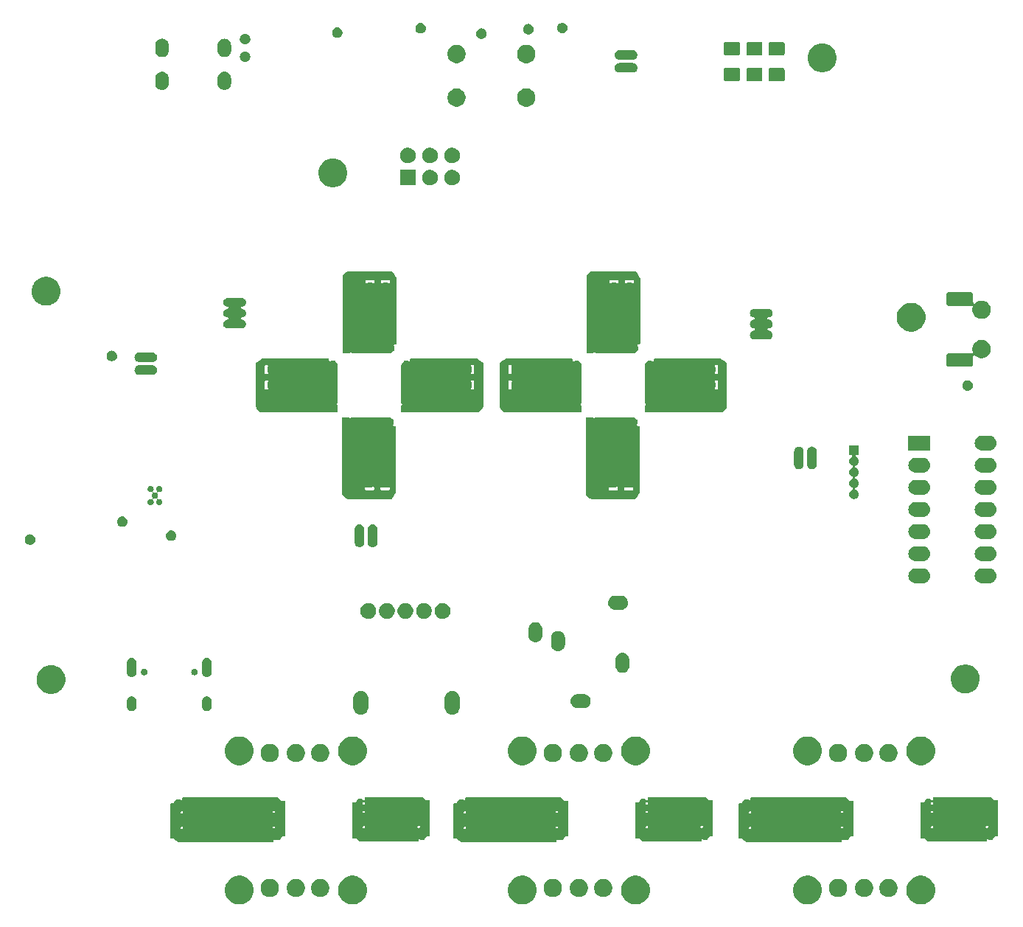
<source format=gbs>
G04 #@! TF.GenerationSoftware,KiCad,Pcbnew,(5.1.5-0-10_14)*
G04 #@! TF.CreationDate,2021-06-21T18:30:40+12:00*
G04 #@! TF.ProjectId,PiPortableBackingBoard,5069506f-7274-4616-926c-654261636b69,rev?*
G04 #@! TF.SameCoordinates,Original*
G04 #@! TF.FileFunction,Soldermask,Bot*
G04 #@! TF.FilePolarity,Negative*
%FSLAX46Y46*%
G04 Gerber Fmt 4.6, Leading zero omitted, Abs format (unit mm)*
G04 Created by KiCad (PCBNEW (5.1.5-0-10_14)) date 2021-06-21 18:30:40*
%MOMM*%
%LPD*%
G04 APERTURE LIST*
%ADD10C,0.100000*%
G04 APERTURE END LIST*
D10*
G36*
X209694256Y-193391298D02*
G01*
X209800579Y-193412447D01*
X210101042Y-193536903D01*
X210371451Y-193717585D01*
X210601415Y-193947549D01*
X210782097Y-194217958D01*
X210875493Y-194443435D01*
X210906553Y-194518422D01*
X210970000Y-194837389D01*
X210970000Y-195162611D01*
X210906553Y-195481578D01*
X210790975Y-195760610D01*
X210782097Y-195782042D01*
X210601415Y-196052451D01*
X210371451Y-196282415D01*
X210101042Y-196463097D01*
X209800579Y-196587553D01*
X209694256Y-196608702D01*
X209481611Y-196651000D01*
X209156389Y-196651000D01*
X208943744Y-196608702D01*
X208837421Y-196587553D01*
X208536958Y-196463097D01*
X208266549Y-196282415D01*
X208036585Y-196052451D01*
X207855903Y-195782042D01*
X207847026Y-195760610D01*
X207731447Y-195481578D01*
X207668000Y-195162611D01*
X207668000Y-194837389D01*
X207731447Y-194518422D01*
X207762508Y-194443435D01*
X207855903Y-194217958D01*
X208036585Y-193947549D01*
X208266549Y-193717585D01*
X208536958Y-193536903D01*
X208837421Y-193412447D01*
X208943744Y-193391298D01*
X209156389Y-193349000D01*
X209481611Y-193349000D01*
X209694256Y-193391298D01*
G37*
G36*
X196694256Y-193391298D02*
G01*
X196800579Y-193412447D01*
X197101042Y-193536903D01*
X197371451Y-193717585D01*
X197601415Y-193947549D01*
X197782097Y-194217958D01*
X197875493Y-194443435D01*
X197906553Y-194518422D01*
X197970000Y-194837389D01*
X197970000Y-195162611D01*
X197906553Y-195481578D01*
X197790975Y-195760610D01*
X197782097Y-195782042D01*
X197601415Y-196052451D01*
X197371451Y-196282415D01*
X197101042Y-196463097D01*
X196800579Y-196587553D01*
X196694256Y-196608702D01*
X196481611Y-196651000D01*
X196156389Y-196651000D01*
X195943744Y-196608702D01*
X195837421Y-196587553D01*
X195536958Y-196463097D01*
X195266549Y-196282415D01*
X195036585Y-196052451D01*
X194855903Y-195782042D01*
X194847026Y-195760610D01*
X194731447Y-195481578D01*
X194668000Y-195162611D01*
X194668000Y-194837389D01*
X194731447Y-194518422D01*
X194762508Y-194443435D01*
X194855903Y-194217958D01*
X195036585Y-193947549D01*
X195266549Y-193717585D01*
X195536958Y-193536903D01*
X195837421Y-193412447D01*
X195943744Y-193391298D01*
X196156389Y-193349000D01*
X196481611Y-193349000D01*
X196694256Y-193391298D01*
G37*
G36*
X176928256Y-193391298D02*
G01*
X177034579Y-193412447D01*
X177335042Y-193536903D01*
X177605451Y-193717585D01*
X177835415Y-193947549D01*
X178016097Y-194217958D01*
X178109493Y-194443435D01*
X178140553Y-194518422D01*
X178204000Y-194837389D01*
X178204000Y-195162611D01*
X178140553Y-195481578D01*
X178024975Y-195760610D01*
X178016097Y-195782042D01*
X177835415Y-196052451D01*
X177605451Y-196282415D01*
X177335042Y-196463097D01*
X177034579Y-196587553D01*
X176928256Y-196608702D01*
X176715611Y-196651000D01*
X176390389Y-196651000D01*
X176177744Y-196608702D01*
X176071421Y-196587553D01*
X175770958Y-196463097D01*
X175500549Y-196282415D01*
X175270585Y-196052451D01*
X175089903Y-195782042D01*
X175081026Y-195760610D01*
X174965447Y-195481578D01*
X174902000Y-195162611D01*
X174902000Y-194837389D01*
X174965447Y-194518422D01*
X174996508Y-194443435D01*
X175089903Y-194217958D01*
X175270585Y-193947549D01*
X175500549Y-193717585D01*
X175770958Y-193536903D01*
X176071421Y-193412447D01*
X176177744Y-193391298D01*
X176390389Y-193349000D01*
X176715611Y-193349000D01*
X176928256Y-193391298D01*
G37*
G36*
X163928256Y-193391298D02*
G01*
X164034579Y-193412447D01*
X164335042Y-193536903D01*
X164605451Y-193717585D01*
X164835415Y-193947549D01*
X165016097Y-194217958D01*
X165109493Y-194443435D01*
X165140553Y-194518422D01*
X165204000Y-194837389D01*
X165204000Y-195162611D01*
X165140553Y-195481578D01*
X165024975Y-195760610D01*
X165016097Y-195782042D01*
X164835415Y-196052451D01*
X164605451Y-196282415D01*
X164335042Y-196463097D01*
X164034579Y-196587553D01*
X163928256Y-196608702D01*
X163715611Y-196651000D01*
X163390389Y-196651000D01*
X163177744Y-196608702D01*
X163071421Y-196587553D01*
X162770958Y-196463097D01*
X162500549Y-196282415D01*
X162270585Y-196052451D01*
X162089903Y-195782042D01*
X162081026Y-195760610D01*
X161965447Y-195481578D01*
X161902000Y-195162611D01*
X161902000Y-194837389D01*
X161965447Y-194518422D01*
X161996508Y-194443435D01*
X162089903Y-194217958D01*
X162270585Y-193947549D01*
X162500549Y-193717585D01*
X162770958Y-193536903D01*
X163071421Y-193412447D01*
X163177744Y-193391298D01*
X163390389Y-193349000D01*
X163715611Y-193349000D01*
X163928256Y-193391298D01*
G37*
G36*
X144416256Y-193391298D02*
G01*
X144522579Y-193412447D01*
X144823042Y-193536903D01*
X145093451Y-193717585D01*
X145323415Y-193947549D01*
X145504097Y-194217958D01*
X145597493Y-194443435D01*
X145628553Y-194518422D01*
X145692000Y-194837389D01*
X145692000Y-195162611D01*
X145628553Y-195481578D01*
X145512975Y-195760610D01*
X145504097Y-195782042D01*
X145323415Y-196052451D01*
X145093451Y-196282415D01*
X144823042Y-196463097D01*
X144522579Y-196587553D01*
X144416256Y-196608702D01*
X144203611Y-196651000D01*
X143878389Y-196651000D01*
X143665744Y-196608702D01*
X143559421Y-196587553D01*
X143258958Y-196463097D01*
X142988549Y-196282415D01*
X142758585Y-196052451D01*
X142577903Y-195782042D01*
X142569026Y-195760610D01*
X142453447Y-195481578D01*
X142390000Y-195162611D01*
X142390000Y-194837389D01*
X142453447Y-194518422D01*
X142484508Y-194443435D01*
X142577903Y-194217958D01*
X142758585Y-193947549D01*
X142988549Y-193717585D01*
X143258958Y-193536903D01*
X143559421Y-193412447D01*
X143665744Y-193391298D01*
X143878389Y-193349000D01*
X144203611Y-193349000D01*
X144416256Y-193391298D01*
G37*
G36*
X131416256Y-193391298D02*
G01*
X131522579Y-193412447D01*
X131823042Y-193536903D01*
X132093451Y-193717585D01*
X132323415Y-193947549D01*
X132504097Y-194217958D01*
X132597493Y-194443435D01*
X132628553Y-194518422D01*
X132692000Y-194837389D01*
X132692000Y-195162611D01*
X132628553Y-195481578D01*
X132512975Y-195760610D01*
X132504097Y-195782042D01*
X132323415Y-196052451D01*
X132093451Y-196282415D01*
X131823042Y-196463097D01*
X131522579Y-196587553D01*
X131416256Y-196608702D01*
X131203611Y-196651000D01*
X130878389Y-196651000D01*
X130665744Y-196608702D01*
X130559421Y-196587553D01*
X130258958Y-196463097D01*
X129988549Y-196282415D01*
X129758585Y-196052451D01*
X129577903Y-195782042D01*
X129569026Y-195760610D01*
X129453447Y-195481578D01*
X129390000Y-195162611D01*
X129390000Y-194837389D01*
X129453447Y-194518422D01*
X129484508Y-194443435D01*
X129577903Y-194217958D01*
X129758585Y-193947549D01*
X129988549Y-193717585D01*
X130258958Y-193536903D01*
X130559421Y-193412447D01*
X130665744Y-193391298D01*
X130878389Y-193349000D01*
X131203611Y-193349000D01*
X131416256Y-193391298D01*
G37*
G36*
X137847564Y-193739389D02*
G01*
X138038833Y-193818615D01*
X138038835Y-193818616D01*
X138210973Y-193933635D01*
X138357365Y-194080027D01*
X138470381Y-194249167D01*
X138472385Y-194252167D01*
X138551611Y-194443436D01*
X138592000Y-194646484D01*
X138592000Y-194853516D01*
X138551611Y-195056564D01*
X138473627Y-195244835D01*
X138472384Y-195247835D01*
X138357365Y-195419973D01*
X138210973Y-195566365D01*
X138038835Y-195681384D01*
X138038834Y-195681385D01*
X138038833Y-195681385D01*
X137847564Y-195760611D01*
X137644516Y-195801000D01*
X137437484Y-195801000D01*
X137234436Y-195760611D01*
X137043167Y-195681385D01*
X137043166Y-195681385D01*
X137043165Y-195681384D01*
X136871027Y-195566365D01*
X136724635Y-195419973D01*
X136609616Y-195247835D01*
X136608373Y-195244835D01*
X136530389Y-195056564D01*
X136490000Y-194853516D01*
X136490000Y-194646484D01*
X136530389Y-194443436D01*
X136609615Y-194252167D01*
X136611620Y-194249167D01*
X136724635Y-194080027D01*
X136871027Y-193933635D01*
X137043165Y-193818616D01*
X137043167Y-193818615D01*
X137234436Y-193739389D01*
X137437484Y-193699000D01*
X137644516Y-193699000D01*
X137847564Y-193739389D01*
G37*
G36*
X170359564Y-193739389D02*
G01*
X170550833Y-193818615D01*
X170550835Y-193818616D01*
X170722973Y-193933635D01*
X170869365Y-194080027D01*
X170982381Y-194249167D01*
X170984385Y-194252167D01*
X171063611Y-194443436D01*
X171104000Y-194646484D01*
X171104000Y-194853516D01*
X171063611Y-195056564D01*
X170985627Y-195244835D01*
X170984384Y-195247835D01*
X170869365Y-195419973D01*
X170722973Y-195566365D01*
X170550835Y-195681384D01*
X170550834Y-195681385D01*
X170550833Y-195681385D01*
X170359564Y-195760611D01*
X170156516Y-195801000D01*
X169949484Y-195801000D01*
X169746436Y-195760611D01*
X169555167Y-195681385D01*
X169555166Y-195681385D01*
X169555165Y-195681384D01*
X169383027Y-195566365D01*
X169236635Y-195419973D01*
X169121616Y-195247835D01*
X169120373Y-195244835D01*
X169042389Y-195056564D01*
X169002000Y-194853516D01*
X169002000Y-194646484D01*
X169042389Y-194443436D01*
X169121615Y-194252167D01*
X169123620Y-194249167D01*
X169236635Y-194080027D01*
X169383027Y-193933635D01*
X169555165Y-193818616D01*
X169555167Y-193818615D01*
X169746436Y-193739389D01*
X169949484Y-193699000D01*
X170156516Y-193699000D01*
X170359564Y-193739389D01*
G37*
G36*
X200125564Y-193739389D02*
G01*
X200316833Y-193818615D01*
X200316835Y-193818616D01*
X200488973Y-193933635D01*
X200635365Y-194080027D01*
X200748381Y-194249167D01*
X200750385Y-194252167D01*
X200829611Y-194443436D01*
X200870000Y-194646484D01*
X200870000Y-194853516D01*
X200829611Y-195056564D01*
X200751627Y-195244835D01*
X200750384Y-195247835D01*
X200635365Y-195419973D01*
X200488973Y-195566365D01*
X200316835Y-195681384D01*
X200316834Y-195681385D01*
X200316833Y-195681385D01*
X200125564Y-195760611D01*
X199922516Y-195801000D01*
X199715484Y-195801000D01*
X199512436Y-195760611D01*
X199321167Y-195681385D01*
X199321166Y-195681385D01*
X199321165Y-195681384D01*
X199149027Y-195566365D01*
X199002635Y-195419973D01*
X198887616Y-195247835D01*
X198886373Y-195244835D01*
X198808389Y-195056564D01*
X198768000Y-194853516D01*
X198768000Y-194646484D01*
X198808389Y-194443436D01*
X198887615Y-194252167D01*
X198889620Y-194249167D01*
X199002635Y-194080027D01*
X199149027Y-193933635D01*
X199321165Y-193818616D01*
X199321167Y-193818615D01*
X199512436Y-193739389D01*
X199715484Y-193699000D01*
X199922516Y-193699000D01*
X200125564Y-193739389D01*
G37*
G36*
X134847564Y-193739389D02*
G01*
X135038833Y-193818615D01*
X135038835Y-193818616D01*
X135210973Y-193933635D01*
X135357365Y-194080027D01*
X135470381Y-194249167D01*
X135472385Y-194252167D01*
X135551611Y-194443436D01*
X135592000Y-194646484D01*
X135592000Y-194853516D01*
X135551611Y-195056564D01*
X135473627Y-195244835D01*
X135472384Y-195247835D01*
X135357365Y-195419973D01*
X135210973Y-195566365D01*
X135038835Y-195681384D01*
X135038834Y-195681385D01*
X135038833Y-195681385D01*
X134847564Y-195760611D01*
X134644516Y-195801000D01*
X134437484Y-195801000D01*
X134234436Y-195760611D01*
X134043167Y-195681385D01*
X134043166Y-195681385D01*
X134043165Y-195681384D01*
X133871027Y-195566365D01*
X133724635Y-195419973D01*
X133609616Y-195247835D01*
X133608373Y-195244835D01*
X133530389Y-195056564D01*
X133490000Y-194853516D01*
X133490000Y-194646484D01*
X133530389Y-194443436D01*
X133609615Y-194252167D01*
X133611620Y-194249167D01*
X133724635Y-194080027D01*
X133871027Y-193933635D01*
X134043165Y-193818616D01*
X134043167Y-193818615D01*
X134234436Y-193739389D01*
X134437484Y-193699000D01*
X134644516Y-193699000D01*
X134847564Y-193739389D01*
G37*
G36*
X203125564Y-193739389D02*
G01*
X203316833Y-193818615D01*
X203316835Y-193818616D01*
X203488973Y-193933635D01*
X203635365Y-194080027D01*
X203748381Y-194249167D01*
X203750385Y-194252167D01*
X203829611Y-194443436D01*
X203870000Y-194646484D01*
X203870000Y-194853516D01*
X203829611Y-195056564D01*
X203751627Y-195244835D01*
X203750384Y-195247835D01*
X203635365Y-195419973D01*
X203488973Y-195566365D01*
X203316835Y-195681384D01*
X203316834Y-195681385D01*
X203316833Y-195681385D01*
X203125564Y-195760611D01*
X202922516Y-195801000D01*
X202715484Y-195801000D01*
X202512436Y-195760611D01*
X202321167Y-195681385D01*
X202321166Y-195681385D01*
X202321165Y-195681384D01*
X202149027Y-195566365D01*
X202002635Y-195419973D01*
X201887616Y-195247835D01*
X201886373Y-195244835D01*
X201808389Y-195056564D01*
X201768000Y-194853516D01*
X201768000Y-194646484D01*
X201808389Y-194443436D01*
X201887615Y-194252167D01*
X201889620Y-194249167D01*
X202002635Y-194080027D01*
X202149027Y-193933635D01*
X202321165Y-193818616D01*
X202321167Y-193818615D01*
X202512436Y-193739389D01*
X202715484Y-193699000D01*
X202922516Y-193699000D01*
X203125564Y-193739389D01*
G37*
G36*
X167359564Y-193739389D02*
G01*
X167550833Y-193818615D01*
X167550835Y-193818616D01*
X167722973Y-193933635D01*
X167869365Y-194080027D01*
X167982381Y-194249167D01*
X167984385Y-194252167D01*
X168063611Y-194443436D01*
X168104000Y-194646484D01*
X168104000Y-194853516D01*
X168063611Y-195056564D01*
X167985627Y-195244835D01*
X167984384Y-195247835D01*
X167869365Y-195419973D01*
X167722973Y-195566365D01*
X167550835Y-195681384D01*
X167550834Y-195681385D01*
X167550833Y-195681385D01*
X167359564Y-195760611D01*
X167156516Y-195801000D01*
X166949484Y-195801000D01*
X166746436Y-195760611D01*
X166555167Y-195681385D01*
X166555166Y-195681385D01*
X166555165Y-195681384D01*
X166383027Y-195566365D01*
X166236635Y-195419973D01*
X166121616Y-195247835D01*
X166120373Y-195244835D01*
X166042389Y-195056564D01*
X166002000Y-194853516D01*
X166002000Y-194646484D01*
X166042389Y-194443436D01*
X166121615Y-194252167D01*
X166123620Y-194249167D01*
X166236635Y-194080027D01*
X166383027Y-193933635D01*
X166555165Y-193818616D01*
X166555167Y-193818615D01*
X166746436Y-193739389D01*
X166949484Y-193699000D01*
X167156516Y-193699000D01*
X167359564Y-193739389D01*
G37*
G36*
X205919564Y-193736389D02*
G01*
X206110833Y-193815615D01*
X206110835Y-193815616D01*
X206282973Y-193930635D01*
X206429365Y-194077027D01*
X206544385Y-194249167D01*
X206623611Y-194440436D01*
X206664000Y-194643484D01*
X206664000Y-194850516D01*
X206623611Y-195053564D01*
X206578443Y-195162609D01*
X206544384Y-195244835D01*
X206429365Y-195416973D01*
X206282973Y-195563365D01*
X206110835Y-195678384D01*
X206110834Y-195678385D01*
X206110833Y-195678385D01*
X205919564Y-195757611D01*
X205716516Y-195798000D01*
X205509484Y-195798000D01*
X205306436Y-195757611D01*
X205115167Y-195678385D01*
X205115166Y-195678385D01*
X205115165Y-195678384D01*
X204943027Y-195563365D01*
X204796635Y-195416973D01*
X204681616Y-195244835D01*
X204647557Y-195162609D01*
X204602389Y-195053564D01*
X204562000Y-194850516D01*
X204562000Y-194643484D01*
X204602389Y-194440436D01*
X204681615Y-194249167D01*
X204796635Y-194077027D01*
X204943027Y-193930635D01*
X205115165Y-193815616D01*
X205115167Y-193815615D01*
X205306436Y-193736389D01*
X205509484Y-193696000D01*
X205716516Y-193696000D01*
X205919564Y-193736389D01*
G37*
G36*
X140641564Y-193736389D02*
G01*
X140832833Y-193815615D01*
X140832835Y-193815616D01*
X141004973Y-193930635D01*
X141151365Y-194077027D01*
X141266385Y-194249167D01*
X141345611Y-194440436D01*
X141386000Y-194643484D01*
X141386000Y-194850516D01*
X141345611Y-195053564D01*
X141300443Y-195162609D01*
X141266384Y-195244835D01*
X141151365Y-195416973D01*
X141004973Y-195563365D01*
X140832835Y-195678384D01*
X140832834Y-195678385D01*
X140832833Y-195678385D01*
X140641564Y-195757611D01*
X140438516Y-195798000D01*
X140231484Y-195798000D01*
X140028436Y-195757611D01*
X139837167Y-195678385D01*
X139837166Y-195678385D01*
X139837165Y-195678384D01*
X139665027Y-195563365D01*
X139518635Y-195416973D01*
X139403616Y-195244835D01*
X139369557Y-195162609D01*
X139324389Y-195053564D01*
X139284000Y-194850516D01*
X139284000Y-194643484D01*
X139324389Y-194440436D01*
X139403615Y-194249167D01*
X139518635Y-194077027D01*
X139665027Y-193930635D01*
X139837165Y-193815616D01*
X139837167Y-193815615D01*
X140028436Y-193736389D01*
X140231484Y-193696000D01*
X140438516Y-193696000D01*
X140641564Y-193736389D01*
G37*
G36*
X173153564Y-193736389D02*
G01*
X173344833Y-193815615D01*
X173344835Y-193815616D01*
X173516973Y-193930635D01*
X173663365Y-194077027D01*
X173778385Y-194249167D01*
X173857611Y-194440436D01*
X173898000Y-194643484D01*
X173898000Y-194850516D01*
X173857611Y-195053564D01*
X173812443Y-195162609D01*
X173778384Y-195244835D01*
X173663365Y-195416973D01*
X173516973Y-195563365D01*
X173344835Y-195678384D01*
X173344834Y-195678385D01*
X173344833Y-195678385D01*
X173153564Y-195757611D01*
X172950516Y-195798000D01*
X172743484Y-195798000D01*
X172540436Y-195757611D01*
X172349167Y-195678385D01*
X172349166Y-195678385D01*
X172349165Y-195678384D01*
X172177027Y-195563365D01*
X172030635Y-195416973D01*
X171915616Y-195244835D01*
X171881557Y-195162609D01*
X171836389Y-195053564D01*
X171796000Y-194850516D01*
X171796000Y-194643484D01*
X171836389Y-194440436D01*
X171915615Y-194249167D01*
X172030635Y-194077027D01*
X172177027Y-193930635D01*
X172349165Y-193815616D01*
X172349167Y-193815615D01*
X172540436Y-193736389D01*
X172743484Y-193696000D01*
X172950516Y-193696000D01*
X173153564Y-193736389D01*
G37*
G36*
X167902126Y-184358698D02*
G01*
X167902730Y-184358757D01*
X167922932Y-184362776D01*
X167926475Y-184364300D01*
X167928010Y-184364766D01*
X167938513Y-184369284D01*
X167939915Y-184370083D01*
X167944886Y-184372222D01*
X167946285Y-184373019D01*
X167958248Y-184380870D01*
X168403952Y-184715148D01*
X168424902Y-184727858D01*
X168447929Y-184736237D01*
X168478951Y-184740148D01*
X168768860Y-184740148D01*
X168784999Y-184741737D01*
X168794608Y-184744652D01*
X168803472Y-184749390D01*
X168811237Y-184755763D01*
X168817610Y-184763528D01*
X168822348Y-184772392D01*
X168825263Y-184782001D01*
X168826852Y-184798140D01*
X168826852Y-188785860D01*
X168825263Y-188801999D01*
X168822348Y-188811608D01*
X168817610Y-188820472D01*
X168811237Y-188828237D01*
X168803472Y-188834610D01*
X168794608Y-188839348D01*
X168784999Y-188842263D01*
X168768860Y-188843852D01*
X168547407Y-188843852D01*
X168523021Y-188846254D01*
X168499572Y-188853367D01*
X168477961Y-188864918D01*
X168459019Y-188880463D01*
X168443401Y-188899514D01*
X168234448Y-189212944D01*
X168227764Y-189221975D01*
X168227396Y-189222425D01*
X168212469Y-189237382D01*
X168195934Y-189248456D01*
X168177570Y-189256085D01*
X168172764Y-189257045D01*
X168172734Y-189257054D01*
X168162856Y-189259027D01*
X168162825Y-189259030D01*
X168156797Y-189260234D01*
X168156178Y-189260295D01*
X168144909Y-189260852D01*
X167770062Y-189260852D01*
X167758874Y-189260302D01*
X167758270Y-189260243D01*
X167737540Y-189256119D01*
X167719158Y-189248505D01*
X167702614Y-189237450D01*
X167701239Y-189236075D01*
X167682297Y-189220530D01*
X167660686Y-189208979D01*
X167637237Y-189201866D01*
X167612851Y-189199464D01*
X167588465Y-189201866D01*
X167565016Y-189208979D01*
X167543405Y-189220530D01*
X167524463Y-189236075D01*
X167508918Y-189255017D01*
X167497367Y-189276628D01*
X167490254Y-189300077D01*
X167487852Y-189324463D01*
X167487852Y-189392438D01*
X167487302Y-189403626D01*
X167487243Y-189404230D01*
X167483119Y-189424960D01*
X167475505Y-189443342D01*
X167464450Y-189459886D01*
X167450386Y-189473950D01*
X167433842Y-189485005D01*
X167415460Y-189492619D01*
X167394730Y-189496743D01*
X167394126Y-189496802D01*
X167382938Y-189497352D01*
X156594062Y-189497352D01*
X156582874Y-189496802D01*
X156582270Y-189496743D01*
X156562068Y-189492724D01*
X156558525Y-189491200D01*
X156556990Y-189490734D01*
X156546487Y-189486216D01*
X156545085Y-189485417D01*
X156540114Y-189483278D01*
X156538715Y-189482481D01*
X156526752Y-189474630D01*
X156081048Y-189140352D01*
X156060098Y-189127642D01*
X156037071Y-189119263D01*
X156006049Y-189115352D01*
X155716140Y-189115352D01*
X155700001Y-189113763D01*
X155690392Y-189110848D01*
X155681528Y-189106110D01*
X155673763Y-189099737D01*
X155667390Y-189091972D01*
X155662652Y-189083108D01*
X155659737Y-189073499D01*
X155658148Y-189057360D01*
X155658148Y-187844351D01*
X156819852Y-187844351D01*
X156819852Y-187850537D01*
X156822254Y-187874923D01*
X156829367Y-187898372D01*
X156840918Y-187919983D01*
X156856463Y-187938925D01*
X156875405Y-187954470D01*
X156897016Y-187966021D01*
X156920465Y-187973134D01*
X156944851Y-187975536D01*
X156969237Y-187973134D01*
X156992686Y-187966021D01*
X157014297Y-187954470D01*
X157033239Y-187938925D01*
X157039425Y-187932739D01*
X157054970Y-187913797D01*
X157066521Y-187892186D01*
X157073634Y-187868737D01*
X157076036Y-187844351D01*
X157073634Y-187819965D01*
X157066521Y-187796516D01*
X157062584Y-187789149D01*
X167408964Y-187789149D01*
X167411366Y-187813535D01*
X167418479Y-187836984D01*
X167430030Y-187858595D01*
X167445575Y-187877537D01*
X167464517Y-187893082D01*
X167486128Y-187904633D01*
X167509577Y-187911746D01*
X167533963Y-187914148D01*
X167540149Y-187914148D01*
X167564535Y-187911746D01*
X167587984Y-187904633D01*
X167609595Y-187893082D01*
X167628537Y-187877537D01*
X167644082Y-187858595D01*
X167655633Y-187836984D01*
X167662746Y-187813535D01*
X167665148Y-187789149D01*
X167665148Y-187782963D01*
X167662746Y-187758577D01*
X167655633Y-187735128D01*
X167644082Y-187713517D01*
X167628537Y-187694575D01*
X167609595Y-187679030D01*
X167587984Y-187667479D01*
X167564535Y-187660366D01*
X167540149Y-187657964D01*
X167515763Y-187660366D01*
X167492314Y-187667479D01*
X167470703Y-187679030D01*
X167451761Y-187694575D01*
X167445575Y-187700761D01*
X167430030Y-187719703D01*
X167418479Y-187741314D01*
X167411366Y-187764763D01*
X167408964Y-187789149D01*
X157062584Y-187789149D01*
X157054970Y-187774905D01*
X157039425Y-187755963D01*
X157020483Y-187740418D01*
X156998872Y-187728867D01*
X156975423Y-187721754D01*
X156951037Y-187719352D01*
X156944851Y-187719352D01*
X156920465Y-187721754D01*
X156897016Y-187728867D01*
X156875405Y-187740418D01*
X156856463Y-187755963D01*
X156840918Y-187774905D01*
X156829367Y-187796516D01*
X156822254Y-187819965D01*
X156819852Y-187844351D01*
X155658148Y-187844351D01*
X155658148Y-186066351D01*
X156819852Y-186066351D01*
X156819852Y-186072537D01*
X156822254Y-186096923D01*
X156829367Y-186120372D01*
X156840918Y-186141983D01*
X156856463Y-186160925D01*
X156875405Y-186176470D01*
X156897016Y-186188021D01*
X156920465Y-186195134D01*
X156944851Y-186197536D01*
X156969237Y-186195134D01*
X156992686Y-186188021D01*
X157014297Y-186176470D01*
X157033239Y-186160925D01*
X157039425Y-186154739D01*
X157054970Y-186135797D01*
X157066521Y-186114186D01*
X157073634Y-186090737D01*
X157076036Y-186066351D01*
X157073634Y-186041965D01*
X157066521Y-186018516D01*
X157062584Y-186011149D01*
X167408964Y-186011149D01*
X167411366Y-186035535D01*
X167418479Y-186058984D01*
X167430030Y-186080595D01*
X167445575Y-186099537D01*
X167464517Y-186115082D01*
X167486128Y-186126633D01*
X167509577Y-186133746D01*
X167533963Y-186136148D01*
X167540149Y-186136148D01*
X167564535Y-186133746D01*
X167587984Y-186126633D01*
X167609595Y-186115082D01*
X167628537Y-186099537D01*
X167644082Y-186080595D01*
X167655633Y-186058984D01*
X167662746Y-186035535D01*
X167665148Y-186011149D01*
X167665148Y-186004963D01*
X167662746Y-185980577D01*
X167655633Y-185957128D01*
X167644082Y-185935517D01*
X167628537Y-185916575D01*
X167609595Y-185901030D01*
X167587984Y-185889479D01*
X167564535Y-185882366D01*
X167540149Y-185879964D01*
X167515763Y-185882366D01*
X167492314Y-185889479D01*
X167470703Y-185901030D01*
X167451761Y-185916575D01*
X167445575Y-185922761D01*
X167430030Y-185941703D01*
X167418479Y-185963314D01*
X167411366Y-185986763D01*
X167408964Y-186011149D01*
X157062584Y-186011149D01*
X157054970Y-185996905D01*
X157039425Y-185977963D01*
X157020483Y-185962418D01*
X156998872Y-185950867D01*
X156975423Y-185943754D01*
X156951037Y-185941352D01*
X156944851Y-185941352D01*
X156920465Y-185943754D01*
X156897016Y-185950867D01*
X156875405Y-185962418D01*
X156856463Y-185977963D01*
X156840918Y-185996905D01*
X156829367Y-186018516D01*
X156822254Y-186041965D01*
X156819852Y-186066351D01*
X155658148Y-186066351D01*
X155658148Y-185069640D01*
X155659737Y-185053501D01*
X155662652Y-185043892D01*
X155667390Y-185035028D01*
X155673763Y-185027263D01*
X155681528Y-185020890D01*
X155690392Y-185016152D01*
X155700001Y-185013237D01*
X155716140Y-185011648D01*
X155937593Y-185011648D01*
X155961979Y-185009246D01*
X155985428Y-185002133D01*
X156007039Y-184990582D01*
X156025981Y-184975037D01*
X156041599Y-184955986D01*
X156250552Y-184642556D01*
X156257236Y-184633525D01*
X156257604Y-184633075D01*
X156272531Y-184618118D01*
X156289066Y-184607044D01*
X156307430Y-184599415D01*
X156312236Y-184598455D01*
X156312266Y-184598446D01*
X156322144Y-184596473D01*
X156322175Y-184596470D01*
X156328203Y-184595266D01*
X156328822Y-184595205D01*
X156340091Y-184594648D01*
X156714938Y-184594648D01*
X156726126Y-184595198D01*
X156726730Y-184595257D01*
X156747460Y-184599381D01*
X156765842Y-184606995D01*
X156782386Y-184618050D01*
X156783761Y-184619425D01*
X156802703Y-184634970D01*
X156824314Y-184646521D01*
X156847763Y-184653634D01*
X156872149Y-184656036D01*
X156896535Y-184653634D01*
X156919984Y-184646521D01*
X156941595Y-184634970D01*
X156960537Y-184619425D01*
X156976082Y-184600483D01*
X156987633Y-184578872D01*
X156994746Y-184555423D01*
X156997148Y-184531037D01*
X156997148Y-184463062D01*
X156997698Y-184451874D01*
X156997757Y-184451270D01*
X157001881Y-184430540D01*
X157009495Y-184412158D01*
X157020550Y-184395614D01*
X157034614Y-184381550D01*
X157051158Y-184370495D01*
X157069540Y-184362881D01*
X157090270Y-184358757D01*
X157090874Y-184358698D01*
X157102062Y-184358148D01*
X167890938Y-184358148D01*
X167902126Y-184358698D01*
G37*
G36*
X135390126Y-184358698D02*
G01*
X135390730Y-184358757D01*
X135410932Y-184362776D01*
X135414475Y-184364300D01*
X135416010Y-184364766D01*
X135426513Y-184369284D01*
X135427915Y-184370083D01*
X135432886Y-184372222D01*
X135434285Y-184373019D01*
X135446248Y-184380870D01*
X135891952Y-184715148D01*
X135912902Y-184727858D01*
X135935929Y-184736237D01*
X135966951Y-184740148D01*
X136256860Y-184740148D01*
X136272999Y-184741737D01*
X136282608Y-184744652D01*
X136291472Y-184749390D01*
X136299237Y-184755763D01*
X136305610Y-184763528D01*
X136310348Y-184772392D01*
X136313263Y-184782001D01*
X136314852Y-184798140D01*
X136314852Y-188785860D01*
X136313263Y-188801999D01*
X136310348Y-188811608D01*
X136305610Y-188820472D01*
X136299237Y-188828237D01*
X136291472Y-188834610D01*
X136282608Y-188839348D01*
X136272999Y-188842263D01*
X136256860Y-188843852D01*
X136035407Y-188843852D01*
X136011021Y-188846254D01*
X135987572Y-188853367D01*
X135965961Y-188864918D01*
X135947019Y-188880463D01*
X135931401Y-188899514D01*
X135722448Y-189212944D01*
X135715764Y-189221975D01*
X135715396Y-189222425D01*
X135700469Y-189237382D01*
X135683934Y-189248456D01*
X135665570Y-189256085D01*
X135660764Y-189257045D01*
X135660734Y-189257054D01*
X135650856Y-189259027D01*
X135650825Y-189259030D01*
X135644797Y-189260234D01*
X135644178Y-189260295D01*
X135632909Y-189260852D01*
X135258062Y-189260852D01*
X135246874Y-189260302D01*
X135246270Y-189260243D01*
X135225540Y-189256119D01*
X135207158Y-189248505D01*
X135190614Y-189237450D01*
X135189239Y-189236075D01*
X135170297Y-189220530D01*
X135148686Y-189208979D01*
X135125237Y-189201866D01*
X135100851Y-189199464D01*
X135076465Y-189201866D01*
X135053016Y-189208979D01*
X135031405Y-189220530D01*
X135012463Y-189236075D01*
X134996918Y-189255017D01*
X134985367Y-189276628D01*
X134978254Y-189300077D01*
X134975852Y-189324463D01*
X134975852Y-189392438D01*
X134975302Y-189403626D01*
X134975243Y-189404230D01*
X134971119Y-189424960D01*
X134963505Y-189443342D01*
X134952450Y-189459886D01*
X134938386Y-189473950D01*
X134921842Y-189485005D01*
X134903460Y-189492619D01*
X134882730Y-189496743D01*
X134882126Y-189496802D01*
X134870938Y-189497352D01*
X124082062Y-189497352D01*
X124070874Y-189496802D01*
X124070270Y-189496743D01*
X124050068Y-189492724D01*
X124046525Y-189491200D01*
X124044990Y-189490734D01*
X124034487Y-189486216D01*
X124033085Y-189485417D01*
X124028114Y-189483278D01*
X124026715Y-189482481D01*
X124014752Y-189474630D01*
X123569048Y-189140352D01*
X123548098Y-189127642D01*
X123525071Y-189119263D01*
X123494049Y-189115352D01*
X123204140Y-189115352D01*
X123188001Y-189113763D01*
X123178392Y-189110848D01*
X123169528Y-189106110D01*
X123161763Y-189099737D01*
X123155390Y-189091972D01*
X123150652Y-189083108D01*
X123147737Y-189073499D01*
X123146148Y-189057360D01*
X123146148Y-187844351D01*
X124307852Y-187844351D01*
X124307852Y-187850537D01*
X124310254Y-187874923D01*
X124317367Y-187898372D01*
X124328918Y-187919983D01*
X124344463Y-187938925D01*
X124363405Y-187954470D01*
X124385016Y-187966021D01*
X124408465Y-187973134D01*
X124432851Y-187975536D01*
X124457237Y-187973134D01*
X124480686Y-187966021D01*
X124502297Y-187954470D01*
X124521239Y-187938925D01*
X124527425Y-187932739D01*
X124542970Y-187913797D01*
X124554521Y-187892186D01*
X124561634Y-187868737D01*
X124564036Y-187844351D01*
X124561634Y-187819965D01*
X124554521Y-187796516D01*
X124550584Y-187789149D01*
X134896964Y-187789149D01*
X134899366Y-187813535D01*
X134906479Y-187836984D01*
X134918030Y-187858595D01*
X134933575Y-187877537D01*
X134952517Y-187893082D01*
X134974128Y-187904633D01*
X134997577Y-187911746D01*
X135021963Y-187914148D01*
X135028149Y-187914148D01*
X135052535Y-187911746D01*
X135075984Y-187904633D01*
X135097595Y-187893082D01*
X135116537Y-187877537D01*
X135132082Y-187858595D01*
X135143633Y-187836984D01*
X135150746Y-187813535D01*
X135153148Y-187789149D01*
X135153148Y-187782963D01*
X135150746Y-187758577D01*
X135143633Y-187735128D01*
X135132082Y-187713517D01*
X135116537Y-187694575D01*
X135097595Y-187679030D01*
X135075984Y-187667479D01*
X135052535Y-187660366D01*
X135028149Y-187657964D01*
X135003763Y-187660366D01*
X134980314Y-187667479D01*
X134958703Y-187679030D01*
X134939761Y-187694575D01*
X134933575Y-187700761D01*
X134918030Y-187719703D01*
X134906479Y-187741314D01*
X134899366Y-187764763D01*
X134896964Y-187789149D01*
X124550584Y-187789149D01*
X124542970Y-187774905D01*
X124527425Y-187755963D01*
X124508483Y-187740418D01*
X124486872Y-187728867D01*
X124463423Y-187721754D01*
X124439037Y-187719352D01*
X124432851Y-187719352D01*
X124408465Y-187721754D01*
X124385016Y-187728867D01*
X124363405Y-187740418D01*
X124344463Y-187755963D01*
X124328918Y-187774905D01*
X124317367Y-187796516D01*
X124310254Y-187819965D01*
X124307852Y-187844351D01*
X123146148Y-187844351D01*
X123146148Y-186066351D01*
X124307852Y-186066351D01*
X124307852Y-186072537D01*
X124310254Y-186096923D01*
X124317367Y-186120372D01*
X124328918Y-186141983D01*
X124344463Y-186160925D01*
X124363405Y-186176470D01*
X124385016Y-186188021D01*
X124408465Y-186195134D01*
X124432851Y-186197536D01*
X124457237Y-186195134D01*
X124480686Y-186188021D01*
X124502297Y-186176470D01*
X124521239Y-186160925D01*
X124527425Y-186154739D01*
X124542970Y-186135797D01*
X124554521Y-186114186D01*
X124561634Y-186090737D01*
X124564036Y-186066351D01*
X124561634Y-186041965D01*
X124554521Y-186018516D01*
X124550584Y-186011149D01*
X134896964Y-186011149D01*
X134899366Y-186035535D01*
X134906479Y-186058984D01*
X134918030Y-186080595D01*
X134933575Y-186099537D01*
X134952517Y-186115082D01*
X134974128Y-186126633D01*
X134997577Y-186133746D01*
X135021963Y-186136148D01*
X135028149Y-186136148D01*
X135052535Y-186133746D01*
X135075984Y-186126633D01*
X135097595Y-186115082D01*
X135116537Y-186099537D01*
X135132082Y-186080595D01*
X135143633Y-186058984D01*
X135150746Y-186035535D01*
X135153148Y-186011149D01*
X135153148Y-186004963D01*
X135150746Y-185980577D01*
X135143633Y-185957128D01*
X135132082Y-185935517D01*
X135116537Y-185916575D01*
X135097595Y-185901030D01*
X135075984Y-185889479D01*
X135052535Y-185882366D01*
X135028149Y-185879964D01*
X135003763Y-185882366D01*
X134980314Y-185889479D01*
X134958703Y-185901030D01*
X134939761Y-185916575D01*
X134933575Y-185922761D01*
X134918030Y-185941703D01*
X134906479Y-185963314D01*
X134899366Y-185986763D01*
X134896964Y-186011149D01*
X124550584Y-186011149D01*
X124542970Y-185996905D01*
X124527425Y-185977963D01*
X124508483Y-185962418D01*
X124486872Y-185950867D01*
X124463423Y-185943754D01*
X124439037Y-185941352D01*
X124432851Y-185941352D01*
X124408465Y-185943754D01*
X124385016Y-185950867D01*
X124363405Y-185962418D01*
X124344463Y-185977963D01*
X124328918Y-185996905D01*
X124317367Y-186018516D01*
X124310254Y-186041965D01*
X124307852Y-186066351D01*
X123146148Y-186066351D01*
X123146148Y-185069640D01*
X123147737Y-185053501D01*
X123150652Y-185043892D01*
X123155390Y-185035028D01*
X123161763Y-185027263D01*
X123169528Y-185020890D01*
X123178392Y-185016152D01*
X123188001Y-185013237D01*
X123204140Y-185011648D01*
X123425593Y-185011648D01*
X123449979Y-185009246D01*
X123473428Y-185002133D01*
X123495039Y-184990582D01*
X123513981Y-184975037D01*
X123529599Y-184955986D01*
X123738552Y-184642556D01*
X123745236Y-184633525D01*
X123745604Y-184633075D01*
X123760531Y-184618118D01*
X123777066Y-184607044D01*
X123795430Y-184599415D01*
X123800236Y-184598455D01*
X123800266Y-184598446D01*
X123810144Y-184596473D01*
X123810175Y-184596470D01*
X123816203Y-184595266D01*
X123816822Y-184595205D01*
X123828091Y-184594648D01*
X124202938Y-184594648D01*
X124214126Y-184595198D01*
X124214730Y-184595257D01*
X124235460Y-184599381D01*
X124253842Y-184606995D01*
X124270386Y-184618050D01*
X124271761Y-184619425D01*
X124290703Y-184634970D01*
X124312314Y-184646521D01*
X124335763Y-184653634D01*
X124360149Y-184656036D01*
X124384535Y-184653634D01*
X124407984Y-184646521D01*
X124429595Y-184634970D01*
X124448537Y-184619425D01*
X124464082Y-184600483D01*
X124475633Y-184578872D01*
X124482746Y-184555423D01*
X124485148Y-184531037D01*
X124485148Y-184463062D01*
X124485698Y-184451874D01*
X124485757Y-184451270D01*
X124489881Y-184430540D01*
X124497495Y-184412158D01*
X124508550Y-184395614D01*
X124522614Y-184381550D01*
X124539158Y-184370495D01*
X124557540Y-184362881D01*
X124578270Y-184358757D01*
X124578874Y-184358698D01*
X124590062Y-184358148D01*
X135378938Y-184358148D01*
X135390126Y-184358698D01*
G37*
G36*
X200668126Y-184358698D02*
G01*
X200668730Y-184358757D01*
X200688932Y-184362776D01*
X200692475Y-184364300D01*
X200694010Y-184364766D01*
X200704513Y-184369284D01*
X200705915Y-184370083D01*
X200710886Y-184372222D01*
X200712285Y-184373019D01*
X200724248Y-184380870D01*
X201169952Y-184715148D01*
X201190902Y-184727858D01*
X201213929Y-184736237D01*
X201244951Y-184740148D01*
X201534860Y-184740148D01*
X201550999Y-184741737D01*
X201560608Y-184744652D01*
X201569472Y-184749390D01*
X201577237Y-184755763D01*
X201583610Y-184763528D01*
X201588348Y-184772392D01*
X201591263Y-184782001D01*
X201592852Y-184798140D01*
X201592852Y-188785860D01*
X201591263Y-188801999D01*
X201588348Y-188811608D01*
X201583610Y-188820472D01*
X201577237Y-188828237D01*
X201569472Y-188834610D01*
X201560608Y-188839348D01*
X201550999Y-188842263D01*
X201534860Y-188843852D01*
X201313407Y-188843852D01*
X201289021Y-188846254D01*
X201265572Y-188853367D01*
X201243961Y-188864918D01*
X201225019Y-188880463D01*
X201209401Y-188899514D01*
X201000448Y-189212944D01*
X200993764Y-189221975D01*
X200993396Y-189222425D01*
X200978469Y-189237382D01*
X200961934Y-189248456D01*
X200943570Y-189256085D01*
X200938764Y-189257045D01*
X200938734Y-189257054D01*
X200928856Y-189259027D01*
X200928825Y-189259030D01*
X200922797Y-189260234D01*
X200922178Y-189260295D01*
X200910909Y-189260852D01*
X200536062Y-189260852D01*
X200524874Y-189260302D01*
X200524270Y-189260243D01*
X200503540Y-189256119D01*
X200485158Y-189248505D01*
X200468614Y-189237450D01*
X200467239Y-189236075D01*
X200448297Y-189220530D01*
X200426686Y-189208979D01*
X200403237Y-189201866D01*
X200378851Y-189199464D01*
X200354465Y-189201866D01*
X200331016Y-189208979D01*
X200309405Y-189220530D01*
X200290463Y-189236075D01*
X200274918Y-189255017D01*
X200263367Y-189276628D01*
X200256254Y-189300077D01*
X200253852Y-189324463D01*
X200253852Y-189392438D01*
X200253302Y-189403626D01*
X200253243Y-189404230D01*
X200249119Y-189424960D01*
X200241505Y-189443342D01*
X200230450Y-189459886D01*
X200216386Y-189473950D01*
X200199842Y-189485005D01*
X200181460Y-189492619D01*
X200160730Y-189496743D01*
X200160126Y-189496802D01*
X200148938Y-189497352D01*
X189360062Y-189497352D01*
X189348874Y-189496802D01*
X189348270Y-189496743D01*
X189328068Y-189492724D01*
X189324525Y-189491200D01*
X189322990Y-189490734D01*
X189312487Y-189486216D01*
X189311085Y-189485417D01*
X189306114Y-189483278D01*
X189304715Y-189482481D01*
X189292752Y-189474630D01*
X188847048Y-189140352D01*
X188826098Y-189127642D01*
X188803071Y-189119263D01*
X188772049Y-189115352D01*
X188482140Y-189115352D01*
X188466001Y-189113763D01*
X188456392Y-189110848D01*
X188447528Y-189106110D01*
X188439763Y-189099737D01*
X188433390Y-189091972D01*
X188428652Y-189083108D01*
X188425737Y-189073499D01*
X188424148Y-189057360D01*
X188424148Y-187844351D01*
X189585852Y-187844351D01*
X189585852Y-187850537D01*
X189588254Y-187874923D01*
X189595367Y-187898372D01*
X189606918Y-187919983D01*
X189622463Y-187938925D01*
X189641405Y-187954470D01*
X189663016Y-187966021D01*
X189686465Y-187973134D01*
X189710851Y-187975536D01*
X189735237Y-187973134D01*
X189758686Y-187966021D01*
X189780297Y-187954470D01*
X189799239Y-187938925D01*
X189805425Y-187932739D01*
X189820970Y-187913797D01*
X189832521Y-187892186D01*
X189839634Y-187868737D01*
X189842036Y-187844351D01*
X189839634Y-187819965D01*
X189832521Y-187796516D01*
X189828584Y-187789149D01*
X200174964Y-187789149D01*
X200177366Y-187813535D01*
X200184479Y-187836984D01*
X200196030Y-187858595D01*
X200211575Y-187877537D01*
X200230517Y-187893082D01*
X200252128Y-187904633D01*
X200275577Y-187911746D01*
X200299963Y-187914148D01*
X200306149Y-187914148D01*
X200330535Y-187911746D01*
X200353984Y-187904633D01*
X200375595Y-187893082D01*
X200394537Y-187877537D01*
X200410082Y-187858595D01*
X200421633Y-187836984D01*
X200428746Y-187813535D01*
X200431148Y-187789149D01*
X200431148Y-187782963D01*
X200428746Y-187758577D01*
X200421633Y-187735128D01*
X200410082Y-187713517D01*
X200394537Y-187694575D01*
X200375595Y-187679030D01*
X200353984Y-187667479D01*
X200330535Y-187660366D01*
X200306149Y-187657964D01*
X200281763Y-187660366D01*
X200258314Y-187667479D01*
X200236703Y-187679030D01*
X200217761Y-187694575D01*
X200211575Y-187700761D01*
X200196030Y-187719703D01*
X200184479Y-187741314D01*
X200177366Y-187764763D01*
X200174964Y-187789149D01*
X189828584Y-187789149D01*
X189820970Y-187774905D01*
X189805425Y-187755963D01*
X189786483Y-187740418D01*
X189764872Y-187728867D01*
X189741423Y-187721754D01*
X189717037Y-187719352D01*
X189710851Y-187719352D01*
X189686465Y-187721754D01*
X189663016Y-187728867D01*
X189641405Y-187740418D01*
X189622463Y-187755963D01*
X189606918Y-187774905D01*
X189595367Y-187796516D01*
X189588254Y-187819965D01*
X189585852Y-187844351D01*
X188424148Y-187844351D01*
X188424148Y-186066351D01*
X189585852Y-186066351D01*
X189585852Y-186072537D01*
X189588254Y-186096923D01*
X189595367Y-186120372D01*
X189606918Y-186141983D01*
X189622463Y-186160925D01*
X189641405Y-186176470D01*
X189663016Y-186188021D01*
X189686465Y-186195134D01*
X189710851Y-186197536D01*
X189735237Y-186195134D01*
X189758686Y-186188021D01*
X189780297Y-186176470D01*
X189799239Y-186160925D01*
X189805425Y-186154739D01*
X189820970Y-186135797D01*
X189832521Y-186114186D01*
X189839634Y-186090737D01*
X189842036Y-186066351D01*
X189839634Y-186041965D01*
X189832521Y-186018516D01*
X189828584Y-186011149D01*
X200174964Y-186011149D01*
X200177366Y-186035535D01*
X200184479Y-186058984D01*
X200196030Y-186080595D01*
X200211575Y-186099537D01*
X200230517Y-186115082D01*
X200252128Y-186126633D01*
X200275577Y-186133746D01*
X200299963Y-186136148D01*
X200306149Y-186136148D01*
X200330535Y-186133746D01*
X200353984Y-186126633D01*
X200375595Y-186115082D01*
X200394537Y-186099537D01*
X200410082Y-186080595D01*
X200421633Y-186058984D01*
X200428746Y-186035535D01*
X200431148Y-186011149D01*
X200431148Y-186004963D01*
X200428746Y-185980577D01*
X200421633Y-185957128D01*
X200410082Y-185935517D01*
X200394537Y-185916575D01*
X200375595Y-185901030D01*
X200353984Y-185889479D01*
X200330535Y-185882366D01*
X200306149Y-185879964D01*
X200281763Y-185882366D01*
X200258314Y-185889479D01*
X200236703Y-185901030D01*
X200217761Y-185916575D01*
X200211575Y-185922761D01*
X200196030Y-185941703D01*
X200184479Y-185963314D01*
X200177366Y-185986763D01*
X200174964Y-186011149D01*
X189828584Y-186011149D01*
X189820970Y-185996905D01*
X189805425Y-185977963D01*
X189786483Y-185962418D01*
X189764872Y-185950867D01*
X189741423Y-185943754D01*
X189717037Y-185941352D01*
X189710851Y-185941352D01*
X189686465Y-185943754D01*
X189663016Y-185950867D01*
X189641405Y-185962418D01*
X189622463Y-185977963D01*
X189606918Y-185996905D01*
X189595367Y-186018516D01*
X189588254Y-186041965D01*
X189585852Y-186066351D01*
X188424148Y-186066351D01*
X188424148Y-185069640D01*
X188425737Y-185053501D01*
X188428652Y-185043892D01*
X188433390Y-185035028D01*
X188439763Y-185027263D01*
X188447528Y-185020890D01*
X188456392Y-185016152D01*
X188466001Y-185013237D01*
X188482140Y-185011648D01*
X188703593Y-185011648D01*
X188727979Y-185009246D01*
X188751428Y-185002133D01*
X188773039Y-184990582D01*
X188791981Y-184975037D01*
X188807599Y-184955986D01*
X189016552Y-184642556D01*
X189023236Y-184633525D01*
X189023604Y-184633075D01*
X189038531Y-184618118D01*
X189055066Y-184607044D01*
X189073430Y-184599415D01*
X189078236Y-184598455D01*
X189078266Y-184598446D01*
X189088144Y-184596473D01*
X189088175Y-184596470D01*
X189094203Y-184595266D01*
X189094822Y-184595205D01*
X189106091Y-184594648D01*
X189480938Y-184594648D01*
X189492126Y-184595198D01*
X189492730Y-184595257D01*
X189513460Y-184599381D01*
X189531842Y-184606995D01*
X189548386Y-184618050D01*
X189549761Y-184619425D01*
X189568703Y-184634970D01*
X189590314Y-184646521D01*
X189613763Y-184653634D01*
X189638149Y-184656036D01*
X189662535Y-184653634D01*
X189685984Y-184646521D01*
X189707595Y-184634970D01*
X189726537Y-184619425D01*
X189742082Y-184600483D01*
X189753633Y-184578872D01*
X189760746Y-184555423D01*
X189763148Y-184531037D01*
X189763148Y-184463062D01*
X189763698Y-184451874D01*
X189763757Y-184451270D01*
X189767881Y-184430540D01*
X189775495Y-184412158D01*
X189786550Y-184395614D01*
X189800614Y-184381550D01*
X189817158Y-184370495D01*
X189835540Y-184362881D01*
X189856270Y-184358757D01*
X189856874Y-184358698D01*
X189868062Y-184358148D01*
X200656938Y-184358148D01*
X200668126Y-184358698D01*
G37*
G36*
X184539126Y-184312698D02*
G01*
X184539730Y-184312757D01*
X184559932Y-184316776D01*
X184563475Y-184318300D01*
X184565010Y-184318766D01*
X184575513Y-184323284D01*
X184576915Y-184324083D01*
X184581886Y-184326222D01*
X184583285Y-184327019D01*
X184595248Y-184334870D01*
X185040952Y-184669148D01*
X185061902Y-184681858D01*
X185084929Y-184690237D01*
X185115951Y-184694148D01*
X185405860Y-184694148D01*
X185421999Y-184695737D01*
X185431608Y-184698652D01*
X185440472Y-184703390D01*
X185448237Y-184709763D01*
X185454610Y-184717528D01*
X185459348Y-184726392D01*
X185462263Y-184736001D01*
X185463852Y-184752140D01*
X185463852Y-188739860D01*
X185462263Y-188755999D01*
X185459348Y-188765608D01*
X185454610Y-188774472D01*
X185448237Y-188782237D01*
X185440472Y-188788610D01*
X185431608Y-188793348D01*
X185421999Y-188796263D01*
X185405860Y-188797852D01*
X185184407Y-188797852D01*
X185160021Y-188800254D01*
X185136572Y-188807367D01*
X185114961Y-188818918D01*
X185096019Y-188834463D01*
X185080401Y-188853514D01*
X184871448Y-189166944D01*
X184864764Y-189175975D01*
X184864396Y-189176425D01*
X184849469Y-189191382D01*
X184832934Y-189202456D01*
X184814570Y-189210085D01*
X184809764Y-189211045D01*
X184809734Y-189211054D01*
X184799856Y-189213027D01*
X184799825Y-189213030D01*
X184793797Y-189214234D01*
X184793178Y-189214295D01*
X184781909Y-189214852D01*
X184407062Y-189214852D01*
X184395874Y-189214302D01*
X184395270Y-189214243D01*
X184374540Y-189210119D01*
X184356158Y-189202505D01*
X184339614Y-189191450D01*
X184338239Y-189190075D01*
X184319297Y-189174530D01*
X184297686Y-189162979D01*
X184274237Y-189155866D01*
X184249851Y-189153464D01*
X184225465Y-189155866D01*
X184202016Y-189162979D01*
X184180405Y-189174530D01*
X184161463Y-189190075D01*
X184145918Y-189209017D01*
X184134367Y-189230628D01*
X184127254Y-189254077D01*
X184124852Y-189278463D01*
X184124852Y-189346438D01*
X184124302Y-189357626D01*
X184124243Y-189358230D01*
X184120119Y-189378960D01*
X184112505Y-189397342D01*
X184101450Y-189413886D01*
X184087386Y-189427950D01*
X184070842Y-189439005D01*
X184052484Y-189446609D01*
X184047707Y-189447556D01*
X184047631Y-189447579D01*
X184037712Y-189449546D01*
X184037626Y-189449554D01*
X184031615Y-189450746D01*
X184030988Y-189450807D01*
X184019618Y-189451343D01*
X177485295Y-189433859D01*
X177474089Y-189433279D01*
X177473496Y-189433219D01*
X177453282Y-189429142D01*
X177449700Y-189427592D01*
X177448236Y-189427144D01*
X177437802Y-189422629D01*
X177436482Y-189421874D01*
X177431468Y-189419705D01*
X177430120Y-189418934D01*
X177418283Y-189411153D01*
X176972548Y-189076852D01*
X176951598Y-189064142D01*
X176928571Y-189055763D01*
X176897549Y-189051852D01*
X176607640Y-189051852D01*
X176591501Y-189050263D01*
X176581892Y-189047348D01*
X176573028Y-189042610D01*
X176565263Y-189036237D01*
X176558890Y-189028472D01*
X176554152Y-189019608D01*
X176551237Y-189009999D01*
X176549648Y-188993860D01*
X176549648Y-187780851D01*
X177711352Y-187780851D01*
X177711352Y-187812437D01*
X177713754Y-187836823D01*
X177720867Y-187860272D01*
X177732418Y-187881883D01*
X177747963Y-187900825D01*
X177766905Y-187916370D01*
X177788516Y-187927921D01*
X177811965Y-187935034D01*
X177836351Y-187937436D01*
X177860737Y-187935034D01*
X177884186Y-187927921D01*
X177905797Y-187916370D01*
X177924739Y-187900825D01*
X177926114Y-187899450D01*
X177948065Y-187884782D01*
X177967006Y-187869236D01*
X177982551Y-187850294D01*
X177994101Y-187828683D01*
X178001214Y-187805234D01*
X178003615Y-187780847D01*
X178001212Y-187756461D01*
X177997272Y-187743472D01*
X184021232Y-187743472D01*
X184023635Y-187767858D01*
X184030749Y-187791307D01*
X184042301Y-187812917D01*
X184057847Y-187831858D01*
X184076790Y-187847403D01*
X184098401Y-187858953D01*
X184121850Y-187866065D01*
X184146385Y-187868466D01*
X184177303Y-187868428D01*
X184201686Y-187865996D01*
X184225126Y-187858854D01*
X184246722Y-187847276D01*
X184265645Y-187831708D01*
X184281167Y-187812747D01*
X184292692Y-187791122D01*
X184299776Y-187767664D01*
X184302148Y-187743429D01*
X184302148Y-187719463D01*
X184299746Y-187695077D01*
X184292633Y-187671628D01*
X184281082Y-187650017D01*
X184265537Y-187631075D01*
X184246595Y-187615530D01*
X184224984Y-187603979D01*
X184201535Y-187596866D01*
X184177149Y-187594464D01*
X184152763Y-187596866D01*
X184129314Y-187603979D01*
X184107703Y-187615530D01*
X184088761Y-187631075D01*
X184087385Y-187632451D01*
X184076781Y-187639537D01*
X184057840Y-187655083D01*
X184042295Y-187674026D01*
X184030745Y-187695637D01*
X184023633Y-187719086D01*
X184021232Y-187743472D01*
X177997272Y-187743472D01*
X177994099Y-187733013D01*
X177982547Y-187711402D01*
X177967001Y-187692461D01*
X177948059Y-187676916D01*
X177926448Y-187665366D01*
X177902999Y-187658253D01*
X177878616Y-187655852D01*
X177836351Y-187655852D01*
X177811965Y-187658254D01*
X177788516Y-187665367D01*
X177766905Y-187676918D01*
X177747963Y-187692463D01*
X177732418Y-187711405D01*
X177720867Y-187733016D01*
X177713754Y-187756465D01*
X177711352Y-187780851D01*
X176549648Y-187780851D01*
X176549648Y-186002851D01*
X177711352Y-186002851D01*
X177711352Y-186021737D01*
X177713754Y-186046123D01*
X177720867Y-186069572D01*
X177732418Y-186091183D01*
X177747963Y-186110125D01*
X177766905Y-186125670D01*
X177788516Y-186137221D01*
X177811965Y-186144334D01*
X177836351Y-186146736D01*
X177860737Y-186144334D01*
X177884186Y-186137221D01*
X177905797Y-186125670D01*
X177924739Y-186110125D01*
X177926115Y-186108749D01*
X177929060Y-186106781D01*
X177948002Y-186091235D01*
X177963546Y-186072292D01*
X177975096Y-186050681D01*
X177982208Y-186027232D01*
X177984609Y-186002845D01*
X177982206Y-185978459D01*
X177975092Y-185955011D01*
X177963540Y-185933401D01*
X177947994Y-185914459D01*
X177929051Y-185898915D01*
X177907440Y-185887365D01*
X177883991Y-185880253D01*
X177859610Y-185877852D01*
X177836351Y-185877852D01*
X177811965Y-185880254D01*
X177788516Y-185887367D01*
X177766905Y-185898918D01*
X177747963Y-185914463D01*
X177732418Y-185933405D01*
X177720867Y-185955016D01*
X177713754Y-185978465D01*
X177711352Y-186002851D01*
X176549648Y-186002851D01*
X176549648Y-185006140D01*
X176551237Y-184990001D01*
X176552707Y-184985155D01*
X177711352Y-184985155D01*
X177711352Y-185041762D01*
X177713754Y-185066148D01*
X177720867Y-185089597D01*
X177732418Y-185111208D01*
X177747963Y-185130150D01*
X177766905Y-185145695D01*
X177788516Y-185157246D01*
X177811965Y-185164359D01*
X177836013Y-185166761D01*
X177861924Y-185166831D01*
X177886317Y-185164495D01*
X177909785Y-185157445D01*
X177931427Y-185145952D01*
X177950411Y-185130458D01*
X177966007Y-185111558D01*
X177977616Y-185089979D01*
X177984793Y-185066549D01*
X177987261Y-185042170D01*
X177984925Y-185017777D01*
X177977875Y-184994309D01*
X177966192Y-184972382D01*
X177964495Y-184969843D01*
X177956402Y-184950304D01*
X177955967Y-184948869D01*
X177946590Y-184926231D01*
X177932976Y-184905856D01*
X177915649Y-184888529D01*
X177895275Y-184874916D01*
X177872636Y-184865538D01*
X177848603Y-184860758D01*
X177824099Y-184860758D01*
X177800065Y-184865539D01*
X177777427Y-184874916D01*
X177757052Y-184888530D01*
X177739725Y-184905857D01*
X177726112Y-184926231D01*
X177716734Y-184948870D01*
X177711352Y-184985155D01*
X176552707Y-184985155D01*
X176554152Y-184980392D01*
X176558890Y-184971528D01*
X176565263Y-184963763D01*
X176573028Y-184957390D01*
X176581892Y-184952652D01*
X176591501Y-184949737D01*
X176607640Y-184948148D01*
X176829093Y-184948148D01*
X176853479Y-184945746D01*
X176876928Y-184938633D01*
X176898539Y-184927082D01*
X176917481Y-184911537D01*
X176933099Y-184892486D01*
X177142052Y-184579056D01*
X177148736Y-184570025D01*
X177149104Y-184569575D01*
X177164031Y-184554618D01*
X177180566Y-184543544D01*
X177198930Y-184535915D01*
X177203736Y-184534955D01*
X177203766Y-184534946D01*
X177213644Y-184532973D01*
X177213675Y-184532970D01*
X177219703Y-184531766D01*
X177220322Y-184531705D01*
X177231591Y-184531148D01*
X177606438Y-184531148D01*
X177617626Y-184531698D01*
X177618230Y-184531757D01*
X177638960Y-184535881D01*
X177657342Y-184543495D01*
X177673886Y-184554550D01*
X177687950Y-184568614D01*
X177699005Y-184585158D01*
X177707098Y-184604696D01*
X177707533Y-184606131D01*
X177716910Y-184628769D01*
X177730524Y-184649144D01*
X177747851Y-184666471D01*
X177768225Y-184680084D01*
X177790864Y-184689462D01*
X177814897Y-184694242D01*
X177839401Y-184694242D01*
X177863435Y-184689461D01*
X177886073Y-184680084D01*
X177906448Y-184666470D01*
X177923775Y-184649143D01*
X177937388Y-184628769D01*
X177946766Y-184606130D01*
X177952148Y-184569845D01*
X177952148Y-184417062D01*
X177952698Y-184405874D01*
X177952757Y-184405270D01*
X177956881Y-184384540D01*
X177964495Y-184366158D01*
X177975550Y-184349614D01*
X177989614Y-184335550D01*
X178006158Y-184324495D01*
X178024540Y-184316881D01*
X178045270Y-184312757D01*
X178045874Y-184312698D01*
X178057062Y-184312148D01*
X184527938Y-184312148D01*
X184539126Y-184312698D01*
G37*
G36*
X152027126Y-184312698D02*
G01*
X152027730Y-184312757D01*
X152047932Y-184316776D01*
X152051475Y-184318300D01*
X152053010Y-184318766D01*
X152063513Y-184323284D01*
X152064915Y-184324083D01*
X152069886Y-184326222D01*
X152071285Y-184327019D01*
X152083248Y-184334870D01*
X152528952Y-184669148D01*
X152549902Y-184681858D01*
X152572929Y-184690237D01*
X152603951Y-184694148D01*
X152893860Y-184694148D01*
X152909999Y-184695737D01*
X152919608Y-184698652D01*
X152928472Y-184703390D01*
X152936237Y-184709763D01*
X152942610Y-184717528D01*
X152947348Y-184726392D01*
X152950263Y-184736001D01*
X152951852Y-184752140D01*
X152951852Y-188739860D01*
X152950263Y-188755999D01*
X152947348Y-188765608D01*
X152942610Y-188774472D01*
X152936237Y-188782237D01*
X152928472Y-188788610D01*
X152919608Y-188793348D01*
X152909999Y-188796263D01*
X152893860Y-188797852D01*
X152672407Y-188797852D01*
X152648021Y-188800254D01*
X152624572Y-188807367D01*
X152602961Y-188818918D01*
X152584019Y-188834463D01*
X152568401Y-188853514D01*
X152359448Y-189166944D01*
X152352764Y-189175975D01*
X152352396Y-189176425D01*
X152337469Y-189191382D01*
X152320934Y-189202456D01*
X152302570Y-189210085D01*
X152297764Y-189211045D01*
X152297734Y-189211054D01*
X152287856Y-189213027D01*
X152287825Y-189213030D01*
X152281797Y-189214234D01*
X152281178Y-189214295D01*
X152269909Y-189214852D01*
X151895062Y-189214852D01*
X151883874Y-189214302D01*
X151883270Y-189214243D01*
X151862540Y-189210119D01*
X151844158Y-189202505D01*
X151827614Y-189191450D01*
X151826239Y-189190075D01*
X151807297Y-189174530D01*
X151785686Y-189162979D01*
X151762237Y-189155866D01*
X151737851Y-189153464D01*
X151713465Y-189155866D01*
X151690016Y-189162979D01*
X151668405Y-189174530D01*
X151649463Y-189190075D01*
X151633918Y-189209017D01*
X151622367Y-189230628D01*
X151615254Y-189254077D01*
X151612852Y-189278463D01*
X151612852Y-189346438D01*
X151612302Y-189357626D01*
X151612243Y-189358230D01*
X151608119Y-189378960D01*
X151600505Y-189397342D01*
X151589450Y-189413886D01*
X151575386Y-189427950D01*
X151558842Y-189439005D01*
X151540484Y-189446609D01*
X151535707Y-189447556D01*
X151535631Y-189447579D01*
X151525712Y-189449546D01*
X151525626Y-189449554D01*
X151519615Y-189450746D01*
X151518988Y-189450807D01*
X151507618Y-189451343D01*
X144973295Y-189433859D01*
X144962089Y-189433279D01*
X144961496Y-189433219D01*
X144941282Y-189429142D01*
X144937700Y-189427592D01*
X144936236Y-189427144D01*
X144925802Y-189422629D01*
X144924482Y-189421874D01*
X144919468Y-189419705D01*
X144918120Y-189418934D01*
X144906283Y-189411153D01*
X144460548Y-189076852D01*
X144439598Y-189064142D01*
X144416571Y-189055763D01*
X144385549Y-189051852D01*
X144095640Y-189051852D01*
X144079501Y-189050263D01*
X144069892Y-189047348D01*
X144061028Y-189042610D01*
X144053263Y-189036237D01*
X144046890Y-189028472D01*
X144042152Y-189019608D01*
X144039237Y-189009999D01*
X144037648Y-188993860D01*
X144037648Y-187780851D01*
X145199352Y-187780851D01*
X145199352Y-187812437D01*
X145201754Y-187836823D01*
X145208867Y-187860272D01*
X145220418Y-187881883D01*
X145235963Y-187900825D01*
X145254905Y-187916370D01*
X145276516Y-187927921D01*
X145299965Y-187935034D01*
X145324351Y-187937436D01*
X145348737Y-187935034D01*
X145372186Y-187927921D01*
X145393797Y-187916370D01*
X145412739Y-187900825D01*
X145414114Y-187899450D01*
X145436065Y-187884782D01*
X145455006Y-187869236D01*
X145470551Y-187850294D01*
X145482101Y-187828683D01*
X145489214Y-187805234D01*
X145491615Y-187780847D01*
X145489212Y-187756461D01*
X145485272Y-187743472D01*
X151509232Y-187743472D01*
X151511635Y-187767858D01*
X151518749Y-187791307D01*
X151530301Y-187812917D01*
X151545847Y-187831858D01*
X151564790Y-187847403D01*
X151586401Y-187858953D01*
X151609850Y-187866065D01*
X151634385Y-187868466D01*
X151665303Y-187868428D01*
X151689686Y-187865996D01*
X151713126Y-187858854D01*
X151734722Y-187847276D01*
X151753645Y-187831708D01*
X151769167Y-187812747D01*
X151780692Y-187791122D01*
X151787776Y-187767664D01*
X151790148Y-187743429D01*
X151790148Y-187719463D01*
X151787746Y-187695077D01*
X151780633Y-187671628D01*
X151769082Y-187650017D01*
X151753537Y-187631075D01*
X151734595Y-187615530D01*
X151712984Y-187603979D01*
X151689535Y-187596866D01*
X151665149Y-187594464D01*
X151640763Y-187596866D01*
X151617314Y-187603979D01*
X151595703Y-187615530D01*
X151576761Y-187631075D01*
X151575385Y-187632451D01*
X151564781Y-187639537D01*
X151545840Y-187655083D01*
X151530295Y-187674026D01*
X151518745Y-187695637D01*
X151511633Y-187719086D01*
X151509232Y-187743472D01*
X145485272Y-187743472D01*
X145482099Y-187733013D01*
X145470547Y-187711402D01*
X145455001Y-187692461D01*
X145436059Y-187676916D01*
X145414448Y-187665366D01*
X145390999Y-187658253D01*
X145366616Y-187655852D01*
X145324351Y-187655852D01*
X145299965Y-187658254D01*
X145276516Y-187665367D01*
X145254905Y-187676918D01*
X145235963Y-187692463D01*
X145220418Y-187711405D01*
X145208867Y-187733016D01*
X145201754Y-187756465D01*
X145199352Y-187780851D01*
X144037648Y-187780851D01*
X144037648Y-186002851D01*
X145199352Y-186002851D01*
X145199352Y-186021737D01*
X145201754Y-186046123D01*
X145208867Y-186069572D01*
X145220418Y-186091183D01*
X145235963Y-186110125D01*
X145254905Y-186125670D01*
X145276516Y-186137221D01*
X145299965Y-186144334D01*
X145324351Y-186146736D01*
X145348737Y-186144334D01*
X145372186Y-186137221D01*
X145393797Y-186125670D01*
X145412739Y-186110125D01*
X145414115Y-186108749D01*
X145417060Y-186106781D01*
X145436002Y-186091235D01*
X145451546Y-186072292D01*
X145463096Y-186050681D01*
X145470208Y-186027232D01*
X145472609Y-186002845D01*
X145470206Y-185978459D01*
X145463092Y-185955011D01*
X145451540Y-185933401D01*
X145435994Y-185914459D01*
X145417051Y-185898915D01*
X145395440Y-185887365D01*
X145371991Y-185880253D01*
X145347610Y-185877852D01*
X145324351Y-185877852D01*
X145299965Y-185880254D01*
X145276516Y-185887367D01*
X145254905Y-185898918D01*
X145235963Y-185914463D01*
X145220418Y-185933405D01*
X145208867Y-185955016D01*
X145201754Y-185978465D01*
X145199352Y-186002851D01*
X144037648Y-186002851D01*
X144037648Y-185006140D01*
X144039237Y-184990001D01*
X144040707Y-184985155D01*
X145199352Y-184985155D01*
X145199352Y-185041762D01*
X145201754Y-185066148D01*
X145208867Y-185089597D01*
X145220418Y-185111208D01*
X145235963Y-185130150D01*
X145254905Y-185145695D01*
X145276516Y-185157246D01*
X145299965Y-185164359D01*
X145324013Y-185166761D01*
X145349924Y-185166831D01*
X145374317Y-185164495D01*
X145397785Y-185157445D01*
X145419427Y-185145952D01*
X145438411Y-185130458D01*
X145454007Y-185111558D01*
X145465616Y-185089979D01*
X145472793Y-185066549D01*
X145475261Y-185042170D01*
X145472925Y-185017777D01*
X145465875Y-184994309D01*
X145454192Y-184972382D01*
X145452495Y-184969843D01*
X145444402Y-184950304D01*
X145443967Y-184948869D01*
X145434590Y-184926231D01*
X145420976Y-184905856D01*
X145403649Y-184888529D01*
X145383275Y-184874916D01*
X145360636Y-184865538D01*
X145336603Y-184860758D01*
X145312099Y-184860758D01*
X145288065Y-184865539D01*
X145265427Y-184874916D01*
X145245052Y-184888530D01*
X145227725Y-184905857D01*
X145214112Y-184926231D01*
X145204734Y-184948870D01*
X145199352Y-184985155D01*
X144040707Y-184985155D01*
X144042152Y-184980392D01*
X144046890Y-184971528D01*
X144053263Y-184963763D01*
X144061028Y-184957390D01*
X144069892Y-184952652D01*
X144079501Y-184949737D01*
X144095640Y-184948148D01*
X144317093Y-184948148D01*
X144341479Y-184945746D01*
X144364928Y-184938633D01*
X144386539Y-184927082D01*
X144405481Y-184911537D01*
X144421099Y-184892486D01*
X144630052Y-184579056D01*
X144636736Y-184570025D01*
X144637104Y-184569575D01*
X144652031Y-184554618D01*
X144668566Y-184543544D01*
X144686930Y-184535915D01*
X144691736Y-184534955D01*
X144691766Y-184534946D01*
X144701644Y-184532973D01*
X144701675Y-184532970D01*
X144707703Y-184531766D01*
X144708322Y-184531705D01*
X144719591Y-184531148D01*
X145094438Y-184531148D01*
X145105626Y-184531698D01*
X145106230Y-184531757D01*
X145126960Y-184535881D01*
X145145342Y-184543495D01*
X145161886Y-184554550D01*
X145175950Y-184568614D01*
X145187005Y-184585158D01*
X145195098Y-184604696D01*
X145195533Y-184606131D01*
X145204910Y-184628769D01*
X145218524Y-184649144D01*
X145235851Y-184666471D01*
X145256225Y-184680084D01*
X145278864Y-184689462D01*
X145302897Y-184694242D01*
X145327401Y-184694242D01*
X145351435Y-184689461D01*
X145374073Y-184680084D01*
X145394448Y-184666470D01*
X145411775Y-184649143D01*
X145425388Y-184628769D01*
X145434766Y-184606130D01*
X145440148Y-184569845D01*
X145440148Y-184417062D01*
X145440698Y-184405874D01*
X145440757Y-184405270D01*
X145444881Y-184384540D01*
X145452495Y-184366158D01*
X145463550Y-184349614D01*
X145477614Y-184335550D01*
X145494158Y-184324495D01*
X145512540Y-184316881D01*
X145533270Y-184312757D01*
X145533874Y-184312698D01*
X145545062Y-184312148D01*
X152015938Y-184312148D01*
X152027126Y-184312698D01*
G37*
G36*
X217305126Y-184312698D02*
G01*
X217305730Y-184312757D01*
X217325932Y-184316776D01*
X217329475Y-184318300D01*
X217331010Y-184318766D01*
X217341513Y-184323284D01*
X217342915Y-184324083D01*
X217347886Y-184326222D01*
X217349285Y-184327019D01*
X217361248Y-184334870D01*
X217806952Y-184669148D01*
X217827902Y-184681858D01*
X217850929Y-184690237D01*
X217881951Y-184694148D01*
X218171860Y-184694148D01*
X218187999Y-184695737D01*
X218197608Y-184698652D01*
X218206472Y-184703390D01*
X218214237Y-184709763D01*
X218220610Y-184717528D01*
X218225348Y-184726392D01*
X218228263Y-184736001D01*
X218229852Y-184752140D01*
X218229852Y-188739860D01*
X218228263Y-188755999D01*
X218225348Y-188765608D01*
X218220610Y-188774472D01*
X218214237Y-188782237D01*
X218206472Y-188788610D01*
X218197608Y-188793348D01*
X218187999Y-188796263D01*
X218171860Y-188797852D01*
X217950407Y-188797852D01*
X217926021Y-188800254D01*
X217902572Y-188807367D01*
X217880961Y-188818918D01*
X217862019Y-188834463D01*
X217846401Y-188853514D01*
X217637448Y-189166944D01*
X217630764Y-189175975D01*
X217630396Y-189176425D01*
X217615469Y-189191382D01*
X217598934Y-189202456D01*
X217580570Y-189210085D01*
X217575764Y-189211045D01*
X217575734Y-189211054D01*
X217565856Y-189213027D01*
X217565825Y-189213030D01*
X217559797Y-189214234D01*
X217559178Y-189214295D01*
X217547909Y-189214852D01*
X217173062Y-189214852D01*
X217161874Y-189214302D01*
X217161270Y-189214243D01*
X217140540Y-189210119D01*
X217122158Y-189202505D01*
X217105614Y-189191450D01*
X217104239Y-189190075D01*
X217085297Y-189174530D01*
X217063686Y-189162979D01*
X217040237Y-189155866D01*
X217015851Y-189153464D01*
X216991465Y-189155866D01*
X216968016Y-189162979D01*
X216946405Y-189174530D01*
X216927463Y-189190075D01*
X216911918Y-189209017D01*
X216900367Y-189230628D01*
X216893254Y-189254077D01*
X216890852Y-189278463D01*
X216890852Y-189346438D01*
X216890302Y-189357626D01*
X216890243Y-189358230D01*
X216886119Y-189378960D01*
X216878505Y-189397342D01*
X216867450Y-189413886D01*
X216853386Y-189427950D01*
X216836842Y-189439005D01*
X216818484Y-189446609D01*
X216813707Y-189447556D01*
X216813631Y-189447579D01*
X216803712Y-189449546D01*
X216803626Y-189449554D01*
X216797615Y-189450746D01*
X216796988Y-189450807D01*
X216785618Y-189451343D01*
X210251295Y-189433859D01*
X210240089Y-189433279D01*
X210239496Y-189433219D01*
X210219282Y-189429142D01*
X210215700Y-189427592D01*
X210214236Y-189427144D01*
X210203802Y-189422629D01*
X210202482Y-189421874D01*
X210197468Y-189419705D01*
X210196120Y-189418934D01*
X210184283Y-189411153D01*
X209738548Y-189076852D01*
X209717598Y-189064142D01*
X209694571Y-189055763D01*
X209663549Y-189051852D01*
X209373640Y-189051852D01*
X209357501Y-189050263D01*
X209347892Y-189047348D01*
X209339028Y-189042610D01*
X209331263Y-189036237D01*
X209324890Y-189028472D01*
X209320152Y-189019608D01*
X209317237Y-189009999D01*
X209315648Y-188993860D01*
X209315648Y-187780851D01*
X210477352Y-187780851D01*
X210477352Y-187812437D01*
X210479754Y-187836823D01*
X210486867Y-187860272D01*
X210498418Y-187881883D01*
X210513963Y-187900825D01*
X210532905Y-187916370D01*
X210554516Y-187927921D01*
X210577965Y-187935034D01*
X210602351Y-187937436D01*
X210626737Y-187935034D01*
X210650186Y-187927921D01*
X210671797Y-187916370D01*
X210690739Y-187900825D01*
X210692114Y-187899450D01*
X210714065Y-187884782D01*
X210733006Y-187869236D01*
X210748551Y-187850294D01*
X210760101Y-187828683D01*
X210767214Y-187805234D01*
X210769615Y-187780847D01*
X210767212Y-187756461D01*
X210763272Y-187743472D01*
X216787232Y-187743472D01*
X216789635Y-187767858D01*
X216796749Y-187791307D01*
X216808301Y-187812917D01*
X216823847Y-187831858D01*
X216842790Y-187847403D01*
X216864401Y-187858953D01*
X216887850Y-187866065D01*
X216912385Y-187868466D01*
X216943303Y-187868428D01*
X216967686Y-187865996D01*
X216991126Y-187858854D01*
X217012722Y-187847276D01*
X217031645Y-187831708D01*
X217047167Y-187812747D01*
X217058692Y-187791122D01*
X217065776Y-187767664D01*
X217068148Y-187743429D01*
X217068148Y-187719463D01*
X217065746Y-187695077D01*
X217058633Y-187671628D01*
X217047082Y-187650017D01*
X217031537Y-187631075D01*
X217012595Y-187615530D01*
X216990984Y-187603979D01*
X216967535Y-187596866D01*
X216943149Y-187594464D01*
X216918763Y-187596866D01*
X216895314Y-187603979D01*
X216873703Y-187615530D01*
X216854761Y-187631075D01*
X216853385Y-187632451D01*
X216842781Y-187639537D01*
X216823840Y-187655083D01*
X216808295Y-187674026D01*
X216796745Y-187695637D01*
X216789633Y-187719086D01*
X216787232Y-187743472D01*
X210763272Y-187743472D01*
X210760099Y-187733013D01*
X210748547Y-187711402D01*
X210733001Y-187692461D01*
X210714059Y-187676916D01*
X210692448Y-187665366D01*
X210668999Y-187658253D01*
X210644616Y-187655852D01*
X210602351Y-187655852D01*
X210577965Y-187658254D01*
X210554516Y-187665367D01*
X210532905Y-187676918D01*
X210513963Y-187692463D01*
X210498418Y-187711405D01*
X210486867Y-187733016D01*
X210479754Y-187756465D01*
X210477352Y-187780851D01*
X209315648Y-187780851D01*
X209315648Y-186002851D01*
X210477352Y-186002851D01*
X210477352Y-186021737D01*
X210479754Y-186046123D01*
X210486867Y-186069572D01*
X210498418Y-186091183D01*
X210513963Y-186110125D01*
X210532905Y-186125670D01*
X210554516Y-186137221D01*
X210577965Y-186144334D01*
X210602351Y-186146736D01*
X210626737Y-186144334D01*
X210650186Y-186137221D01*
X210671797Y-186125670D01*
X210690739Y-186110125D01*
X210692115Y-186108749D01*
X210695060Y-186106781D01*
X210714002Y-186091235D01*
X210729546Y-186072292D01*
X210741096Y-186050681D01*
X210748208Y-186027232D01*
X210750609Y-186002845D01*
X210748206Y-185978459D01*
X210741092Y-185955011D01*
X210729540Y-185933401D01*
X210713994Y-185914459D01*
X210695051Y-185898915D01*
X210673440Y-185887365D01*
X210649991Y-185880253D01*
X210625610Y-185877852D01*
X210602351Y-185877852D01*
X210577965Y-185880254D01*
X210554516Y-185887367D01*
X210532905Y-185898918D01*
X210513963Y-185914463D01*
X210498418Y-185933405D01*
X210486867Y-185955016D01*
X210479754Y-185978465D01*
X210477352Y-186002851D01*
X209315648Y-186002851D01*
X209315648Y-185006140D01*
X209317237Y-184990001D01*
X209318707Y-184985155D01*
X210477352Y-184985155D01*
X210477352Y-185041762D01*
X210479754Y-185066148D01*
X210486867Y-185089597D01*
X210498418Y-185111208D01*
X210513963Y-185130150D01*
X210532905Y-185145695D01*
X210554516Y-185157246D01*
X210577965Y-185164359D01*
X210602013Y-185166761D01*
X210627924Y-185166831D01*
X210652317Y-185164495D01*
X210675785Y-185157445D01*
X210697427Y-185145952D01*
X210716411Y-185130458D01*
X210732007Y-185111558D01*
X210743616Y-185089979D01*
X210750793Y-185066549D01*
X210753261Y-185042170D01*
X210750925Y-185017777D01*
X210743875Y-184994309D01*
X210732192Y-184972382D01*
X210730495Y-184969843D01*
X210722402Y-184950304D01*
X210721967Y-184948869D01*
X210712590Y-184926231D01*
X210698976Y-184905856D01*
X210681649Y-184888529D01*
X210661275Y-184874916D01*
X210638636Y-184865538D01*
X210614603Y-184860758D01*
X210590099Y-184860758D01*
X210566065Y-184865539D01*
X210543427Y-184874916D01*
X210523052Y-184888530D01*
X210505725Y-184905857D01*
X210492112Y-184926231D01*
X210482734Y-184948870D01*
X210477352Y-184985155D01*
X209318707Y-184985155D01*
X209320152Y-184980392D01*
X209324890Y-184971528D01*
X209331263Y-184963763D01*
X209339028Y-184957390D01*
X209347892Y-184952652D01*
X209357501Y-184949737D01*
X209373640Y-184948148D01*
X209595093Y-184948148D01*
X209619479Y-184945746D01*
X209642928Y-184938633D01*
X209664539Y-184927082D01*
X209683481Y-184911537D01*
X209699099Y-184892486D01*
X209908052Y-184579056D01*
X209914736Y-184570025D01*
X209915104Y-184569575D01*
X209930031Y-184554618D01*
X209946566Y-184543544D01*
X209964930Y-184535915D01*
X209969736Y-184534955D01*
X209969766Y-184534946D01*
X209979644Y-184532973D01*
X209979675Y-184532970D01*
X209985703Y-184531766D01*
X209986322Y-184531705D01*
X209997591Y-184531148D01*
X210372438Y-184531148D01*
X210383626Y-184531698D01*
X210384230Y-184531757D01*
X210404960Y-184535881D01*
X210423342Y-184543495D01*
X210439886Y-184554550D01*
X210453950Y-184568614D01*
X210465005Y-184585158D01*
X210473098Y-184604696D01*
X210473533Y-184606131D01*
X210482910Y-184628769D01*
X210496524Y-184649144D01*
X210513851Y-184666471D01*
X210534225Y-184680084D01*
X210556864Y-184689462D01*
X210580897Y-184694242D01*
X210605401Y-184694242D01*
X210629435Y-184689461D01*
X210652073Y-184680084D01*
X210672448Y-184666470D01*
X210689775Y-184649143D01*
X210703388Y-184628769D01*
X210712766Y-184606130D01*
X210718148Y-184569845D01*
X210718148Y-184417062D01*
X210718698Y-184405874D01*
X210718757Y-184405270D01*
X210722881Y-184384540D01*
X210730495Y-184366158D01*
X210741550Y-184349614D01*
X210755614Y-184335550D01*
X210772158Y-184324495D01*
X210790540Y-184316881D01*
X210811270Y-184312757D01*
X210811874Y-184312698D01*
X210823062Y-184312148D01*
X217293938Y-184312148D01*
X217305126Y-184312698D01*
G37*
G36*
X131416256Y-177391298D02*
G01*
X131522579Y-177412447D01*
X131823042Y-177536903D01*
X132093451Y-177717585D01*
X132323415Y-177947549D01*
X132504097Y-178217958D01*
X132504098Y-178217960D01*
X132540550Y-178305963D01*
X132628553Y-178518421D01*
X132692000Y-178837391D01*
X132692000Y-179162609D01*
X132628553Y-179481579D01*
X132504097Y-179782042D01*
X132323415Y-180052451D01*
X132093451Y-180282415D01*
X131823042Y-180463097D01*
X131522579Y-180587553D01*
X131416256Y-180608702D01*
X131203611Y-180651000D01*
X130878389Y-180651000D01*
X130665744Y-180608702D01*
X130559421Y-180587553D01*
X130258958Y-180463097D01*
X129988549Y-180282415D01*
X129758585Y-180052451D01*
X129577903Y-179782042D01*
X129453447Y-179481579D01*
X129390000Y-179162609D01*
X129390000Y-178837391D01*
X129453447Y-178518421D01*
X129541450Y-178305963D01*
X129577902Y-178217960D01*
X129577903Y-178217958D01*
X129758585Y-177947549D01*
X129988549Y-177717585D01*
X130258958Y-177536903D01*
X130559421Y-177412447D01*
X130665744Y-177391298D01*
X130878389Y-177349000D01*
X131203611Y-177349000D01*
X131416256Y-177391298D01*
G37*
G36*
X144416256Y-177391298D02*
G01*
X144522579Y-177412447D01*
X144823042Y-177536903D01*
X145093451Y-177717585D01*
X145323415Y-177947549D01*
X145504097Y-178217958D01*
X145504098Y-178217960D01*
X145540550Y-178305963D01*
X145628553Y-178518421D01*
X145692000Y-178837391D01*
X145692000Y-179162609D01*
X145628553Y-179481579D01*
X145504097Y-179782042D01*
X145323415Y-180052451D01*
X145093451Y-180282415D01*
X144823042Y-180463097D01*
X144522579Y-180587553D01*
X144416256Y-180608702D01*
X144203611Y-180651000D01*
X143878389Y-180651000D01*
X143665744Y-180608702D01*
X143559421Y-180587553D01*
X143258958Y-180463097D01*
X142988549Y-180282415D01*
X142758585Y-180052451D01*
X142577903Y-179782042D01*
X142453447Y-179481579D01*
X142390000Y-179162609D01*
X142390000Y-178837391D01*
X142453447Y-178518421D01*
X142541450Y-178305963D01*
X142577902Y-178217960D01*
X142577903Y-178217958D01*
X142758585Y-177947549D01*
X142988549Y-177717585D01*
X143258958Y-177536903D01*
X143559421Y-177412447D01*
X143665744Y-177391298D01*
X143878389Y-177349000D01*
X144203611Y-177349000D01*
X144416256Y-177391298D01*
G37*
G36*
X163928256Y-177391298D02*
G01*
X164034579Y-177412447D01*
X164335042Y-177536903D01*
X164605451Y-177717585D01*
X164835415Y-177947549D01*
X165016097Y-178217958D01*
X165016098Y-178217960D01*
X165052550Y-178305963D01*
X165140553Y-178518421D01*
X165204000Y-178837391D01*
X165204000Y-179162609D01*
X165140553Y-179481579D01*
X165016097Y-179782042D01*
X164835415Y-180052451D01*
X164605451Y-180282415D01*
X164335042Y-180463097D01*
X164034579Y-180587553D01*
X163928256Y-180608702D01*
X163715611Y-180651000D01*
X163390389Y-180651000D01*
X163177744Y-180608702D01*
X163071421Y-180587553D01*
X162770958Y-180463097D01*
X162500549Y-180282415D01*
X162270585Y-180052451D01*
X162089903Y-179782042D01*
X161965447Y-179481579D01*
X161902000Y-179162609D01*
X161902000Y-178837391D01*
X161965447Y-178518421D01*
X162053450Y-178305963D01*
X162089902Y-178217960D01*
X162089903Y-178217958D01*
X162270585Y-177947549D01*
X162500549Y-177717585D01*
X162770958Y-177536903D01*
X163071421Y-177412447D01*
X163177744Y-177391298D01*
X163390389Y-177349000D01*
X163715611Y-177349000D01*
X163928256Y-177391298D01*
G37*
G36*
X176928256Y-177391298D02*
G01*
X177034579Y-177412447D01*
X177335042Y-177536903D01*
X177605451Y-177717585D01*
X177835415Y-177947549D01*
X178016097Y-178217958D01*
X178016098Y-178217960D01*
X178052550Y-178305963D01*
X178140553Y-178518421D01*
X178204000Y-178837391D01*
X178204000Y-179162609D01*
X178140553Y-179481579D01*
X178016097Y-179782042D01*
X177835415Y-180052451D01*
X177605451Y-180282415D01*
X177335042Y-180463097D01*
X177034579Y-180587553D01*
X176928256Y-180608702D01*
X176715611Y-180651000D01*
X176390389Y-180651000D01*
X176177744Y-180608702D01*
X176071421Y-180587553D01*
X175770958Y-180463097D01*
X175500549Y-180282415D01*
X175270585Y-180052451D01*
X175089903Y-179782042D01*
X174965447Y-179481579D01*
X174902000Y-179162609D01*
X174902000Y-178837391D01*
X174965447Y-178518421D01*
X175053450Y-178305963D01*
X175089902Y-178217960D01*
X175089903Y-178217958D01*
X175270585Y-177947549D01*
X175500549Y-177717585D01*
X175770958Y-177536903D01*
X176071421Y-177412447D01*
X176177744Y-177391298D01*
X176390389Y-177349000D01*
X176715611Y-177349000D01*
X176928256Y-177391298D01*
G37*
G36*
X196694256Y-177391298D02*
G01*
X196800579Y-177412447D01*
X197101042Y-177536903D01*
X197371451Y-177717585D01*
X197601415Y-177947549D01*
X197782097Y-178217958D01*
X197782098Y-178217960D01*
X197818550Y-178305963D01*
X197906553Y-178518421D01*
X197970000Y-178837391D01*
X197970000Y-179162609D01*
X197906553Y-179481579D01*
X197782097Y-179782042D01*
X197601415Y-180052451D01*
X197371451Y-180282415D01*
X197101042Y-180463097D01*
X196800579Y-180587553D01*
X196694256Y-180608702D01*
X196481611Y-180651000D01*
X196156389Y-180651000D01*
X195943744Y-180608702D01*
X195837421Y-180587553D01*
X195536958Y-180463097D01*
X195266549Y-180282415D01*
X195036585Y-180052451D01*
X194855903Y-179782042D01*
X194731447Y-179481579D01*
X194668000Y-179162609D01*
X194668000Y-178837391D01*
X194731447Y-178518421D01*
X194819450Y-178305963D01*
X194855902Y-178217960D01*
X194855903Y-178217958D01*
X195036585Y-177947549D01*
X195266549Y-177717585D01*
X195536958Y-177536903D01*
X195837421Y-177412447D01*
X195943744Y-177391298D01*
X196156389Y-177349000D01*
X196481611Y-177349000D01*
X196694256Y-177391298D01*
G37*
G36*
X209694256Y-177391298D02*
G01*
X209800579Y-177412447D01*
X210101042Y-177536903D01*
X210371451Y-177717585D01*
X210601415Y-177947549D01*
X210782097Y-178217958D01*
X210782098Y-178217960D01*
X210818550Y-178305963D01*
X210906553Y-178518421D01*
X210970000Y-178837391D01*
X210970000Y-179162609D01*
X210906553Y-179481579D01*
X210782097Y-179782042D01*
X210601415Y-180052451D01*
X210371451Y-180282415D01*
X210101042Y-180463097D01*
X209800579Y-180587553D01*
X209694256Y-180608702D01*
X209481611Y-180651000D01*
X209156389Y-180651000D01*
X208943744Y-180608702D01*
X208837421Y-180587553D01*
X208536958Y-180463097D01*
X208266549Y-180282415D01*
X208036585Y-180052451D01*
X207855903Y-179782042D01*
X207731447Y-179481579D01*
X207668000Y-179162609D01*
X207668000Y-178837391D01*
X207731447Y-178518421D01*
X207819450Y-178305963D01*
X207855902Y-178217960D01*
X207855903Y-178217958D01*
X208036585Y-177947549D01*
X208266549Y-177717585D01*
X208536958Y-177536903D01*
X208837421Y-177412447D01*
X208943744Y-177391298D01*
X209156389Y-177349000D01*
X209481611Y-177349000D01*
X209694256Y-177391298D01*
G37*
G36*
X167359564Y-178239389D02*
G01*
X167550833Y-178318615D01*
X167550835Y-178318616D01*
X167722973Y-178433635D01*
X167869365Y-178580027D01*
X167984385Y-178752167D01*
X168063611Y-178943436D01*
X168104000Y-179146484D01*
X168104000Y-179353516D01*
X168063611Y-179556564D01*
X167984385Y-179747833D01*
X167984384Y-179747835D01*
X167869365Y-179919973D01*
X167722973Y-180066365D01*
X167550835Y-180181384D01*
X167550834Y-180181385D01*
X167550833Y-180181385D01*
X167359564Y-180260611D01*
X167156516Y-180301000D01*
X166949484Y-180301000D01*
X166746436Y-180260611D01*
X166555167Y-180181385D01*
X166555166Y-180181385D01*
X166555165Y-180181384D01*
X166383027Y-180066365D01*
X166236635Y-179919973D01*
X166121616Y-179747835D01*
X166121615Y-179747833D01*
X166042389Y-179556564D01*
X166002000Y-179353516D01*
X166002000Y-179146484D01*
X166042389Y-178943436D01*
X166121615Y-178752167D01*
X166236635Y-178580027D01*
X166383027Y-178433635D01*
X166555165Y-178318616D01*
X166555167Y-178318615D01*
X166746436Y-178239389D01*
X166949484Y-178199000D01*
X167156516Y-178199000D01*
X167359564Y-178239389D01*
G37*
G36*
X170359564Y-178239389D02*
G01*
X170550833Y-178318615D01*
X170550835Y-178318616D01*
X170722973Y-178433635D01*
X170869365Y-178580027D01*
X170984385Y-178752167D01*
X171063611Y-178943436D01*
X171104000Y-179146484D01*
X171104000Y-179353516D01*
X171063611Y-179556564D01*
X170984385Y-179747833D01*
X170984384Y-179747835D01*
X170869365Y-179919973D01*
X170722973Y-180066365D01*
X170550835Y-180181384D01*
X170550834Y-180181385D01*
X170550833Y-180181385D01*
X170359564Y-180260611D01*
X170156516Y-180301000D01*
X169949484Y-180301000D01*
X169746436Y-180260611D01*
X169555167Y-180181385D01*
X169555166Y-180181385D01*
X169555165Y-180181384D01*
X169383027Y-180066365D01*
X169236635Y-179919973D01*
X169121616Y-179747835D01*
X169121615Y-179747833D01*
X169042389Y-179556564D01*
X169002000Y-179353516D01*
X169002000Y-179146484D01*
X169042389Y-178943436D01*
X169121615Y-178752167D01*
X169236635Y-178580027D01*
X169383027Y-178433635D01*
X169555165Y-178318616D01*
X169555167Y-178318615D01*
X169746436Y-178239389D01*
X169949484Y-178199000D01*
X170156516Y-178199000D01*
X170359564Y-178239389D01*
G37*
G36*
X205919564Y-178239389D02*
G01*
X206110833Y-178318615D01*
X206110835Y-178318616D01*
X206282973Y-178433635D01*
X206429365Y-178580027D01*
X206544385Y-178752167D01*
X206623611Y-178943436D01*
X206664000Y-179146484D01*
X206664000Y-179353516D01*
X206623611Y-179556564D01*
X206544385Y-179747833D01*
X206544384Y-179747835D01*
X206429365Y-179919973D01*
X206282973Y-180066365D01*
X206110835Y-180181384D01*
X206110834Y-180181385D01*
X206110833Y-180181385D01*
X205919564Y-180260611D01*
X205716516Y-180301000D01*
X205509484Y-180301000D01*
X205306436Y-180260611D01*
X205115167Y-180181385D01*
X205115166Y-180181385D01*
X205115165Y-180181384D01*
X204943027Y-180066365D01*
X204796635Y-179919973D01*
X204681616Y-179747835D01*
X204681615Y-179747833D01*
X204602389Y-179556564D01*
X204562000Y-179353516D01*
X204562000Y-179146484D01*
X204602389Y-178943436D01*
X204681615Y-178752167D01*
X204796635Y-178580027D01*
X204943027Y-178433635D01*
X205115165Y-178318616D01*
X205115167Y-178318615D01*
X205306436Y-178239389D01*
X205509484Y-178199000D01*
X205716516Y-178199000D01*
X205919564Y-178239389D01*
G37*
G36*
X200125564Y-178239389D02*
G01*
X200316833Y-178318615D01*
X200316835Y-178318616D01*
X200488973Y-178433635D01*
X200635365Y-178580027D01*
X200750385Y-178752167D01*
X200829611Y-178943436D01*
X200870000Y-179146484D01*
X200870000Y-179353516D01*
X200829611Y-179556564D01*
X200750385Y-179747833D01*
X200750384Y-179747835D01*
X200635365Y-179919973D01*
X200488973Y-180066365D01*
X200316835Y-180181384D01*
X200316834Y-180181385D01*
X200316833Y-180181385D01*
X200125564Y-180260611D01*
X199922516Y-180301000D01*
X199715484Y-180301000D01*
X199512436Y-180260611D01*
X199321167Y-180181385D01*
X199321166Y-180181385D01*
X199321165Y-180181384D01*
X199149027Y-180066365D01*
X199002635Y-179919973D01*
X198887616Y-179747835D01*
X198887615Y-179747833D01*
X198808389Y-179556564D01*
X198768000Y-179353516D01*
X198768000Y-179146484D01*
X198808389Y-178943436D01*
X198887615Y-178752167D01*
X199002635Y-178580027D01*
X199149027Y-178433635D01*
X199321165Y-178318616D01*
X199321167Y-178318615D01*
X199512436Y-178239389D01*
X199715484Y-178199000D01*
X199922516Y-178199000D01*
X200125564Y-178239389D01*
G37*
G36*
X203125564Y-178239389D02*
G01*
X203316833Y-178318615D01*
X203316835Y-178318616D01*
X203488973Y-178433635D01*
X203635365Y-178580027D01*
X203750385Y-178752167D01*
X203829611Y-178943436D01*
X203870000Y-179146484D01*
X203870000Y-179353516D01*
X203829611Y-179556564D01*
X203750385Y-179747833D01*
X203750384Y-179747835D01*
X203635365Y-179919973D01*
X203488973Y-180066365D01*
X203316835Y-180181384D01*
X203316834Y-180181385D01*
X203316833Y-180181385D01*
X203125564Y-180260611D01*
X202922516Y-180301000D01*
X202715484Y-180301000D01*
X202512436Y-180260611D01*
X202321167Y-180181385D01*
X202321166Y-180181385D01*
X202321165Y-180181384D01*
X202149027Y-180066365D01*
X202002635Y-179919973D01*
X201887616Y-179747835D01*
X201887615Y-179747833D01*
X201808389Y-179556564D01*
X201768000Y-179353516D01*
X201768000Y-179146484D01*
X201808389Y-178943436D01*
X201887615Y-178752167D01*
X202002635Y-178580027D01*
X202149027Y-178433635D01*
X202321165Y-178318616D01*
X202321167Y-178318615D01*
X202512436Y-178239389D01*
X202715484Y-178199000D01*
X202922516Y-178199000D01*
X203125564Y-178239389D01*
G37*
G36*
X173153564Y-178239389D02*
G01*
X173344833Y-178318615D01*
X173344835Y-178318616D01*
X173516973Y-178433635D01*
X173663365Y-178580027D01*
X173778385Y-178752167D01*
X173857611Y-178943436D01*
X173898000Y-179146484D01*
X173898000Y-179353516D01*
X173857611Y-179556564D01*
X173778385Y-179747833D01*
X173778384Y-179747835D01*
X173663365Y-179919973D01*
X173516973Y-180066365D01*
X173344835Y-180181384D01*
X173344834Y-180181385D01*
X173344833Y-180181385D01*
X173153564Y-180260611D01*
X172950516Y-180301000D01*
X172743484Y-180301000D01*
X172540436Y-180260611D01*
X172349167Y-180181385D01*
X172349166Y-180181385D01*
X172349165Y-180181384D01*
X172177027Y-180066365D01*
X172030635Y-179919973D01*
X171915616Y-179747835D01*
X171915615Y-179747833D01*
X171836389Y-179556564D01*
X171796000Y-179353516D01*
X171796000Y-179146484D01*
X171836389Y-178943436D01*
X171915615Y-178752167D01*
X172030635Y-178580027D01*
X172177027Y-178433635D01*
X172349165Y-178318616D01*
X172349167Y-178318615D01*
X172540436Y-178239389D01*
X172743484Y-178199000D01*
X172950516Y-178199000D01*
X173153564Y-178239389D01*
G37*
G36*
X137847564Y-178239389D02*
G01*
X138038833Y-178318615D01*
X138038835Y-178318616D01*
X138210973Y-178433635D01*
X138357365Y-178580027D01*
X138472385Y-178752167D01*
X138551611Y-178943436D01*
X138592000Y-179146484D01*
X138592000Y-179353516D01*
X138551611Y-179556564D01*
X138472385Y-179747833D01*
X138472384Y-179747835D01*
X138357365Y-179919973D01*
X138210973Y-180066365D01*
X138038835Y-180181384D01*
X138038834Y-180181385D01*
X138038833Y-180181385D01*
X137847564Y-180260611D01*
X137644516Y-180301000D01*
X137437484Y-180301000D01*
X137234436Y-180260611D01*
X137043167Y-180181385D01*
X137043166Y-180181385D01*
X137043165Y-180181384D01*
X136871027Y-180066365D01*
X136724635Y-179919973D01*
X136609616Y-179747835D01*
X136609615Y-179747833D01*
X136530389Y-179556564D01*
X136490000Y-179353516D01*
X136490000Y-179146484D01*
X136530389Y-178943436D01*
X136609615Y-178752167D01*
X136724635Y-178580027D01*
X136871027Y-178433635D01*
X137043165Y-178318616D01*
X137043167Y-178318615D01*
X137234436Y-178239389D01*
X137437484Y-178199000D01*
X137644516Y-178199000D01*
X137847564Y-178239389D01*
G37*
G36*
X134847564Y-178239389D02*
G01*
X135038833Y-178318615D01*
X135038835Y-178318616D01*
X135210973Y-178433635D01*
X135357365Y-178580027D01*
X135472385Y-178752167D01*
X135551611Y-178943436D01*
X135592000Y-179146484D01*
X135592000Y-179353516D01*
X135551611Y-179556564D01*
X135472385Y-179747833D01*
X135472384Y-179747835D01*
X135357365Y-179919973D01*
X135210973Y-180066365D01*
X135038835Y-180181384D01*
X135038834Y-180181385D01*
X135038833Y-180181385D01*
X134847564Y-180260611D01*
X134644516Y-180301000D01*
X134437484Y-180301000D01*
X134234436Y-180260611D01*
X134043167Y-180181385D01*
X134043166Y-180181385D01*
X134043165Y-180181384D01*
X133871027Y-180066365D01*
X133724635Y-179919973D01*
X133609616Y-179747835D01*
X133609615Y-179747833D01*
X133530389Y-179556564D01*
X133490000Y-179353516D01*
X133490000Y-179146484D01*
X133530389Y-178943436D01*
X133609615Y-178752167D01*
X133724635Y-178580027D01*
X133871027Y-178433635D01*
X134043165Y-178318616D01*
X134043167Y-178318615D01*
X134234436Y-178239389D01*
X134437484Y-178199000D01*
X134644516Y-178199000D01*
X134847564Y-178239389D01*
G37*
G36*
X140641564Y-178239389D02*
G01*
X140832833Y-178318615D01*
X140832835Y-178318616D01*
X141004973Y-178433635D01*
X141151365Y-178580027D01*
X141266385Y-178752167D01*
X141345611Y-178943436D01*
X141386000Y-179146484D01*
X141386000Y-179353516D01*
X141345611Y-179556564D01*
X141266385Y-179747833D01*
X141266384Y-179747835D01*
X141151365Y-179919973D01*
X141004973Y-180066365D01*
X140832835Y-180181384D01*
X140832834Y-180181385D01*
X140832833Y-180181385D01*
X140641564Y-180260611D01*
X140438516Y-180301000D01*
X140231484Y-180301000D01*
X140028436Y-180260611D01*
X139837167Y-180181385D01*
X139837166Y-180181385D01*
X139837165Y-180181384D01*
X139665027Y-180066365D01*
X139518635Y-179919973D01*
X139403616Y-179747835D01*
X139403615Y-179747833D01*
X139324389Y-179556564D01*
X139284000Y-179353516D01*
X139284000Y-179146484D01*
X139324389Y-178943436D01*
X139403615Y-178752167D01*
X139518635Y-178580027D01*
X139665027Y-178433635D01*
X139837165Y-178318616D01*
X139837167Y-178318615D01*
X140028436Y-178239389D01*
X140231484Y-178199000D01*
X140438516Y-178199000D01*
X140641564Y-178239389D01*
G37*
G36*
X145176627Y-172162037D02*
G01*
X145346466Y-172213557D01*
X145502991Y-172297222D01*
X145538729Y-172326552D01*
X145640186Y-172409814D01*
X145723448Y-172511271D01*
X145752778Y-172547009D01*
X145836443Y-172703534D01*
X145887963Y-172873373D01*
X145901000Y-173005742D01*
X145901000Y-173994258D01*
X145887963Y-174126627D01*
X145836443Y-174296466D01*
X145752778Y-174452991D01*
X145723448Y-174488729D01*
X145640186Y-174590186D01*
X145502989Y-174702779D01*
X145346467Y-174786442D01*
X145346465Y-174786443D01*
X145176626Y-174837963D01*
X145000000Y-174855359D01*
X144823373Y-174837963D01*
X144653534Y-174786443D01*
X144497009Y-174702778D01*
X144461271Y-174673448D01*
X144359814Y-174590186D01*
X144247221Y-174452989D01*
X144163558Y-174296467D01*
X144163557Y-174296465D01*
X144112037Y-174126626D01*
X144099000Y-173994257D01*
X144099000Y-173005742D01*
X144112038Y-172873373D01*
X144163558Y-172703534D01*
X144247223Y-172547009D01*
X144276553Y-172511271D01*
X144359815Y-172409814D01*
X144461272Y-172326552D01*
X144497010Y-172297222D01*
X144653535Y-172213557D01*
X144823374Y-172162037D01*
X145000000Y-172144641D01*
X145176627Y-172162037D01*
G37*
G36*
X155676627Y-172162037D02*
G01*
X155846466Y-172213557D01*
X156002991Y-172297222D01*
X156038729Y-172326552D01*
X156140186Y-172409814D01*
X156223448Y-172511271D01*
X156252778Y-172547009D01*
X156336443Y-172703534D01*
X156387963Y-172873373D01*
X156401000Y-173005742D01*
X156401000Y-173994258D01*
X156387963Y-174126627D01*
X156336443Y-174296466D01*
X156252778Y-174452991D01*
X156223448Y-174488729D01*
X156140186Y-174590186D01*
X156002989Y-174702779D01*
X155846467Y-174786442D01*
X155846465Y-174786443D01*
X155676626Y-174837963D01*
X155500000Y-174855359D01*
X155323373Y-174837963D01*
X155153534Y-174786443D01*
X154997009Y-174702778D01*
X154961271Y-174673448D01*
X154859814Y-174590186D01*
X154747221Y-174452989D01*
X154663558Y-174296467D01*
X154663557Y-174296465D01*
X154612037Y-174126626D01*
X154599000Y-173994257D01*
X154599000Y-173005742D01*
X154612038Y-172873373D01*
X154663558Y-172703534D01*
X154747223Y-172547009D01*
X154776553Y-172511271D01*
X154859815Y-172409814D01*
X154961272Y-172326552D01*
X154997010Y-172297222D01*
X155153535Y-172213557D01*
X155323374Y-172162037D01*
X155500000Y-172144641D01*
X155676627Y-172162037D01*
G37*
G36*
X127428014Y-172756973D02*
G01*
X127531878Y-172788479D01*
X127575907Y-172812013D01*
X127627599Y-172839643D01*
X127627601Y-172839644D01*
X127627600Y-172839644D01*
X127711501Y-172908499D01*
X127780356Y-172992400D01*
X127831521Y-173088121D01*
X127863027Y-173191985D01*
X127871000Y-173272933D01*
X127871000Y-173927067D01*
X127863027Y-174008015D01*
X127831521Y-174111879D01*
X127831519Y-174111882D01*
X127780357Y-174207600D01*
X127711501Y-174291501D01*
X127627600Y-174360357D01*
X127559055Y-174396995D01*
X127531879Y-174411521D01*
X127428015Y-174443027D01*
X127320000Y-174453666D01*
X127211986Y-174443027D01*
X127108122Y-174411521D01*
X127080946Y-174396995D01*
X127012401Y-174360357D01*
X126928500Y-174291501D01*
X126859645Y-174207601D01*
X126808480Y-174111879D01*
X126787770Y-174043608D01*
X126776973Y-174008015D01*
X126769000Y-173927067D01*
X126769000Y-173272934D01*
X126776973Y-173191986D01*
X126808479Y-173088122D01*
X126859644Y-172992400D01*
X126928499Y-172908499D01*
X127012400Y-172839644D01*
X127012399Y-172839644D01*
X127012401Y-172839643D01*
X127064093Y-172812013D01*
X127108121Y-172788479D01*
X127211985Y-172756973D01*
X127320000Y-172746334D01*
X127428014Y-172756973D01*
G37*
G36*
X118788014Y-172756973D02*
G01*
X118891878Y-172788479D01*
X118935907Y-172812013D01*
X118987599Y-172839643D01*
X118987601Y-172839644D01*
X118987600Y-172839644D01*
X119071501Y-172908499D01*
X119140356Y-172992400D01*
X119191521Y-173088121D01*
X119223027Y-173191985D01*
X119231000Y-173272933D01*
X119231000Y-173927067D01*
X119223027Y-174008015D01*
X119191521Y-174111879D01*
X119191519Y-174111882D01*
X119140357Y-174207600D01*
X119071501Y-174291501D01*
X118987600Y-174360357D01*
X118919055Y-174396995D01*
X118891879Y-174411521D01*
X118788015Y-174443027D01*
X118680000Y-174453666D01*
X118571986Y-174443027D01*
X118468122Y-174411521D01*
X118440946Y-174396995D01*
X118372401Y-174360357D01*
X118288500Y-174291501D01*
X118219645Y-174207601D01*
X118168480Y-174111879D01*
X118147770Y-174043608D01*
X118136973Y-174008015D01*
X118129000Y-173927067D01*
X118129000Y-173272934D01*
X118136973Y-173191986D01*
X118168479Y-173088122D01*
X118219644Y-172992400D01*
X118288499Y-172908499D01*
X118372400Y-172839644D01*
X118372399Y-172839644D01*
X118372401Y-172839643D01*
X118424093Y-172812013D01*
X118468121Y-172788479D01*
X118571985Y-172756973D01*
X118680000Y-172746334D01*
X118788014Y-172756973D01*
G37*
G36*
X170678571Y-172502863D02*
G01*
X170757023Y-172510590D01*
X170857682Y-172541125D01*
X170908013Y-172556392D01*
X171047165Y-172630771D01*
X171169133Y-172730867D01*
X171269229Y-172852835D01*
X171343608Y-172991987D01*
X171347780Y-173005741D01*
X171389410Y-173142977D01*
X171404875Y-173300000D01*
X171389410Y-173457023D01*
X171358875Y-173557682D01*
X171343608Y-173608013D01*
X171269229Y-173747165D01*
X171169133Y-173869133D01*
X171047165Y-173969229D01*
X170908013Y-174043608D01*
X170857682Y-174058875D01*
X170757023Y-174089410D01*
X170678571Y-174097137D01*
X170639346Y-174101000D01*
X169860654Y-174101000D01*
X169821429Y-174097137D01*
X169742977Y-174089410D01*
X169642318Y-174058875D01*
X169591987Y-174043608D01*
X169452835Y-173969229D01*
X169330867Y-173869133D01*
X169230771Y-173747165D01*
X169156392Y-173608013D01*
X169141125Y-173557682D01*
X169110590Y-173457023D01*
X169095125Y-173300000D01*
X169110590Y-173142977D01*
X169152220Y-173005741D01*
X169156392Y-172991987D01*
X169230771Y-172852835D01*
X169330867Y-172730867D01*
X169452835Y-172630771D01*
X169591987Y-172556392D01*
X169642318Y-172541125D01*
X169742977Y-172510590D01*
X169821429Y-172502863D01*
X169860654Y-172499000D01*
X170639346Y-172499000D01*
X170678571Y-172502863D01*
G37*
G36*
X109785756Y-169206298D02*
G01*
X109892079Y-169227447D01*
X110192542Y-169351903D01*
X110462951Y-169532585D01*
X110692915Y-169762549D01*
X110873597Y-170032958D01*
X110988994Y-170311550D01*
X110998053Y-170333422D01*
X111027512Y-170481519D01*
X111061500Y-170652391D01*
X111061500Y-170977609D01*
X110998053Y-171296579D01*
X110873597Y-171597042D01*
X110692915Y-171867451D01*
X110462951Y-172097415D01*
X110192542Y-172278097D01*
X109892079Y-172402553D01*
X109855575Y-172409814D01*
X109573111Y-172466000D01*
X109247889Y-172466000D01*
X108965425Y-172409814D01*
X108928921Y-172402553D01*
X108628458Y-172278097D01*
X108358049Y-172097415D01*
X108128085Y-171867451D01*
X107947403Y-171597042D01*
X107822947Y-171296579D01*
X107759500Y-170977609D01*
X107759500Y-170652391D01*
X107793489Y-170481519D01*
X107822947Y-170333422D01*
X107832007Y-170311550D01*
X107947403Y-170032958D01*
X108128085Y-169762549D01*
X108358049Y-169532585D01*
X108628458Y-169351903D01*
X108928921Y-169227447D01*
X109035244Y-169206298D01*
X109247889Y-169164000D01*
X109573111Y-169164000D01*
X109785756Y-169206298D01*
G37*
G36*
X214814756Y-169142798D02*
G01*
X214921079Y-169163947D01*
X215221542Y-169288403D01*
X215491951Y-169469085D01*
X215721915Y-169699049D01*
X215902597Y-169969458D01*
X216027053Y-170269921D01*
X216035334Y-170311551D01*
X216069143Y-170481519D01*
X216090500Y-170588891D01*
X216090500Y-170914109D01*
X216027053Y-171233079D01*
X215902597Y-171533542D01*
X215721915Y-171803951D01*
X215491951Y-172033915D01*
X215221542Y-172214597D01*
X214921079Y-172339053D01*
X214814756Y-172360202D01*
X214602111Y-172402500D01*
X214276889Y-172402500D01*
X214064244Y-172360202D01*
X213957921Y-172339053D01*
X213657458Y-172214597D01*
X213387049Y-172033915D01*
X213157085Y-171803951D01*
X212976403Y-171533542D01*
X212851947Y-171233079D01*
X212788500Y-170914109D01*
X212788500Y-170588891D01*
X212809858Y-170481519D01*
X212843666Y-170311551D01*
X212851947Y-170269921D01*
X212976403Y-169969458D01*
X213157085Y-169699049D01*
X213387049Y-169469085D01*
X213657458Y-169288403D01*
X213957921Y-169163947D01*
X214064244Y-169142798D01*
X214276889Y-169100500D01*
X214602111Y-169100500D01*
X214814756Y-169142798D01*
G37*
G36*
X127428014Y-168326973D02*
G01*
X127531878Y-168358479D01*
X127575907Y-168382013D01*
X127627599Y-168409643D01*
X127627601Y-168409644D01*
X127627600Y-168409644D01*
X127711501Y-168478499D01*
X127780356Y-168562400D01*
X127831521Y-168658121D01*
X127863027Y-168761985D01*
X127871000Y-168842933D01*
X127871000Y-169997067D01*
X127863027Y-170078015D01*
X127831521Y-170181879D01*
X127827348Y-170189686D01*
X127780357Y-170277600D01*
X127711501Y-170361501D01*
X127627600Y-170430357D01*
X127559055Y-170466995D01*
X127531879Y-170481521D01*
X127428015Y-170513027D01*
X127320000Y-170523666D01*
X127211986Y-170513027D01*
X127108122Y-170481521D01*
X127080946Y-170466995D01*
X127012401Y-170430357D01*
X126928500Y-170361501D01*
X126859644Y-170277600D01*
X126812653Y-170189686D01*
X126808480Y-170181879D01*
X126776974Y-170078015D01*
X126769001Y-169997067D01*
X126769000Y-168842934D01*
X126776973Y-168761986D01*
X126808479Y-168658122D01*
X126859644Y-168562400D01*
X126928499Y-168478499D01*
X127012400Y-168409644D01*
X127012399Y-168409644D01*
X127012401Y-168409643D01*
X127064093Y-168382013D01*
X127108121Y-168358479D01*
X127211985Y-168326973D01*
X127320000Y-168316334D01*
X127428014Y-168326973D01*
G37*
G36*
X118788014Y-168326973D02*
G01*
X118891878Y-168358479D01*
X118935907Y-168382013D01*
X118987599Y-168409643D01*
X118987601Y-168409644D01*
X118987600Y-168409644D01*
X119071501Y-168478499D01*
X119140356Y-168562400D01*
X119191521Y-168658121D01*
X119223027Y-168761985D01*
X119231000Y-168842933D01*
X119231000Y-169997067D01*
X119223027Y-170078015D01*
X119191521Y-170181879D01*
X119187348Y-170189686D01*
X119140357Y-170277600D01*
X119071501Y-170361501D01*
X118987600Y-170430357D01*
X118919055Y-170466995D01*
X118891879Y-170481521D01*
X118788015Y-170513027D01*
X118680000Y-170523666D01*
X118571986Y-170513027D01*
X118468122Y-170481521D01*
X118440946Y-170466995D01*
X118372401Y-170430357D01*
X118288500Y-170361501D01*
X118219644Y-170277600D01*
X118172653Y-170189686D01*
X118168480Y-170181879D01*
X118136974Y-170078015D01*
X118129001Y-169997067D01*
X118129000Y-168842934D01*
X118136973Y-168761986D01*
X118168479Y-168658122D01*
X118219644Y-168562400D01*
X118288499Y-168478499D01*
X118372400Y-168409644D01*
X118372399Y-168409644D01*
X118372401Y-168409643D01*
X118424093Y-168382013D01*
X118468121Y-168358479D01*
X118571985Y-168326973D01*
X118680000Y-168316334D01*
X118788014Y-168326973D01*
G37*
G36*
X125999672Y-169588449D02*
G01*
X125999674Y-169588450D01*
X125999675Y-169588450D01*
X126068103Y-169616793D01*
X126129686Y-169657942D01*
X126182058Y-169710314D01*
X126223207Y-169771897D01*
X126251550Y-169840325D01*
X126266000Y-169912967D01*
X126266000Y-169987033D01*
X126251550Y-170059675D01*
X126223207Y-170128103D01*
X126182058Y-170189686D01*
X126129686Y-170242058D01*
X126068103Y-170283207D01*
X125999675Y-170311550D01*
X125999674Y-170311550D01*
X125999672Y-170311551D01*
X125927034Y-170326000D01*
X125852966Y-170326000D01*
X125780328Y-170311551D01*
X125780326Y-170311550D01*
X125780325Y-170311550D01*
X125711897Y-170283207D01*
X125650314Y-170242058D01*
X125597942Y-170189686D01*
X125556793Y-170128103D01*
X125528450Y-170059675D01*
X125514000Y-169987033D01*
X125514000Y-169912967D01*
X125528450Y-169840325D01*
X125556793Y-169771897D01*
X125597942Y-169710314D01*
X125650314Y-169657942D01*
X125711897Y-169616793D01*
X125780325Y-169588450D01*
X125780326Y-169588450D01*
X125780328Y-169588449D01*
X125852966Y-169574000D01*
X125927034Y-169574000D01*
X125999672Y-169588449D01*
G37*
G36*
X120219672Y-169588449D02*
G01*
X120219674Y-169588450D01*
X120219675Y-169588450D01*
X120288103Y-169616793D01*
X120349686Y-169657942D01*
X120402058Y-169710314D01*
X120443207Y-169771897D01*
X120471550Y-169840325D01*
X120486000Y-169912967D01*
X120486000Y-169987033D01*
X120471550Y-170059675D01*
X120443207Y-170128103D01*
X120402058Y-170189686D01*
X120349686Y-170242058D01*
X120288103Y-170283207D01*
X120219675Y-170311550D01*
X120219674Y-170311550D01*
X120219672Y-170311551D01*
X120147034Y-170326000D01*
X120072966Y-170326000D01*
X120000328Y-170311551D01*
X120000326Y-170311550D01*
X120000325Y-170311550D01*
X119931897Y-170283207D01*
X119870314Y-170242058D01*
X119817942Y-170189686D01*
X119776793Y-170128103D01*
X119748450Y-170059675D01*
X119734000Y-169987033D01*
X119734000Y-169912967D01*
X119748450Y-169840325D01*
X119776793Y-169771897D01*
X119817942Y-169710314D01*
X119870314Y-169657942D01*
X119931897Y-169616793D01*
X120000325Y-169588450D01*
X120000326Y-169588450D01*
X120000328Y-169588449D01*
X120072966Y-169574000D01*
X120147034Y-169574000D01*
X120219672Y-169588449D01*
G37*
G36*
X175207022Y-167760590D02*
G01*
X175307681Y-167791125D01*
X175358012Y-167806392D01*
X175497164Y-167880771D01*
X175619133Y-167980867D01*
X175719229Y-168102835D01*
X175793608Y-168241987D01*
X175808875Y-168292318D01*
X175839410Y-168392977D01*
X175851000Y-168510655D01*
X175851000Y-169289345D01*
X175839410Y-169407023D01*
X175808875Y-169507682D01*
X175793608Y-169558013D01*
X175719229Y-169697165D01*
X175619133Y-169819133D01*
X175497165Y-169919229D01*
X175358013Y-169993608D01*
X175307682Y-170008875D01*
X175207023Y-170039410D01*
X175050000Y-170054875D01*
X174892978Y-170039410D01*
X174792319Y-170008875D01*
X174741988Y-169993608D01*
X174602836Y-169919229D01*
X174480868Y-169819133D01*
X174380772Y-169697165D01*
X174306393Y-169558013D01*
X174279417Y-169469085D01*
X174260590Y-169407023D01*
X174249000Y-169289345D01*
X174249000Y-168510656D01*
X174260590Y-168392978D01*
X174306392Y-168241989D01*
X174306392Y-168241988D01*
X174380771Y-168102836D01*
X174380772Y-168102835D01*
X174480867Y-167980867D01*
X174602835Y-167880771D01*
X174741987Y-167806392D01*
X174792318Y-167791125D01*
X174892977Y-167760590D01*
X175050000Y-167745125D01*
X175207022Y-167760590D01*
G37*
G36*
X167807022Y-165260590D02*
G01*
X167907681Y-165291125D01*
X167958012Y-165306392D01*
X168097164Y-165380771D01*
X168219133Y-165480867D01*
X168319229Y-165602835D01*
X168393608Y-165741987D01*
X168407974Y-165789345D01*
X168439410Y-165892977D01*
X168451000Y-166010655D01*
X168451000Y-166789345D01*
X168439410Y-166907023D01*
X168408875Y-167007682D01*
X168393608Y-167058013D01*
X168319229Y-167197165D01*
X168219133Y-167319133D01*
X168097165Y-167419229D01*
X167958013Y-167493608D01*
X167907682Y-167508875D01*
X167807023Y-167539410D01*
X167650000Y-167554875D01*
X167492978Y-167539410D01*
X167392319Y-167508875D01*
X167341988Y-167493608D01*
X167202836Y-167419229D01*
X167080868Y-167319133D01*
X166980772Y-167197165D01*
X166906393Y-167058013D01*
X166891125Y-167007682D01*
X166860590Y-166907023D01*
X166849000Y-166789345D01*
X166849000Y-166010656D01*
X166860590Y-165892978D01*
X166906392Y-165741989D01*
X166906392Y-165741988D01*
X166980771Y-165602836D01*
X166980772Y-165602835D01*
X167080867Y-165480867D01*
X167202835Y-165380771D01*
X167341987Y-165306392D01*
X167392318Y-165291125D01*
X167492977Y-165260590D01*
X167650000Y-165245125D01*
X167807022Y-165260590D01*
G37*
G36*
X165207022Y-164260590D02*
G01*
X165307681Y-164291125D01*
X165358012Y-164306392D01*
X165497164Y-164380771D01*
X165619133Y-164480867D01*
X165719229Y-164602835D01*
X165793608Y-164741987D01*
X165808875Y-164792318D01*
X165839410Y-164892977D01*
X165851000Y-165010655D01*
X165851000Y-165789345D01*
X165839410Y-165907023D01*
X165808875Y-166007682D01*
X165793608Y-166058013D01*
X165719229Y-166197165D01*
X165619133Y-166319133D01*
X165497165Y-166419229D01*
X165358013Y-166493608D01*
X165307682Y-166508875D01*
X165207023Y-166539410D01*
X165050000Y-166554875D01*
X164892978Y-166539410D01*
X164792319Y-166508875D01*
X164741988Y-166493608D01*
X164602836Y-166419229D01*
X164480868Y-166319133D01*
X164380772Y-166197165D01*
X164306393Y-166058013D01*
X164291125Y-166007682D01*
X164260590Y-165907023D01*
X164249000Y-165789345D01*
X164249000Y-165010656D01*
X164260590Y-164892978D01*
X164306392Y-164741989D01*
X164306392Y-164741988D01*
X164380771Y-164602836D01*
X164380772Y-164602835D01*
X164480867Y-164480867D01*
X164602835Y-164380771D01*
X164741987Y-164306392D01*
X164792318Y-164291125D01*
X164892977Y-164260590D01*
X165050000Y-164245125D01*
X165207022Y-164260590D01*
G37*
G36*
X145973512Y-162053927D02*
G01*
X146122812Y-162083624D01*
X146286784Y-162151544D01*
X146434354Y-162250147D01*
X146559853Y-162375646D01*
X146658456Y-162523216D01*
X146726376Y-162687188D01*
X146761000Y-162861259D01*
X146761000Y-163038741D01*
X146726376Y-163212812D01*
X146658456Y-163376784D01*
X146559853Y-163524354D01*
X146434354Y-163649853D01*
X146286784Y-163748456D01*
X146122812Y-163816376D01*
X145973512Y-163846073D01*
X145948742Y-163851000D01*
X145771258Y-163851000D01*
X145746488Y-163846073D01*
X145597188Y-163816376D01*
X145433216Y-163748456D01*
X145285646Y-163649853D01*
X145160147Y-163524354D01*
X145061544Y-163376784D01*
X144993624Y-163212812D01*
X144959000Y-163038741D01*
X144959000Y-162861259D01*
X144993624Y-162687188D01*
X145061544Y-162523216D01*
X145160147Y-162375646D01*
X145285646Y-162250147D01*
X145433216Y-162151544D01*
X145597188Y-162083624D01*
X145746488Y-162053927D01*
X145771258Y-162049000D01*
X145948742Y-162049000D01*
X145973512Y-162053927D01*
G37*
G36*
X150233512Y-162053927D02*
G01*
X150382812Y-162083624D01*
X150546784Y-162151544D01*
X150694354Y-162250147D01*
X150819853Y-162375646D01*
X150918456Y-162523216D01*
X150986376Y-162687188D01*
X151021000Y-162861259D01*
X151021000Y-163038741D01*
X150986376Y-163212812D01*
X150918456Y-163376784D01*
X150819853Y-163524354D01*
X150694354Y-163649853D01*
X150546784Y-163748456D01*
X150382812Y-163816376D01*
X150233512Y-163846073D01*
X150208742Y-163851000D01*
X150031258Y-163851000D01*
X150006488Y-163846073D01*
X149857188Y-163816376D01*
X149693216Y-163748456D01*
X149545646Y-163649853D01*
X149420147Y-163524354D01*
X149321544Y-163376784D01*
X149253624Y-163212812D01*
X149219000Y-163038741D01*
X149219000Y-162861259D01*
X149253624Y-162687188D01*
X149321544Y-162523216D01*
X149420147Y-162375646D01*
X149545646Y-162250147D01*
X149693216Y-162151544D01*
X149857188Y-162083624D01*
X150006488Y-162053927D01*
X150031258Y-162049000D01*
X150208742Y-162049000D01*
X150233512Y-162053927D01*
G37*
G36*
X148103512Y-162053927D02*
G01*
X148252812Y-162083624D01*
X148416784Y-162151544D01*
X148564354Y-162250147D01*
X148689853Y-162375646D01*
X148788456Y-162523216D01*
X148856376Y-162687188D01*
X148891000Y-162861259D01*
X148891000Y-163038741D01*
X148856376Y-163212812D01*
X148788456Y-163376784D01*
X148689853Y-163524354D01*
X148564354Y-163649853D01*
X148416784Y-163748456D01*
X148252812Y-163816376D01*
X148103512Y-163846073D01*
X148078742Y-163851000D01*
X147901258Y-163851000D01*
X147876488Y-163846073D01*
X147727188Y-163816376D01*
X147563216Y-163748456D01*
X147415646Y-163649853D01*
X147290147Y-163524354D01*
X147191544Y-163376784D01*
X147123624Y-163212812D01*
X147089000Y-163038741D01*
X147089000Y-162861259D01*
X147123624Y-162687188D01*
X147191544Y-162523216D01*
X147290147Y-162375646D01*
X147415646Y-162250147D01*
X147563216Y-162151544D01*
X147727188Y-162083624D01*
X147876488Y-162053927D01*
X147901258Y-162049000D01*
X148078742Y-162049000D01*
X148103512Y-162053927D01*
G37*
G36*
X154493512Y-162053927D02*
G01*
X154642812Y-162083624D01*
X154806784Y-162151544D01*
X154954354Y-162250147D01*
X155079853Y-162375646D01*
X155178456Y-162523216D01*
X155246376Y-162687188D01*
X155281000Y-162861259D01*
X155281000Y-163038741D01*
X155246376Y-163212812D01*
X155178456Y-163376784D01*
X155079853Y-163524354D01*
X154954354Y-163649853D01*
X154806784Y-163748456D01*
X154642812Y-163816376D01*
X154493512Y-163846073D01*
X154468742Y-163851000D01*
X154291258Y-163851000D01*
X154266488Y-163846073D01*
X154117188Y-163816376D01*
X153953216Y-163748456D01*
X153805646Y-163649853D01*
X153680147Y-163524354D01*
X153581544Y-163376784D01*
X153513624Y-163212812D01*
X153479000Y-163038741D01*
X153479000Y-162861259D01*
X153513624Y-162687188D01*
X153581544Y-162523216D01*
X153680147Y-162375646D01*
X153805646Y-162250147D01*
X153953216Y-162151544D01*
X154117188Y-162083624D01*
X154266488Y-162053927D01*
X154291258Y-162049000D01*
X154468742Y-162049000D01*
X154493512Y-162053927D01*
G37*
G36*
X152363512Y-162053927D02*
G01*
X152512812Y-162083624D01*
X152676784Y-162151544D01*
X152824354Y-162250147D01*
X152949853Y-162375646D01*
X153048456Y-162523216D01*
X153116376Y-162687188D01*
X153151000Y-162861259D01*
X153151000Y-163038741D01*
X153116376Y-163212812D01*
X153048456Y-163376784D01*
X152949853Y-163524354D01*
X152824354Y-163649853D01*
X152676784Y-163748456D01*
X152512812Y-163816376D01*
X152363512Y-163846073D01*
X152338742Y-163851000D01*
X152161258Y-163851000D01*
X152136488Y-163846073D01*
X151987188Y-163816376D01*
X151823216Y-163748456D01*
X151675646Y-163649853D01*
X151550147Y-163524354D01*
X151451544Y-163376784D01*
X151383624Y-163212812D01*
X151349000Y-163038741D01*
X151349000Y-162861259D01*
X151383624Y-162687188D01*
X151451544Y-162523216D01*
X151550147Y-162375646D01*
X151675646Y-162250147D01*
X151823216Y-162151544D01*
X151987188Y-162083624D01*
X152136488Y-162053927D01*
X152161258Y-162049000D01*
X152338742Y-162049000D01*
X152363512Y-162053927D01*
G37*
G36*
X174978571Y-161202863D02*
G01*
X175057023Y-161210590D01*
X175157682Y-161241125D01*
X175208013Y-161256392D01*
X175347165Y-161330771D01*
X175469133Y-161430867D01*
X175569229Y-161552835D01*
X175643608Y-161691987D01*
X175643608Y-161691988D01*
X175689410Y-161842977D01*
X175704875Y-162000000D01*
X175689410Y-162157023D01*
X175661161Y-162250147D01*
X175643608Y-162308013D01*
X175569229Y-162447165D01*
X175469133Y-162569133D01*
X175347165Y-162669229D01*
X175208013Y-162743608D01*
X175157682Y-162758875D01*
X175057023Y-162789410D01*
X174978571Y-162797137D01*
X174939346Y-162801000D01*
X174160654Y-162801000D01*
X174121429Y-162797137D01*
X174042977Y-162789410D01*
X173942318Y-162758875D01*
X173891987Y-162743608D01*
X173752835Y-162669229D01*
X173630867Y-162569133D01*
X173530771Y-162447165D01*
X173456392Y-162308013D01*
X173438839Y-162250147D01*
X173410590Y-162157023D01*
X173395125Y-162000000D01*
X173410590Y-161842977D01*
X173456392Y-161691988D01*
X173456392Y-161691987D01*
X173530771Y-161552835D01*
X173630867Y-161430867D01*
X173752835Y-161330771D01*
X173891987Y-161256392D01*
X173942318Y-161241125D01*
X174042977Y-161210590D01*
X174121429Y-161202863D01*
X174160654Y-161199000D01*
X174939346Y-161199000D01*
X174978571Y-161202863D01*
G37*
G36*
X217336823Y-158076313D02*
G01*
X217497242Y-158124976D01*
X217629906Y-158195886D01*
X217645078Y-158203996D01*
X217774659Y-158310341D01*
X217881004Y-158439922D01*
X217881005Y-158439924D01*
X217960024Y-158587758D01*
X218008687Y-158748177D01*
X218025117Y-158915000D01*
X218008687Y-159081823D01*
X217960024Y-159242242D01*
X217889114Y-159374906D01*
X217881004Y-159390078D01*
X217774659Y-159519659D01*
X217645078Y-159626004D01*
X217645076Y-159626005D01*
X217497242Y-159705024D01*
X217336823Y-159753687D01*
X217211804Y-159766000D01*
X216328196Y-159766000D01*
X216203177Y-159753687D01*
X216042758Y-159705024D01*
X215894924Y-159626005D01*
X215894922Y-159626004D01*
X215765341Y-159519659D01*
X215658996Y-159390078D01*
X215650886Y-159374906D01*
X215579976Y-159242242D01*
X215531313Y-159081823D01*
X215514883Y-158915000D01*
X215531313Y-158748177D01*
X215579976Y-158587758D01*
X215658995Y-158439924D01*
X215658996Y-158439922D01*
X215765341Y-158310341D01*
X215894922Y-158203996D01*
X215910094Y-158195886D01*
X216042758Y-158124976D01*
X216203177Y-158076313D01*
X216328196Y-158064000D01*
X217211804Y-158064000D01*
X217336823Y-158076313D01*
G37*
G36*
X209716823Y-158076313D02*
G01*
X209877242Y-158124976D01*
X210009906Y-158195886D01*
X210025078Y-158203996D01*
X210154659Y-158310341D01*
X210261004Y-158439922D01*
X210261005Y-158439924D01*
X210340024Y-158587758D01*
X210388687Y-158748177D01*
X210405117Y-158915000D01*
X210388687Y-159081823D01*
X210340024Y-159242242D01*
X210269114Y-159374906D01*
X210261004Y-159390078D01*
X210154659Y-159519659D01*
X210025078Y-159626004D01*
X210025076Y-159626005D01*
X209877242Y-159705024D01*
X209716823Y-159753687D01*
X209591804Y-159766000D01*
X208708196Y-159766000D01*
X208583177Y-159753687D01*
X208422758Y-159705024D01*
X208274924Y-159626005D01*
X208274922Y-159626004D01*
X208145341Y-159519659D01*
X208038996Y-159390078D01*
X208030886Y-159374906D01*
X207959976Y-159242242D01*
X207911313Y-159081823D01*
X207894883Y-158915000D01*
X207911313Y-158748177D01*
X207959976Y-158587758D01*
X208038995Y-158439924D01*
X208038996Y-158439922D01*
X208145341Y-158310341D01*
X208274922Y-158203996D01*
X208290094Y-158195886D01*
X208422758Y-158124976D01*
X208583177Y-158076313D01*
X208708196Y-158064000D01*
X209591804Y-158064000D01*
X209716823Y-158076313D01*
G37*
G36*
X217336823Y-155536313D02*
G01*
X217497242Y-155584976D01*
X217532208Y-155603666D01*
X217645078Y-155663996D01*
X217774659Y-155770341D01*
X217881004Y-155899922D01*
X217881005Y-155899924D01*
X217960024Y-156047758D01*
X218008687Y-156208177D01*
X218025117Y-156375000D01*
X218008687Y-156541823D01*
X217960024Y-156702242D01*
X217889114Y-156834906D01*
X217881004Y-156850078D01*
X217774659Y-156979659D01*
X217645078Y-157086004D01*
X217645076Y-157086005D01*
X217497242Y-157165024D01*
X217336823Y-157213687D01*
X217211804Y-157226000D01*
X216328196Y-157226000D01*
X216203177Y-157213687D01*
X216042758Y-157165024D01*
X215894924Y-157086005D01*
X215894922Y-157086004D01*
X215765341Y-156979659D01*
X215658996Y-156850078D01*
X215650886Y-156834906D01*
X215579976Y-156702242D01*
X215531313Y-156541823D01*
X215514883Y-156375000D01*
X215531313Y-156208177D01*
X215579976Y-156047758D01*
X215658995Y-155899924D01*
X215658996Y-155899922D01*
X215765341Y-155770341D01*
X215894922Y-155663996D01*
X216007792Y-155603666D01*
X216042758Y-155584976D01*
X216203177Y-155536313D01*
X216328196Y-155524000D01*
X217211804Y-155524000D01*
X217336823Y-155536313D01*
G37*
G36*
X209716823Y-155536313D02*
G01*
X209877242Y-155584976D01*
X209912208Y-155603666D01*
X210025078Y-155663996D01*
X210154659Y-155770341D01*
X210261004Y-155899922D01*
X210261005Y-155899924D01*
X210340024Y-156047758D01*
X210388687Y-156208177D01*
X210405117Y-156375000D01*
X210388687Y-156541823D01*
X210340024Y-156702242D01*
X210269114Y-156834906D01*
X210261004Y-156850078D01*
X210154659Y-156979659D01*
X210025078Y-157086004D01*
X210025076Y-157086005D01*
X209877242Y-157165024D01*
X209716823Y-157213687D01*
X209591804Y-157226000D01*
X208708196Y-157226000D01*
X208583177Y-157213687D01*
X208422758Y-157165024D01*
X208274924Y-157086005D01*
X208274922Y-157086004D01*
X208145341Y-156979659D01*
X208038996Y-156850078D01*
X208030886Y-156834906D01*
X207959976Y-156702242D01*
X207911313Y-156541823D01*
X207894883Y-156375000D01*
X207911313Y-156208177D01*
X207959976Y-156047758D01*
X208038995Y-155899924D01*
X208038996Y-155899922D01*
X208145341Y-155770341D01*
X208274922Y-155663996D01*
X208387792Y-155603666D01*
X208422758Y-155584976D01*
X208583177Y-155536313D01*
X208708196Y-155524000D01*
X209591804Y-155524000D01*
X209716823Y-155536313D01*
G37*
G36*
X144958014Y-153006973D02*
G01*
X145061878Y-153038479D01*
X145105907Y-153062013D01*
X145157599Y-153089643D01*
X145157601Y-153089644D01*
X145157600Y-153089644D01*
X145241501Y-153158499D01*
X145310356Y-153242400D01*
X145361521Y-153338121D01*
X145393027Y-153441985D01*
X145401000Y-153522933D01*
X145401000Y-155077067D01*
X145393027Y-155158015D01*
X145361521Y-155261879D01*
X145361519Y-155261882D01*
X145310357Y-155357600D01*
X145241501Y-155441501D01*
X145157600Y-155510357D01*
X145089055Y-155546995D01*
X145061879Y-155561521D01*
X144958015Y-155593027D01*
X144850000Y-155603666D01*
X144741986Y-155593027D01*
X144638122Y-155561521D01*
X144610946Y-155546995D01*
X144542401Y-155510357D01*
X144458500Y-155441501D01*
X144389644Y-155357600D01*
X144338482Y-155261882D01*
X144338480Y-155261879D01*
X144306974Y-155158015D01*
X144299001Y-155077067D01*
X144299000Y-153522934D01*
X144306973Y-153441986D01*
X144338479Y-153338122D01*
X144362013Y-153294093D01*
X144389643Y-153242401D01*
X144401991Y-153227355D01*
X144458499Y-153158499D01*
X144542400Y-153089644D01*
X144542399Y-153089644D01*
X144542401Y-153089643D01*
X144594093Y-153062013D01*
X144638121Y-153038479D01*
X144741985Y-153006973D01*
X144850000Y-152996334D01*
X144958014Y-153006973D01*
G37*
G36*
X146458014Y-153006973D02*
G01*
X146561878Y-153038479D01*
X146605907Y-153062013D01*
X146657599Y-153089643D01*
X146657601Y-153089644D01*
X146657600Y-153089644D01*
X146741501Y-153158499D01*
X146810356Y-153242400D01*
X146861521Y-153338121D01*
X146893027Y-153441985D01*
X146901000Y-153522933D01*
X146901000Y-155077067D01*
X146893027Y-155158015D01*
X146861521Y-155261879D01*
X146861519Y-155261882D01*
X146810357Y-155357600D01*
X146741501Y-155441501D01*
X146657600Y-155510357D01*
X146589055Y-155546995D01*
X146561879Y-155561521D01*
X146458015Y-155593027D01*
X146350000Y-155603666D01*
X146241986Y-155593027D01*
X146138122Y-155561521D01*
X146110946Y-155546995D01*
X146042401Y-155510357D01*
X145958500Y-155441501D01*
X145889644Y-155357600D01*
X145838482Y-155261882D01*
X145838480Y-155261879D01*
X145806974Y-155158015D01*
X145799001Y-155077067D01*
X145799000Y-153522934D01*
X145806973Y-153441986D01*
X145838479Y-153338122D01*
X145862013Y-153294093D01*
X145889643Y-153242401D01*
X145901991Y-153227355D01*
X145958499Y-153158499D01*
X146042400Y-153089644D01*
X146042399Y-153089644D01*
X146042401Y-153089643D01*
X146094093Y-153062013D01*
X146138121Y-153038479D01*
X146241985Y-153006973D01*
X146350000Y-152996334D01*
X146458014Y-153006973D01*
G37*
G36*
X107136601Y-154164397D02*
G01*
X107175305Y-154172096D01*
X107207340Y-154185365D01*
X107284680Y-154217400D01*
X107383115Y-154283173D01*
X107466827Y-154366885D01*
X107532600Y-154465320D01*
X107577904Y-154574696D01*
X107601000Y-154690805D01*
X107601000Y-154809195D01*
X107596344Y-154832600D01*
X107582739Y-154901000D01*
X107577904Y-154925304D01*
X107532600Y-155034680D01*
X107466827Y-155133115D01*
X107383115Y-155216827D01*
X107284680Y-155282600D01*
X107207340Y-155314635D01*
X107175305Y-155327904D01*
X107136601Y-155335603D01*
X107059195Y-155351000D01*
X106940805Y-155351000D01*
X106863399Y-155335603D01*
X106824695Y-155327904D01*
X106792660Y-155314635D01*
X106715320Y-155282600D01*
X106616885Y-155216827D01*
X106533173Y-155133115D01*
X106467400Y-155034680D01*
X106422096Y-154925304D01*
X106417262Y-154901000D01*
X106403656Y-154832600D01*
X106399000Y-154809195D01*
X106399000Y-154690805D01*
X106422096Y-154574696D01*
X106467400Y-154465320D01*
X106533173Y-154366885D01*
X106616885Y-154283173D01*
X106715320Y-154217400D01*
X106792660Y-154185365D01*
X106824695Y-154172096D01*
X106863399Y-154164397D01*
X106940805Y-154149000D01*
X107059195Y-154149000D01*
X107136601Y-154164397D01*
G37*
G36*
X123336601Y-153714397D02*
G01*
X123375305Y-153722096D01*
X123407340Y-153735365D01*
X123484680Y-153767400D01*
X123583115Y-153833173D01*
X123666827Y-153916885D01*
X123732600Y-154015320D01*
X123764635Y-154092660D01*
X123777904Y-154124695D01*
X123785372Y-154162239D01*
X123801000Y-154240805D01*
X123801000Y-154359195D01*
X123777904Y-154475304D01*
X123732600Y-154584680D01*
X123666827Y-154683115D01*
X123583115Y-154766827D01*
X123484680Y-154832600D01*
X123407340Y-154864635D01*
X123375305Y-154877904D01*
X123336601Y-154885603D01*
X123259195Y-154901000D01*
X123140805Y-154901000D01*
X123063399Y-154885603D01*
X123024695Y-154877904D01*
X122992660Y-154864635D01*
X122915320Y-154832600D01*
X122816885Y-154766827D01*
X122733173Y-154683115D01*
X122667400Y-154584680D01*
X122622096Y-154475304D01*
X122599000Y-154359195D01*
X122599000Y-154240805D01*
X122614628Y-154162239D01*
X122622096Y-154124695D01*
X122635365Y-154092660D01*
X122667400Y-154015320D01*
X122733173Y-153916885D01*
X122816885Y-153833173D01*
X122915320Y-153767400D01*
X122992660Y-153735365D01*
X123024695Y-153722096D01*
X123063399Y-153714397D01*
X123140805Y-153699000D01*
X123259195Y-153699000D01*
X123336601Y-153714397D01*
G37*
G36*
X217336823Y-152996313D02*
G01*
X217467380Y-153035917D01*
X217475825Y-153038479D01*
X217497242Y-153044976D01*
X217629906Y-153115886D01*
X217645078Y-153123996D01*
X217774659Y-153230341D01*
X217881004Y-153359922D01*
X217881005Y-153359924D01*
X217960024Y-153507758D01*
X218008687Y-153668177D01*
X218025117Y-153835000D01*
X218008687Y-154001823D01*
X217960024Y-154162242D01*
X217930541Y-154217400D01*
X217881004Y-154310078D01*
X217774659Y-154439659D01*
X217645078Y-154546004D01*
X217645076Y-154546005D01*
X217497242Y-154625024D01*
X217336823Y-154673687D01*
X217211804Y-154686000D01*
X216328196Y-154686000D01*
X216203177Y-154673687D01*
X216042758Y-154625024D01*
X215894924Y-154546005D01*
X215894922Y-154546004D01*
X215765341Y-154439659D01*
X215658996Y-154310078D01*
X215609459Y-154217400D01*
X215579976Y-154162242D01*
X215531313Y-154001823D01*
X215514883Y-153835000D01*
X215531313Y-153668177D01*
X215579976Y-153507758D01*
X215658995Y-153359924D01*
X215658996Y-153359922D01*
X215765341Y-153230341D01*
X215894922Y-153123996D01*
X215910094Y-153115886D01*
X216042758Y-153044976D01*
X216064176Y-153038479D01*
X216072620Y-153035917D01*
X216203177Y-152996313D01*
X216328196Y-152984000D01*
X217211804Y-152984000D01*
X217336823Y-152996313D01*
G37*
G36*
X209716823Y-152996313D02*
G01*
X209847380Y-153035917D01*
X209855825Y-153038479D01*
X209877242Y-153044976D01*
X210009906Y-153115886D01*
X210025078Y-153123996D01*
X210154659Y-153230341D01*
X210261004Y-153359922D01*
X210261005Y-153359924D01*
X210340024Y-153507758D01*
X210388687Y-153668177D01*
X210405117Y-153835000D01*
X210388687Y-154001823D01*
X210340024Y-154162242D01*
X210310541Y-154217400D01*
X210261004Y-154310078D01*
X210154659Y-154439659D01*
X210025078Y-154546004D01*
X210025076Y-154546005D01*
X209877242Y-154625024D01*
X209716823Y-154673687D01*
X209591804Y-154686000D01*
X208708196Y-154686000D01*
X208583177Y-154673687D01*
X208422758Y-154625024D01*
X208274924Y-154546005D01*
X208274922Y-154546004D01*
X208145341Y-154439659D01*
X208038996Y-154310078D01*
X207989459Y-154217400D01*
X207959976Y-154162242D01*
X207911313Y-154001823D01*
X207894883Y-153835000D01*
X207911313Y-153668177D01*
X207959976Y-153507758D01*
X208038995Y-153359924D01*
X208038996Y-153359922D01*
X208145341Y-153230341D01*
X208274922Y-153123996D01*
X208290094Y-153115886D01*
X208422758Y-153044976D01*
X208444176Y-153038479D01*
X208452620Y-153035917D01*
X208583177Y-152996313D01*
X208708196Y-152984000D01*
X209591804Y-152984000D01*
X209716823Y-152996313D01*
G37*
G36*
X117736601Y-152114397D02*
G01*
X117775305Y-152122096D01*
X117803285Y-152133686D01*
X117884680Y-152167400D01*
X117983115Y-152233173D01*
X118066827Y-152316885D01*
X118132600Y-152415320D01*
X118177904Y-152524696D01*
X118201000Y-152640805D01*
X118201000Y-152759195D01*
X118177904Y-152875304D01*
X118132600Y-152984680D01*
X118066827Y-153083115D01*
X117983115Y-153166827D01*
X117884680Y-153232600D01*
X117807340Y-153264635D01*
X117775305Y-153277904D01*
X117736601Y-153285603D01*
X117659195Y-153301000D01*
X117540805Y-153301000D01*
X117463399Y-153285603D01*
X117424695Y-153277904D01*
X117392660Y-153264635D01*
X117315320Y-153232600D01*
X117216885Y-153166827D01*
X117133173Y-153083115D01*
X117067400Y-152984680D01*
X117022096Y-152875304D01*
X116999000Y-152759195D01*
X116999000Y-152640805D01*
X117022096Y-152524696D01*
X117067400Y-152415320D01*
X117133173Y-152316885D01*
X117216885Y-152233173D01*
X117315320Y-152167400D01*
X117396715Y-152133686D01*
X117424695Y-152122096D01*
X117463399Y-152114397D01*
X117540805Y-152099000D01*
X117659195Y-152099000D01*
X117736601Y-152114397D01*
G37*
G36*
X209716823Y-150456313D02*
G01*
X209877242Y-150504976D01*
X210009906Y-150575886D01*
X210025078Y-150583996D01*
X210154659Y-150690341D01*
X210261004Y-150819922D01*
X210261005Y-150819924D01*
X210340024Y-150967758D01*
X210388687Y-151128177D01*
X210405117Y-151295000D01*
X210388687Y-151461823D01*
X210340024Y-151622242D01*
X210269114Y-151754906D01*
X210261004Y-151770078D01*
X210154659Y-151899659D01*
X210025078Y-152006004D01*
X210025076Y-152006005D01*
X209877242Y-152085024D01*
X209716823Y-152133687D01*
X209591804Y-152146000D01*
X208708196Y-152146000D01*
X208583177Y-152133687D01*
X208422758Y-152085024D01*
X208274924Y-152006005D01*
X208274922Y-152006004D01*
X208145341Y-151899659D01*
X208038996Y-151770078D01*
X208030886Y-151754906D01*
X207959976Y-151622242D01*
X207911313Y-151461823D01*
X207894883Y-151295000D01*
X207911313Y-151128177D01*
X207959976Y-150967758D01*
X208038995Y-150819924D01*
X208038996Y-150819922D01*
X208145341Y-150690341D01*
X208274922Y-150583996D01*
X208290094Y-150575886D01*
X208422758Y-150504976D01*
X208583177Y-150456313D01*
X208708196Y-150444000D01*
X209591804Y-150444000D01*
X209716823Y-150456313D01*
G37*
G36*
X217336823Y-150456313D02*
G01*
X217497242Y-150504976D01*
X217629906Y-150575886D01*
X217645078Y-150583996D01*
X217774659Y-150690341D01*
X217881004Y-150819922D01*
X217881005Y-150819924D01*
X217960024Y-150967758D01*
X218008687Y-151128177D01*
X218025117Y-151295000D01*
X218008687Y-151461823D01*
X217960024Y-151622242D01*
X217889114Y-151754906D01*
X217881004Y-151770078D01*
X217774659Y-151899659D01*
X217645078Y-152006004D01*
X217645076Y-152006005D01*
X217497242Y-152085024D01*
X217336823Y-152133687D01*
X217211804Y-152146000D01*
X216328196Y-152146000D01*
X216203177Y-152133687D01*
X216042758Y-152085024D01*
X215894924Y-152006005D01*
X215894922Y-152006004D01*
X215765341Y-151899659D01*
X215658996Y-151770078D01*
X215650886Y-151754906D01*
X215579976Y-151622242D01*
X215531313Y-151461823D01*
X215514883Y-151295000D01*
X215531313Y-151128177D01*
X215579976Y-150967758D01*
X215658995Y-150819924D01*
X215658996Y-150819922D01*
X215765341Y-150690341D01*
X215894922Y-150583996D01*
X215910094Y-150575886D01*
X216042758Y-150504976D01*
X216203177Y-150456313D01*
X216328196Y-150444000D01*
X217211804Y-150444000D01*
X217336823Y-150456313D01*
G37*
G36*
X120956883Y-148604489D02*
G01*
X120956886Y-148604490D01*
X120956885Y-148604490D01*
X121020758Y-148630946D01*
X121078248Y-148669360D01*
X121127140Y-148718252D01*
X121165554Y-148775742D01*
X121176276Y-148801628D01*
X121192011Y-148839617D01*
X121205500Y-148907430D01*
X121205500Y-148976570D01*
X121192011Y-149044383D01*
X121192010Y-149044385D01*
X121165554Y-149108258D01*
X121130197Y-149161173D01*
X121118646Y-149182784D01*
X121111533Y-149206233D01*
X121109131Y-149230619D01*
X121111533Y-149255005D01*
X121118646Y-149278454D01*
X121130197Y-149300065D01*
X121145742Y-149319006D01*
X121164684Y-149334552D01*
X121186295Y-149346103D01*
X121209744Y-149353216D01*
X121234130Y-149355618D01*
X121258517Y-149353216D01*
X121259553Y-149353010D01*
X121319930Y-149341000D01*
X121389070Y-149341000D01*
X121449448Y-149353010D01*
X121450483Y-149353216D01*
X121474869Y-149355618D01*
X121499256Y-149353216D01*
X121522705Y-149346103D01*
X121544315Y-149334552D01*
X121563257Y-149319007D01*
X121578803Y-149300065D01*
X121590354Y-149278455D01*
X121597467Y-149255006D01*
X121599869Y-149230620D01*
X121597467Y-149206233D01*
X121590354Y-149182784D01*
X121578803Y-149161173D01*
X121543446Y-149108258D01*
X121516990Y-149044385D01*
X121516989Y-149044383D01*
X121503500Y-148976570D01*
X121503500Y-148907430D01*
X121516989Y-148839617D01*
X121532724Y-148801628D01*
X121543446Y-148775742D01*
X121581860Y-148718252D01*
X121630752Y-148669360D01*
X121688242Y-148630946D01*
X121752115Y-148604490D01*
X121752114Y-148604490D01*
X121752117Y-148604489D01*
X121819930Y-148591000D01*
X121889070Y-148591000D01*
X121956883Y-148604489D01*
X121956886Y-148604490D01*
X121956885Y-148604490D01*
X122020758Y-148630946D01*
X122078248Y-148669360D01*
X122127140Y-148718252D01*
X122165554Y-148775742D01*
X122176276Y-148801628D01*
X122192011Y-148839617D01*
X122205500Y-148907430D01*
X122205500Y-148976570D01*
X122192011Y-149044383D01*
X122192010Y-149044385D01*
X122165554Y-149108258D01*
X122127140Y-149165748D01*
X122078248Y-149214640D01*
X122020758Y-149253054D01*
X121968682Y-149274624D01*
X121956883Y-149279511D01*
X121889070Y-149293000D01*
X121819930Y-149293000D01*
X121758516Y-149280784D01*
X121734131Y-149278382D01*
X121709744Y-149280784D01*
X121686295Y-149287897D01*
X121664685Y-149299448D01*
X121645743Y-149314993D01*
X121630197Y-149333935D01*
X121618646Y-149355545D01*
X121611533Y-149378994D01*
X121609131Y-149403380D01*
X121611533Y-149427767D01*
X121618646Y-149451216D01*
X121630197Y-149472827D01*
X121665554Y-149525742D01*
X121683860Y-149569938D01*
X121692011Y-149589617D01*
X121705500Y-149657430D01*
X121705500Y-149726570D01*
X121692011Y-149794383D01*
X121692010Y-149794385D01*
X121665554Y-149858258D01*
X121630197Y-149911173D01*
X121618646Y-149932784D01*
X121611533Y-149956233D01*
X121609131Y-149980619D01*
X121611533Y-150005005D01*
X121618646Y-150028454D01*
X121630197Y-150050065D01*
X121645742Y-150069006D01*
X121664684Y-150084552D01*
X121686295Y-150096103D01*
X121709744Y-150103216D01*
X121734130Y-150105618D01*
X121758517Y-150103216D01*
X121801777Y-150094611D01*
X121819930Y-150091000D01*
X121889070Y-150091000D01*
X121956883Y-150104489D01*
X121960531Y-150106000D01*
X122020758Y-150130946D01*
X122078248Y-150169360D01*
X122127140Y-150218252D01*
X122165554Y-150275742D01*
X122187124Y-150327818D01*
X122192011Y-150339617D01*
X122205500Y-150407430D01*
X122205500Y-150476570D01*
X122192011Y-150544383D01*
X122192010Y-150544385D01*
X122165554Y-150608258D01*
X122127140Y-150665748D01*
X122078248Y-150714640D01*
X122020758Y-150753054D01*
X121968682Y-150774624D01*
X121956883Y-150779511D01*
X121889070Y-150793000D01*
X121819930Y-150793000D01*
X121752117Y-150779511D01*
X121740318Y-150774624D01*
X121688242Y-150753054D01*
X121630752Y-150714640D01*
X121581860Y-150665748D01*
X121543446Y-150608258D01*
X121516990Y-150544385D01*
X121516989Y-150544383D01*
X121503500Y-150476570D01*
X121503500Y-150407430D01*
X121516989Y-150339617D01*
X121521876Y-150327818D01*
X121543446Y-150275742D01*
X121578803Y-150222827D01*
X121590354Y-150201216D01*
X121597467Y-150177767D01*
X121599869Y-150153381D01*
X121597467Y-150128995D01*
X121590354Y-150105546D01*
X121578803Y-150083935D01*
X121563258Y-150064994D01*
X121544316Y-150049448D01*
X121522705Y-150037897D01*
X121499256Y-150030784D01*
X121474870Y-150028382D01*
X121450484Y-150030784D01*
X121389070Y-150043000D01*
X121319930Y-150043000D01*
X121308709Y-150040768D01*
X121258516Y-150030784D01*
X121234131Y-150028382D01*
X121209744Y-150030784D01*
X121186295Y-150037897D01*
X121164685Y-150049448D01*
X121145743Y-150064993D01*
X121130197Y-150083935D01*
X121118646Y-150105545D01*
X121111533Y-150128994D01*
X121109131Y-150153380D01*
X121111533Y-150177767D01*
X121118646Y-150201216D01*
X121130197Y-150222827D01*
X121165554Y-150275742D01*
X121187124Y-150327818D01*
X121192011Y-150339617D01*
X121205500Y-150407430D01*
X121205500Y-150476570D01*
X121192011Y-150544383D01*
X121192010Y-150544385D01*
X121165554Y-150608258D01*
X121127140Y-150665748D01*
X121078248Y-150714640D01*
X121020758Y-150753054D01*
X120968682Y-150774624D01*
X120956883Y-150779511D01*
X120889070Y-150793000D01*
X120819930Y-150793000D01*
X120752117Y-150779511D01*
X120740318Y-150774624D01*
X120688242Y-150753054D01*
X120630752Y-150714640D01*
X120581860Y-150665748D01*
X120543446Y-150608258D01*
X120516990Y-150544385D01*
X120516989Y-150544383D01*
X120503500Y-150476570D01*
X120503500Y-150407430D01*
X120516989Y-150339617D01*
X120521876Y-150327818D01*
X120543446Y-150275742D01*
X120581860Y-150218252D01*
X120630752Y-150169360D01*
X120688242Y-150130946D01*
X120748469Y-150106000D01*
X120752117Y-150104489D01*
X120819930Y-150091000D01*
X120889070Y-150091000D01*
X120907224Y-150094611D01*
X120950483Y-150103216D01*
X120974869Y-150105618D01*
X120999256Y-150103216D01*
X121022705Y-150096103D01*
X121044315Y-150084552D01*
X121063257Y-150069007D01*
X121078803Y-150050065D01*
X121090354Y-150028455D01*
X121097467Y-150005006D01*
X121099869Y-149980620D01*
X121097467Y-149956233D01*
X121090354Y-149932784D01*
X121078803Y-149911173D01*
X121043446Y-149858258D01*
X121016990Y-149794385D01*
X121016989Y-149794383D01*
X121003500Y-149726570D01*
X121003500Y-149657430D01*
X121016989Y-149589617D01*
X121025140Y-149569938D01*
X121043446Y-149525742D01*
X121078803Y-149472827D01*
X121090354Y-149451216D01*
X121097467Y-149427767D01*
X121099869Y-149403381D01*
X121097467Y-149378995D01*
X121090354Y-149355546D01*
X121078803Y-149333935D01*
X121063258Y-149314994D01*
X121044316Y-149299448D01*
X121022705Y-149287897D01*
X120999256Y-149280784D01*
X120974870Y-149278382D01*
X120950484Y-149280784D01*
X120889070Y-149293000D01*
X120819930Y-149293000D01*
X120752117Y-149279511D01*
X120740318Y-149274624D01*
X120688242Y-149253054D01*
X120630752Y-149214640D01*
X120581860Y-149165748D01*
X120543446Y-149108258D01*
X120516990Y-149044385D01*
X120516989Y-149044383D01*
X120503500Y-148976570D01*
X120503500Y-148907430D01*
X120516989Y-148839617D01*
X120532724Y-148801628D01*
X120543446Y-148775742D01*
X120581860Y-148718252D01*
X120630752Y-148669360D01*
X120688242Y-148630946D01*
X120752115Y-148604490D01*
X120752114Y-148604490D01*
X120752117Y-148604489D01*
X120819930Y-148591000D01*
X120889070Y-148591000D01*
X120956883Y-148604489D01*
G37*
G36*
X148136999Y-140702237D02*
G01*
X148138738Y-140702765D01*
X148162771Y-140707546D01*
X148175024Y-140708148D01*
X148282938Y-140708148D01*
X148294126Y-140708698D01*
X148294730Y-140708757D01*
X148315469Y-140712883D01*
X148334955Y-140720948D01*
X148335466Y-140721220D01*
X148345037Y-140726946D01*
X148720930Y-140977542D01*
X148729975Y-140984236D01*
X148730425Y-140984604D01*
X148745382Y-140999531D01*
X148756456Y-141016066D01*
X148764085Y-141034430D01*
X148765045Y-141039236D01*
X148765054Y-141039266D01*
X148767027Y-141049144D01*
X148767030Y-141049175D01*
X148768234Y-141055203D01*
X148768295Y-141055822D01*
X148768852Y-141067091D01*
X148768852Y-141441938D01*
X148768302Y-141453126D01*
X148768243Y-141453730D01*
X148764119Y-141474460D01*
X148756505Y-141492842D01*
X148745450Y-141509386D01*
X148744075Y-141510761D01*
X148728530Y-141529703D01*
X148716979Y-141551314D01*
X148709866Y-141574763D01*
X148707464Y-141599149D01*
X148709866Y-141623535D01*
X148716979Y-141646984D01*
X148728530Y-141668595D01*
X148744075Y-141687537D01*
X148763017Y-141703082D01*
X148784628Y-141714633D01*
X148808077Y-141721746D01*
X148832463Y-141724148D01*
X148917938Y-141724148D01*
X148929126Y-141724698D01*
X148929730Y-141724757D01*
X148950460Y-141728881D01*
X148968842Y-141736495D01*
X148985386Y-141747550D01*
X148999450Y-141761614D01*
X149010505Y-141778158D01*
X149018119Y-141796540D01*
X149022243Y-141817270D01*
X149022302Y-141817874D01*
X149022852Y-141829062D01*
X149022852Y-149315938D01*
X149022302Y-149327126D01*
X149022243Y-149327730D01*
X149018033Y-149348892D01*
X149011123Y-149366167D01*
X149007141Y-149373396D01*
X148628915Y-150003773D01*
X148622678Y-150013098D01*
X148622322Y-150013577D01*
X148608125Y-150029226D01*
X148604169Y-150032157D01*
X148604166Y-150032160D01*
X148596423Y-150037897D01*
X148587935Y-150044186D01*
X148569771Y-150060634D01*
X148552112Y-150085695D01*
X148542610Y-150103472D01*
X148536237Y-150111237D01*
X148528472Y-150117610D01*
X148519608Y-150122348D01*
X148509999Y-150125263D01*
X148493860Y-150126852D01*
X143506140Y-150126852D01*
X143490001Y-150125263D01*
X143480392Y-150122348D01*
X143471528Y-150117610D01*
X143463759Y-150111235D01*
X143455816Y-150101555D01*
X143438490Y-150084227D01*
X143418115Y-150070613D01*
X143395477Y-150061235D01*
X143371444Y-150056454D01*
X143359189Y-150055852D01*
X143336062Y-150055852D01*
X143324874Y-150055302D01*
X143324270Y-150055243D01*
X143303540Y-150051119D01*
X143285158Y-150043505D01*
X143267576Y-150031756D01*
X143267114Y-150031377D01*
X143258820Y-150023860D01*
X142882140Y-149647180D01*
X142874623Y-149638886D01*
X142874244Y-149638424D01*
X142862495Y-149620842D01*
X142854881Y-149602460D01*
X142850757Y-149581730D01*
X142850698Y-149581126D01*
X142850148Y-149569938D01*
X142850148Y-148849463D01*
X145466852Y-148849463D01*
X145466852Y-148965149D01*
X145469254Y-148989535D01*
X145476367Y-149012984D01*
X145487918Y-149034595D01*
X145503463Y-149053537D01*
X145522405Y-149069082D01*
X145544016Y-149080633D01*
X145567465Y-149087746D01*
X145591851Y-149090148D01*
X146408149Y-149090148D01*
X146432535Y-149087746D01*
X146455984Y-149080633D01*
X146477595Y-149069082D01*
X146496537Y-149053537D01*
X146512082Y-149034595D01*
X146523633Y-149012984D01*
X146530746Y-148989535D01*
X146533148Y-148965149D01*
X146533148Y-148849463D01*
X147244852Y-148849463D01*
X147244852Y-148965149D01*
X147247254Y-148989535D01*
X147254367Y-149012984D01*
X147265918Y-149034595D01*
X147281463Y-149053537D01*
X147300405Y-149069082D01*
X147322016Y-149080633D01*
X147345465Y-149087746D01*
X147369851Y-149090148D01*
X148186149Y-149090148D01*
X148210535Y-149087746D01*
X148233984Y-149080633D01*
X148255595Y-149069082D01*
X148274537Y-149053537D01*
X148290082Y-149034595D01*
X148301633Y-149012984D01*
X148308746Y-148989535D01*
X148311148Y-148965149D01*
X148311148Y-148849463D01*
X148308746Y-148825077D01*
X148301633Y-148801628D01*
X148290082Y-148780017D01*
X148274537Y-148761075D01*
X148255595Y-148745530D01*
X148233984Y-148733979D01*
X148210535Y-148726866D01*
X148186149Y-148724464D01*
X148161763Y-148726866D01*
X148138314Y-148733979D01*
X148116703Y-148745530D01*
X148097761Y-148761075D01*
X148096386Y-148762450D01*
X148079842Y-148773505D01*
X148061460Y-148781119D01*
X148040730Y-148785243D01*
X148040126Y-148785302D01*
X148028938Y-148785852D01*
X147527062Y-148785852D01*
X147515874Y-148785302D01*
X147515270Y-148785243D01*
X147494540Y-148781119D01*
X147476158Y-148773505D01*
X147459614Y-148762450D01*
X147458239Y-148761075D01*
X147439297Y-148745530D01*
X147417686Y-148733979D01*
X147394237Y-148726866D01*
X147369851Y-148724464D01*
X147345465Y-148726866D01*
X147322016Y-148733979D01*
X147300405Y-148745530D01*
X147281463Y-148761075D01*
X147265918Y-148780017D01*
X147254367Y-148801628D01*
X147247254Y-148825077D01*
X147244852Y-148849463D01*
X146533148Y-148849463D01*
X146533148Y-148832021D01*
X146530746Y-148807635D01*
X146523633Y-148784186D01*
X146512082Y-148762575D01*
X146496537Y-148743633D01*
X146477595Y-148728088D01*
X146455984Y-148716537D01*
X146432535Y-148709424D01*
X146408149Y-148707022D01*
X146383763Y-148709424D01*
X146360314Y-148716537D01*
X146338703Y-148728088D01*
X146319975Y-148743420D01*
X146300696Y-148762606D01*
X146296600Y-148765328D01*
X146296593Y-148765334D01*
X146288223Y-148770897D01*
X146288214Y-148770902D01*
X146284118Y-148773624D01*
X146265709Y-148781197D01*
X146245075Y-148785263D01*
X146244532Y-148785316D01*
X146233477Y-148785852D01*
X145749062Y-148785852D01*
X145737874Y-148785302D01*
X145737270Y-148785243D01*
X145716540Y-148781119D01*
X145698158Y-148773505D01*
X145681614Y-148762450D01*
X145680239Y-148761075D01*
X145661297Y-148745530D01*
X145639686Y-148733979D01*
X145616237Y-148726866D01*
X145591851Y-148724464D01*
X145567465Y-148726866D01*
X145544016Y-148733979D01*
X145522405Y-148745530D01*
X145503463Y-148761075D01*
X145487918Y-148780017D01*
X145476367Y-148801628D01*
X145469254Y-148825077D01*
X145466852Y-148849463D01*
X142850148Y-148849463D01*
X142850148Y-140813062D01*
X142850698Y-140801874D01*
X142850757Y-140801270D01*
X142854881Y-140780540D01*
X142862495Y-140762158D01*
X142873550Y-140745614D01*
X142887614Y-140731550D01*
X142904158Y-140720495D01*
X142922540Y-140712881D01*
X142943270Y-140708757D01*
X142943874Y-140708698D01*
X142955062Y-140708148D01*
X143583938Y-140708148D01*
X143595126Y-140708698D01*
X143595730Y-140708757D01*
X143616460Y-140712881D01*
X143634842Y-140720495D01*
X143651386Y-140731550D01*
X143665451Y-140745615D01*
X143673570Y-140757765D01*
X143689116Y-140776706D01*
X143708058Y-140792251D01*
X143729669Y-140803801D01*
X143753119Y-140810913D01*
X143777505Y-140813314D01*
X143801891Y-140810911D01*
X143825339Y-140803797D01*
X143846950Y-140792245D01*
X143865891Y-140776699D01*
X143881430Y-140757765D01*
X143889549Y-140745615D01*
X143903614Y-140731550D01*
X143920158Y-140720495D01*
X143938540Y-140712881D01*
X143959270Y-140708757D01*
X143959874Y-140708698D01*
X143971062Y-140708148D01*
X144078976Y-140708148D01*
X144103362Y-140705746D01*
X144115262Y-140702765D01*
X144117001Y-140702237D01*
X144133140Y-140700648D01*
X148120860Y-140700648D01*
X148136999Y-140702237D01*
G37*
G36*
X176136999Y-140702237D02*
G01*
X176138738Y-140702765D01*
X176162771Y-140707546D01*
X176175024Y-140708148D01*
X176282938Y-140708148D01*
X176294126Y-140708698D01*
X176294730Y-140708757D01*
X176315469Y-140712883D01*
X176334955Y-140720948D01*
X176335466Y-140721220D01*
X176345037Y-140726946D01*
X176720930Y-140977542D01*
X176729975Y-140984236D01*
X176730425Y-140984604D01*
X176745382Y-140999531D01*
X176756456Y-141016066D01*
X176764085Y-141034430D01*
X176765045Y-141039236D01*
X176765054Y-141039266D01*
X176767027Y-141049144D01*
X176767030Y-141049175D01*
X176768234Y-141055203D01*
X176768295Y-141055822D01*
X176768852Y-141067091D01*
X176768852Y-141441938D01*
X176768302Y-141453126D01*
X176768243Y-141453730D01*
X176764119Y-141474460D01*
X176756505Y-141492842D01*
X176745450Y-141509386D01*
X176744075Y-141510761D01*
X176728530Y-141529703D01*
X176716979Y-141551314D01*
X176709866Y-141574763D01*
X176707464Y-141599149D01*
X176709866Y-141623535D01*
X176716979Y-141646984D01*
X176728530Y-141668595D01*
X176744075Y-141687537D01*
X176763017Y-141703082D01*
X176784628Y-141714633D01*
X176808077Y-141721746D01*
X176832463Y-141724148D01*
X176917938Y-141724148D01*
X176929126Y-141724698D01*
X176929730Y-141724757D01*
X176950460Y-141728881D01*
X176968842Y-141736495D01*
X176985386Y-141747550D01*
X176999450Y-141761614D01*
X177010505Y-141778158D01*
X177018119Y-141796540D01*
X177022243Y-141817270D01*
X177022302Y-141817874D01*
X177022852Y-141829062D01*
X177022852Y-149315938D01*
X177022302Y-149327126D01*
X177022243Y-149327730D01*
X177018033Y-149348892D01*
X177011123Y-149366167D01*
X177007141Y-149373396D01*
X176628915Y-150003773D01*
X176622678Y-150013098D01*
X176622322Y-150013577D01*
X176608125Y-150029226D01*
X176604169Y-150032157D01*
X176604166Y-150032160D01*
X176596423Y-150037897D01*
X176587935Y-150044186D01*
X176569771Y-150060634D01*
X176552112Y-150085695D01*
X176542610Y-150103472D01*
X176536237Y-150111237D01*
X176528472Y-150117610D01*
X176519608Y-150122348D01*
X176509999Y-150125263D01*
X176493860Y-150126852D01*
X171506140Y-150126852D01*
X171490001Y-150125263D01*
X171480392Y-150122348D01*
X171471528Y-150117610D01*
X171463759Y-150111235D01*
X171455816Y-150101555D01*
X171438490Y-150084227D01*
X171418115Y-150070613D01*
X171395477Y-150061235D01*
X171371444Y-150056454D01*
X171359189Y-150055852D01*
X171336062Y-150055852D01*
X171324874Y-150055302D01*
X171324270Y-150055243D01*
X171303540Y-150051119D01*
X171285158Y-150043505D01*
X171267576Y-150031756D01*
X171267114Y-150031377D01*
X171258820Y-150023860D01*
X170882140Y-149647180D01*
X170874623Y-149638886D01*
X170874244Y-149638424D01*
X170862495Y-149620842D01*
X170854881Y-149602460D01*
X170850757Y-149581730D01*
X170850698Y-149581126D01*
X170850148Y-149569938D01*
X170850148Y-148849463D01*
X173466852Y-148849463D01*
X173466852Y-148965149D01*
X173469254Y-148989535D01*
X173476367Y-149012984D01*
X173487918Y-149034595D01*
X173503463Y-149053537D01*
X173522405Y-149069082D01*
X173544016Y-149080633D01*
X173567465Y-149087746D01*
X173591851Y-149090148D01*
X174408149Y-149090148D01*
X174432535Y-149087746D01*
X174455984Y-149080633D01*
X174477595Y-149069082D01*
X174496537Y-149053537D01*
X174512082Y-149034595D01*
X174523633Y-149012984D01*
X174530746Y-148989535D01*
X174533148Y-148965149D01*
X174533148Y-148849463D01*
X175244852Y-148849463D01*
X175244852Y-148965149D01*
X175247254Y-148989535D01*
X175254367Y-149012984D01*
X175265918Y-149034595D01*
X175281463Y-149053537D01*
X175300405Y-149069082D01*
X175322016Y-149080633D01*
X175345465Y-149087746D01*
X175369851Y-149090148D01*
X176186149Y-149090148D01*
X176210535Y-149087746D01*
X176233984Y-149080633D01*
X176255595Y-149069082D01*
X176274537Y-149053537D01*
X176290082Y-149034595D01*
X176301633Y-149012984D01*
X176308746Y-148989535D01*
X176311148Y-148965149D01*
X176311148Y-148849463D01*
X176308746Y-148825077D01*
X176301633Y-148801628D01*
X176290082Y-148780017D01*
X176274537Y-148761075D01*
X176255595Y-148745530D01*
X176233984Y-148733979D01*
X176210535Y-148726866D01*
X176186149Y-148724464D01*
X176161763Y-148726866D01*
X176138314Y-148733979D01*
X176116703Y-148745530D01*
X176097761Y-148761075D01*
X176096386Y-148762450D01*
X176079842Y-148773505D01*
X176061460Y-148781119D01*
X176040730Y-148785243D01*
X176040126Y-148785302D01*
X176028938Y-148785852D01*
X175527062Y-148785852D01*
X175515874Y-148785302D01*
X175515270Y-148785243D01*
X175494540Y-148781119D01*
X175476158Y-148773505D01*
X175459614Y-148762450D01*
X175458239Y-148761075D01*
X175439297Y-148745530D01*
X175417686Y-148733979D01*
X175394237Y-148726866D01*
X175369851Y-148724464D01*
X175345465Y-148726866D01*
X175322016Y-148733979D01*
X175300405Y-148745530D01*
X175281463Y-148761075D01*
X175265918Y-148780017D01*
X175254367Y-148801628D01*
X175247254Y-148825077D01*
X175244852Y-148849463D01*
X174533148Y-148849463D01*
X174533148Y-148832021D01*
X174530746Y-148807635D01*
X174523633Y-148784186D01*
X174512082Y-148762575D01*
X174496537Y-148743633D01*
X174477595Y-148728088D01*
X174455984Y-148716537D01*
X174432535Y-148709424D01*
X174408149Y-148707022D01*
X174383763Y-148709424D01*
X174360314Y-148716537D01*
X174338703Y-148728088D01*
X174319975Y-148743420D01*
X174300696Y-148762606D01*
X174296600Y-148765328D01*
X174296593Y-148765334D01*
X174288223Y-148770897D01*
X174288214Y-148770902D01*
X174284118Y-148773624D01*
X174265709Y-148781197D01*
X174245075Y-148785263D01*
X174244532Y-148785316D01*
X174233477Y-148785852D01*
X173749062Y-148785852D01*
X173737874Y-148785302D01*
X173737270Y-148785243D01*
X173716540Y-148781119D01*
X173698158Y-148773505D01*
X173681614Y-148762450D01*
X173680239Y-148761075D01*
X173661297Y-148745530D01*
X173639686Y-148733979D01*
X173616237Y-148726866D01*
X173591851Y-148724464D01*
X173567465Y-148726866D01*
X173544016Y-148733979D01*
X173522405Y-148745530D01*
X173503463Y-148761075D01*
X173487918Y-148780017D01*
X173476367Y-148801628D01*
X173469254Y-148825077D01*
X173466852Y-148849463D01*
X170850148Y-148849463D01*
X170850148Y-140813062D01*
X170850698Y-140801874D01*
X170850757Y-140801270D01*
X170854881Y-140780540D01*
X170862495Y-140762158D01*
X170873550Y-140745614D01*
X170887614Y-140731550D01*
X170904158Y-140720495D01*
X170922540Y-140712881D01*
X170943270Y-140708757D01*
X170943874Y-140708698D01*
X170955062Y-140708148D01*
X171583938Y-140708148D01*
X171595126Y-140708698D01*
X171595730Y-140708757D01*
X171616460Y-140712881D01*
X171634842Y-140720495D01*
X171651386Y-140731550D01*
X171665451Y-140745615D01*
X171673570Y-140757765D01*
X171689116Y-140776706D01*
X171708058Y-140792251D01*
X171729669Y-140803801D01*
X171753119Y-140810913D01*
X171777505Y-140813314D01*
X171801891Y-140810911D01*
X171825339Y-140803797D01*
X171846950Y-140792245D01*
X171865891Y-140776699D01*
X171881430Y-140757765D01*
X171889549Y-140745615D01*
X171903614Y-140731550D01*
X171920158Y-140720495D01*
X171938540Y-140712881D01*
X171959270Y-140708757D01*
X171959874Y-140708698D01*
X171971062Y-140708148D01*
X172078976Y-140708148D01*
X172103362Y-140705746D01*
X172115262Y-140702765D01*
X172117001Y-140702237D01*
X172133140Y-140700648D01*
X176120860Y-140700648D01*
X176136999Y-140702237D01*
G37*
G36*
X202201000Y-145026000D02*
G01*
X201977782Y-145026000D01*
X201953396Y-145028402D01*
X201929947Y-145035515D01*
X201908336Y-145047066D01*
X201889394Y-145062611D01*
X201873849Y-145081553D01*
X201862298Y-145103164D01*
X201855185Y-145126613D01*
X201852783Y-145150999D01*
X201855185Y-145175385D01*
X201862298Y-145198834D01*
X201873849Y-145220445D01*
X201889394Y-145239387D01*
X201908336Y-145254932D01*
X201969816Y-145296012D01*
X202001242Y-145317010D01*
X202077990Y-145393758D01*
X202077991Y-145393760D01*
X202138291Y-145484005D01*
X202179826Y-145584279D01*
X202201000Y-145690730D01*
X202201000Y-145799270D01*
X202179826Y-145905721D01*
X202138291Y-146005995D01*
X202138290Y-146005996D01*
X202077990Y-146096242D01*
X202001242Y-146172990D01*
X201955812Y-146203345D01*
X201910995Y-146233291D01*
X201835611Y-146264516D01*
X201814000Y-146276067D01*
X201795059Y-146291612D01*
X201779513Y-146310554D01*
X201767962Y-146332165D01*
X201760849Y-146355614D01*
X201758447Y-146380000D01*
X201760849Y-146404386D01*
X201767962Y-146427835D01*
X201779513Y-146449446D01*
X201795058Y-146468387D01*
X201814000Y-146483933D01*
X201835611Y-146495484D01*
X201910995Y-146526709D01*
X201955812Y-146556655D01*
X202001242Y-146587010D01*
X202077990Y-146663758D01*
X202077991Y-146663760D01*
X202138291Y-146754005D01*
X202179826Y-146854279D01*
X202201000Y-146960730D01*
X202201000Y-147069270D01*
X202179826Y-147175721D01*
X202138291Y-147275995D01*
X202138290Y-147275996D01*
X202077990Y-147366242D01*
X202001242Y-147442990D01*
X201955812Y-147473345D01*
X201910995Y-147503291D01*
X201835611Y-147534516D01*
X201814000Y-147546067D01*
X201795059Y-147561612D01*
X201779513Y-147580554D01*
X201767962Y-147602165D01*
X201760849Y-147625614D01*
X201758447Y-147650000D01*
X201760849Y-147674386D01*
X201767962Y-147697835D01*
X201779513Y-147719446D01*
X201795058Y-147738387D01*
X201814000Y-147753933D01*
X201835611Y-147765484D01*
X201910995Y-147796709D01*
X201910996Y-147796710D01*
X202001242Y-147857010D01*
X202077990Y-147933758D01*
X202077991Y-147933760D01*
X202138291Y-148024005D01*
X202179826Y-148124279D01*
X202201000Y-148230730D01*
X202201000Y-148339270D01*
X202179826Y-148445721D01*
X202138291Y-148545995D01*
X202138290Y-148545996D01*
X202077990Y-148636242D01*
X202001242Y-148712990D01*
X201966899Y-148735937D01*
X201910995Y-148773291D01*
X201835611Y-148804516D01*
X201814000Y-148816067D01*
X201795059Y-148831612D01*
X201779513Y-148850554D01*
X201767962Y-148872165D01*
X201760849Y-148895614D01*
X201758447Y-148920000D01*
X201760849Y-148944386D01*
X201767962Y-148967835D01*
X201779513Y-148989446D01*
X201795058Y-149008387D01*
X201814000Y-149023933D01*
X201835611Y-149035484D01*
X201910995Y-149066709D01*
X201942479Y-149087746D01*
X202001242Y-149127010D01*
X202077990Y-149203758D01*
X202085260Y-149214639D01*
X202138291Y-149294005D01*
X202179826Y-149394279D01*
X202201000Y-149500730D01*
X202201000Y-149609270D01*
X202179826Y-149715721D01*
X202138291Y-149815995D01*
X202138290Y-149815996D01*
X202077990Y-149906242D01*
X202001242Y-149982990D01*
X201971217Y-150003052D01*
X201910995Y-150043291D01*
X201810721Y-150084826D01*
X201704270Y-150106000D01*
X201595730Y-150106000D01*
X201489279Y-150084826D01*
X201389005Y-150043291D01*
X201328783Y-150003052D01*
X201298758Y-149982990D01*
X201222010Y-149906242D01*
X201161710Y-149815996D01*
X201161709Y-149815995D01*
X201120174Y-149715721D01*
X201099000Y-149609270D01*
X201099000Y-149500730D01*
X201120174Y-149394279D01*
X201161709Y-149294005D01*
X201214740Y-149214639D01*
X201222010Y-149203758D01*
X201298758Y-149127010D01*
X201357521Y-149087746D01*
X201389005Y-149066709D01*
X201464389Y-149035484D01*
X201486000Y-149023933D01*
X201504941Y-149008388D01*
X201520487Y-148989446D01*
X201532038Y-148967835D01*
X201539151Y-148944386D01*
X201541553Y-148920000D01*
X201539151Y-148895614D01*
X201532038Y-148872165D01*
X201520487Y-148850554D01*
X201504942Y-148831613D01*
X201486000Y-148816067D01*
X201464389Y-148804516D01*
X201389005Y-148773291D01*
X201333101Y-148735937D01*
X201298758Y-148712990D01*
X201222010Y-148636242D01*
X201161710Y-148545996D01*
X201161709Y-148545995D01*
X201120174Y-148445721D01*
X201099000Y-148339270D01*
X201099000Y-148230730D01*
X201120174Y-148124279D01*
X201161709Y-148024005D01*
X201222009Y-147933760D01*
X201222010Y-147933758D01*
X201298758Y-147857010D01*
X201389004Y-147796710D01*
X201389005Y-147796709D01*
X201464389Y-147765484D01*
X201486000Y-147753933D01*
X201504941Y-147738388D01*
X201520487Y-147719446D01*
X201532038Y-147697835D01*
X201539151Y-147674386D01*
X201541553Y-147650000D01*
X201539151Y-147625614D01*
X201532038Y-147602165D01*
X201520487Y-147580554D01*
X201504942Y-147561613D01*
X201486000Y-147546067D01*
X201464389Y-147534516D01*
X201389005Y-147503291D01*
X201344188Y-147473345D01*
X201298758Y-147442990D01*
X201222010Y-147366242D01*
X201161710Y-147275996D01*
X201161709Y-147275995D01*
X201120174Y-147175721D01*
X201099000Y-147069270D01*
X201099000Y-146960730D01*
X201120174Y-146854279D01*
X201161709Y-146754005D01*
X201222009Y-146663760D01*
X201222010Y-146663758D01*
X201298758Y-146587010D01*
X201344188Y-146556655D01*
X201389005Y-146526709D01*
X201464389Y-146495484D01*
X201486000Y-146483933D01*
X201504941Y-146468388D01*
X201520487Y-146449446D01*
X201532038Y-146427835D01*
X201539151Y-146404386D01*
X201541553Y-146380000D01*
X201539151Y-146355614D01*
X201532038Y-146332165D01*
X201520487Y-146310554D01*
X201504942Y-146291613D01*
X201486000Y-146276067D01*
X201464389Y-146264516D01*
X201389005Y-146233291D01*
X201344188Y-146203345D01*
X201298758Y-146172990D01*
X201222010Y-146096242D01*
X201161710Y-146005996D01*
X201161709Y-146005995D01*
X201120174Y-145905721D01*
X201099000Y-145799270D01*
X201099000Y-145690730D01*
X201120174Y-145584279D01*
X201161709Y-145484005D01*
X201222009Y-145393760D01*
X201222010Y-145393758D01*
X201298758Y-145317010D01*
X201330184Y-145296012D01*
X201391664Y-145254932D01*
X201410606Y-145239386D01*
X201426151Y-145220444D01*
X201437702Y-145198833D01*
X201444815Y-145175385D01*
X201447217Y-145150998D01*
X201444815Y-145126612D01*
X201437702Y-145103163D01*
X201426151Y-145081553D01*
X201410605Y-145062611D01*
X201391663Y-145047066D01*
X201370052Y-145035515D01*
X201346604Y-145028402D01*
X201322218Y-145026000D01*
X201099000Y-145026000D01*
X201099000Y-143924000D01*
X202201000Y-143924000D01*
X202201000Y-145026000D01*
G37*
G36*
X217336823Y-147916313D02*
G01*
X217497242Y-147964976D01*
X217607677Y-148024005D01*
X217645078Y-148043996D01*
X217774659Y-148150341D01*
X217881004Y-148279922D01*
X217881005Y-148279924D01*
X217960024Y-148427758D01*
X218008687Y-148588177D01*
X218025117Y-148755000D01*
X218008687Y-148921823D01*
X217960024Y-149082242D01*
X217906283Y-149182784D01*
X217881004Y-149230078D01*
X217774659Y-149359659D01*
X217645078Y-149466004D01*
X217645076Y-149466005D01*
X217497242Y-149545024D01*
X217336823Y-149593687D01*
X217211804Y-149606000D01*
X216328196Y-149606000D01*
X216203177Y-149593687D01*
X216042758Y-149545024D01*
X215894924Y-149466005D01*
X215894922Y-149466004D01*
X215765341Y-149359659D01*
X215658996Y-149230078D01*
X215633717Y-149182784D01*
X215579976Y-149082242D01*
X215531313Y-148921823D01*
X215514883Y-148755000D01*
X215531313Y-148588177D01*
X215579976Y-148427758D01*
X215658995Y-148279924D01*
X215658996Y-148279922D01*
X215765341Y-148150341D01*
X215894922Y-148043996D01*
X215932323Y-148024005D01*
X216042758Y-147964976D01*
X216203177Y-147916313D01*
X216328196Y-147904000D01*
X217211804Y-147904000D01*
X217336823Y-147916313D01*
G37*
G36*
X209716823Y-147916313D02*
G01*
X209877242Y-147964976D01*
X209987677Y-148024005D01*
X210025078Y-148043996D01*
X210154659Y-148150341D01*
X210261004Y-148279922D01*
X210261005Y-148279924D01*
X210340024Y-148427758D01*
X210388687Y-148588177D01*
X210405117Y-148755000D01*
X210388687Y-148921823D01*
X210340024Y-149082242D01*
X210286283Y-149182784D01*
X210261004Y-149230078D01*
X210154659Y-149359659D01*
X210025078Y-149466004D01*
X210025076Y-149466005D01*
X209877242Y-149545024D01*
X209716823Y-149593687D01*
X209591804Y-149606000D01*
X208708196Y-149606000D01*
X208583177Y-149593687D01*
X208422758Y-149545024D01*
X208274924Y-149466005D01*
X208274922Y-149466004D01*
X208145341Y-149359659D01*
X208038996Y-149230078D01*
X208013717Y-149182784D01*
X207959976Y-149082242D01*
X207911313Y-148921823D01*
X207894883Y-148755000D01*
X207911313Y-148588177D01*
X207959976Y-148427758D01*
X208038995Y-148279924D01*
X208038996Y-148279922D01*
X208145341Y-148150341D01*
X208274922Y-148043996D01*
X208312323Y-148024005D01*
X208422758Y-147964976D01*
X208583177Y-147916313D01*
X208708196Y-147904000D01*
X209591804Y-147904000D01*
X209716823Y-147916313D01*
G37*
G36*
X209716823Y-145376313D02*
G01*
X209877242Y-145424976D01*
X209987677Y-145484005D01*
X210025078Y-145503996D01*
X210154659Y-145610341D01*
X210261004Y-145739922D01*
X210261005Y-145739924D01*
X210340024Y-145887758D01*
X210388687Y-146048177D01*
X210405117Y-146215000D01*
X210388687Y-146381823D01*
X210340024Y-146542242D01*
X210316095Y-146587010D01*
X210261004Y-146690078D01*
X210154659Y-146819659D01*
X210025078Y-146926004D01*
X210025076Y-146926005D01*
X209877242Y-147005024D01*
X209716823Y-147053687D01*
X209591804Y-147066000D01*
X208708196Y-147066000D01*
X208583177Y-147053687D01*
X208422758Y-147005024D01*
X208274924Y-146926005D01*
X208274922Y-146926004D01*
X208145341Y-146819659D01*
X208038996Y-146690078D01*
X207983905Y-146587010D01*
X207959976Y-146542242D01*
X207911313Y-146381823D01*
X207894883Y-146215000D01*
X207911313Y-146048177D01*
X207959976Y-145887758D01*
X208038995Y-145739924D01*
X208038996Y-145739922D01*
X208145341Y-145610341D01*
X208274922Y-145503996D01*
X208312323Y-145484005D01*
X208422758Y-145424976D01*
X208583177Y-145376313D01*
X208708196Y-145364000D01*
X209591804Y-145364000D01*
X209716823Y-145376313D01*
G37*
G36*
X217336823Y-145376313D02*
G01*
X217497242Y-145424976D01*
X217607677Y-145484005D01*
X217645078Y-145503996D01*
X217774659Y-145610341D01*
X217881004Y-145739922D01*
X217881005Y-145739924D01*
X217960024Y-145887758D01*
X218008687Y-146048177D01*
X218025117Y-146215000D01*
X218008687Y-146381823D01*
X217960024Y-146542242D01*
X217936095Y-146587010D01*
X217881004Y-146690078D01*
X217774659Y-146819659D01*
X217645078Y-146926004D01*
X217645076Y-146926005D01*
X217497242Y-147005024D01*
X217336823Y-147053687D01*
X217211804Y-147066000D01*
X216328196Y-147066000D01*
X216203177Y-147053687D01*
X216042758Y-147005024D01*
X215894924Y-146926005D01*
X215894922Y-146926004D01*
X215765341Y-146819659D01*
X215658996Y-146690078D01*
X215603905Y-146587010D01*
X215579976Y-146542242D01*
X215531313Y-146381823D01*
X215514883Y-146215000D01*
X215531313Y-146048177D01*
X215579976Y-145887758D01*
X215658995Y-145739924D01*
X215658996Y-145739922D01*
X215765341Y-145610341D01*
X215894922Y-145503996D01*
X215932323Y-145484005D01*
X216042758Y-145424976D01*
X216203177Y-145376313D01*
X216328196Y-145364000D01*
X217211804Y-145364000D01*
X217336823Y-145376313D01*
G37*
G36*
X195433015Y-144081973D02*
G01*
X195536879Y-144113479D01*
X195564055Y-144128005D01*
X195632600Y-144164643D01*
X195716501Y-144233499D01*
X195785357Y-144317400D01*
X195821995Y-144385945D01*
X195836521Y-144413121D01*
X195868027Y-144516985D01*
X195876000Y-144597933D01*
X195876000Y-146152067D01*
X195868027Y-146233015D01*
X195836521Y-146336879D01*
X195785356Y-146432600D01*
X195716501Y-146516501D01*
X195685135Y-146542242D01*
X195632599Y-146585357D01*
X195629506Y-146587010D01*
X195536878Y-146636521D01*
X195433014Y-146668027D01*
X195325000Y-146678666D01*
X195216985Y-146668027D01*
X195113121Y-146636521D01*
X195020492Y-146587009D01*
X195017401Y-146585357D01*
X195004643Y-146574887D01*
X194933499Y-146516501D01*
X194864644Y-146432600D01*
X194813479Y-146336878D01*
X194781973Y-146233014D01*
X194774000Y-146152066D01*
X194774001Y-144597933D01*
X194781974Y-144516985D01*
X194813480Y-144413121D01*
X194828006Y-144385945D01*
X194864644Y-144317400D01*
X194933500Y-144233499D01*
X195017401Y-144164643D01*
X195085946Y-144128005D01*
X195113122Y-144113479D01*
X195216986Y-144081973D01*
X195325000Y-144071334D01*
X195433015Y-144081973D01*
G37*
G36*
X196933015Y-144081973D02*
G01*
X197036879Y-144113479D01*
X197064055Y-144128005D01*
X197132600Y-144164643D01*
X197216501Y-144233499D01*
X197285357Y-144317400D01*
X197321995Y-144385945D01*
X197336521Y-144413121D01*
X197368027Y-144516985D01*
X197376000Y-144597933D01*
X197376000Y-146152067D01*
X197368027Y-146233015D01*
X197336521Y-146336879D01*
X197285356Y-146432600D01*
X197216501Y-146516501D01*
X197185135Y-146542242D01*
X197132599Y-146585357D01*
X197129506Y-146587010D01*
X197036878Y-146636521D01*
X196933014Y-146668027D01*
X196825000Y-146678666D01*
X196716985Y-146668027D01*
X196613121Y-146636521D01*
X196520492Y-146587009D01*
X196517401Y-146585357D01*
X196504643Y-146574887D01*
X196433499Y-146516501D01*
X196364644Y-146432600D01*
X196313479Y-146336878D01*
X196281973Y-146233014D01*
X196274000Y-146152066D01*
X196274001Y-144597933D01*
X196281974Y-144516985D01*
X196313480Y-144413121D01*
X196328006Y-144385945D01*
X196364644Y-144317400D01*
X196433500Y-144233499D01*
X196517401Y-144164643D01*
X196585946Y-144128005D01*
X196613122Y-144113479D01*
X196716986Y-144081973D01*
X196825000Y-144071334D01*
X196933015Y-144081973D01*
G37*
G36*
X210401000Y-144526000D02*
G01*
X207899000Y-144526000D01*
X207899000Y-142824000D01*
X210401000Y-142824000D01*
X210401000Y-144526000D01*
G37*
G36*
X217336823Y-142836313D02*
G01*
X217497242Y-142884976D01*
X217629906Y-142955886D01*
X217645078Y-142963996D01*
X217774659Y-143070341D01*
X217881004Y-143199922D01*
X217881005Y-143199924D01*
X217960024Y-143347758D01*
X218008687Y-143508177D01*
X218025117Y-143675000D01*
X218008687Y-143841823D01*
X217960024Y-144002242D01*
X217900565Y-144113481D01*
X217881004Y-144150078D01*
X217774659Y-144279659D01*
X217645078Y-144386004D01*
X217645076Y-144386005D01*
X217497242Y-144465024D01*
X217336823Y-144513687D01*
X217211804Y-144526000D01*
X216328196Y-144526000D01*
X216203177Y-144513687D01*
X216042758Y-144465024D01*
X215894924Y-144386005D01*
X215894922Y-144386004D01*
X215765341Y-144279659D01*
X215658996Y-144150078D01*
X215639435Y-144113481D01*
X215579976Y-144002242D01*
X215531313Y-143841823D01*
X215514883Y-143675000D01*
X215531313Y-143508177D01*
X215579976Y-143347758D01*
X215658995Y-143199924D01*
X215658996Y-143199922D01*
X215765341Y-143070341D01*
X215894922Y-142963996D01*
X215910094Y-142955886D01*
X216042758Y-142884976D01*
X216203177Y-142836313D01*
X216328196Y-142824000D01*
X217211804Y-142824000D01*
X217336823Y-142836313D01*
G37*
G36*
X141245626Y-133977698D02*
G01*
X141246230Y-133977757D01*
X141266960Y-133981881D01*
X141285342Y-133989495D01*
X141301886Y-134000550D01*
X141315950Y-134014614D01*
X141327005Y-134031158D01*
X141334619Y-134049540D01*
X141338743Y-134070270D01*
X141338802Y-134070874D01*
X141339352Y-134082062D01*
X141339352Y-134167537D01*
X141341754Y-134191923D01*
X141348867Y-134215372D01*
X141360418Y-134236983D01*
X141375963Y-134255925D01*
X141394905Y-134271470D01*
X141416516Y-134283021D01*
X141439965Y-134290134D01*
X141464351Y-134292536D01*
X141488737Y-134290134D01*
X141512186Y-134283021D01*
X141533797Y-134271470D01*
X141552739Y-134255925D01*
X141554114Y-134254550D01*
X141570658Y-134243495D01*
X141589040Y-134235881D01*
X141609770Y-134231757D01*
X141610374Y-134231698D01*
X141621562Y-134231148D01*
X141996438Y-134231148D01*
X142007626Y-134231698D01*
X142008230Y-134231757D01*
X142028960Y-134235881D01*
X142047342Y-134243495D01*
X142063882Y-134254547D01*
X142067357Y-134258023D01*
X142067367Y-134258032D01*
X142074484Y-134265152D01*
X142074496Y-134265167D01*
X142078854Y-134269527D01*
X142079241Y-134269999D01*
X142085960Y-134279073D01*
X142336542Y-134654946D01*
X142342299Y-134664573D01*
X142342583Y-134665106D01*
X142350654Y-134684653D01*
X142354751Y-134705333D01*
X142354807Y-134705904D01*
X142355352Y-134717052D01*
X142355352Y-134824976D01*
X142357754Y-134849362D01*
X142360735Y-134861262D01*
X142361263Y-134863001D01*
X142362852Y-134879140D01*
X142362852Y-138866860D01*
X142361263Y-138882999D01*
X142360735Y-138884738D01*
X142355954Y-138908771D01*
X142355352Y-138921024D01*
X142355352Y-139028938D01*
X142354802Y-139040126D01*
X142354743Y-139040730D01*
X142350619Y-139061460D01*
X142343005Y-139079842D01*
X142331950Y-139096386D01*
X142317885Y-139110451D01*
X142305735Y-139118570D01*
X142286794Y-139134116D01*
X142271249Y-139153058D01*
X142259699Y-139174669D01*
X142252587Y-139198119D01*
X142250186Y-139222505D01*
X142252589Y-139246891D01*
X142259703Y-139270339D01*
X142271255Y-139291950D01*
X142286801Y-139310891D01*
X142305735Y-139326430D01*
X142317885Y-139334549D01*
X142331950Y-139348614D01*
X142343005Y-139365158D01*
X142350619Y-139383540D01*
X142354743Y-139404270D01*
X142354802Y-139404874D01*
X142355352Y-139416062D01*
X142355352Y-140044938D01*
X142354802Y-140056126D01*
X142354743Y-140056730D01*
X142350619Y-140077460D01*
X142343005Y-140095842D01*
X142331950Y-140112386D01*
X142317886Y-140126450D01*
X142301342Y-140137505D01*
X142282960Y-140145119D01*
X142262230Y-140149243D01*
X142261626Y-140149302D01*
X142250438Y-140149852D01*
X133493562Y-140149852D01*
X133482374Y-140149302D01*
X133481770Y-140149243D01*
X133461040Y-140145119D01*
X133442658Y-140137505D01*
X133425076Y-140125756D01*
X133424614Y-140125377D01*
X133416320Y-140117860D01*
X133039640Y-139741180D01*
X133032123Y-139732886D01*
X133031744Y-139732424D01*
X133019995Y-139714842D01*
X133012381Y-139696460D01*
X133008257Y-139675730D01*
X133008198Y-139675126D01*
X133007648Y-139663938D01*
X133007648Y-139640811D01*
X133005246Y-139616425D01*
X132998133Y-139592976D01*
X132986582Y-139571365D01*
X132971037Y-139552423D01*
X132961945Y-139544184D01*
X132952265Y-139536241D01*
X132945890Y-139528472D01*
X132941152Y-139519608D01*
X132938237Y-139509999D01*
X132936648Y-139493860D01*
X132936648Y-136591851D01*
X133973352Y-136591851D01*
X133973352Y-137408149D01*
X133975754Y-137432535D01*
X133982867Y-137455984D01*
X133994418Y-137477595D01*
X134009963Y-137496537D01*
X134028905Y-137512082D01*
X134050516Y-137523633D01*
X134073965Y-137530746D01*
X134098351Y-137533148D01*
X134214037Y-137533148D01*
X134238423Y-137530746D01*
X134261872Y-137523633D01*
X134283483Y-137512082D01*
X134302425Y-137496537D01*
X134317970Y-137477595D01*
X134329521Y-137455984D01*
X134336634Y-137432535D01*
X134339036Y-137408149D01*
X134336634Y-137383763D01*
X134329521Y-137360314D01*
X134317970Y-137338703D01*
X134302425Y-137319761D01*
X134301050Y-137318386D01*
X134289995Y-137301842D01*
X134282381Y-137283460D01*
X134278257Y-137262730D01*
X134278198Y-137262126D01*
X134277648Y-137250938D01*
X134277648Y-136766562D01*
X134278198Y-136755374D01*
X134278257Y-136754770D01*
X134282381Y-136734040D01*
X134289995Y-136715658D01*
X134301050Y-136699114D01*
X134319925Y-136680239D01*
X134335470Y-136661297D01*
X134347021Y-136639686D01*
X134354134Y-136616237D01*
X134356536Y-136591851D01*
X134354134Y-136567465D01*
X134347021Y-136544016D01*
X134335470Y-136522405D01*
X134319925Y-136503463D01*
X134300983Y-136487918D01*
X134279372Y-136476367D01*
X134255923Y-136469254D01*
X134231537Y-136466852D01*
X134098351Y-136466852D01*
X134073965Y-136469254D01*
X134050516Y-136476367D01*
X134028905Y-136487918D01*
X134009963Y-136503463D01*
X133994418Y-136522405D01*
X133982867Y-136544016D01*
X133975754Y-136567465D01*
X133973352Y-136591851D01*
X132936648Y-136591851D01*
X132936648Y-134813851D01*
X133973352Y-134813851D01*
X133973352Y-135630149D01*
X133975754Y-135654535D01*
X133982867Y-135677984D01*
X133994418Y-135699595D01*
X134009963Y-135718537D01*
X134028905Y-135734082D01*
X134050516Y-135745633D01*
X134073965Y-135752746D01*
X134098351Y-135755148D01*
X134214037Y-135755148D01*
X134238423Y-135752746D01*
X134261872Y-135745633D01*
X134283483Y-135734082D01*
X134302425Y-135718537D01*
X134317970Y-135699595D01*
X134329521Y-135677984D01*
X134336634Y-135654535D01*
X134339036Y-135630149D01*
X134336634Y-135605763D01*
X134329521Y-135582314D01*
X134317970Y-135560703D01*
X134302425Y-135541761D01*
X134301050Y-135540386D01*
X134289995Y-135523842D01*
X134282381Y-135505460D01*
X134278257Y-135484730D01*
X134278198Y-135484126D01*
X134277648Y-135472938D01*
X134277648Y-134971062D01*
X134278198Y-134959874D01*
X134278257Y-134959270D01*
X134282381Y-134938540D01*
X134289995Y-134920158D01*
X134301050Y-134903614D01*
X134302425Y-134902239D01*
X134317970Y-134883297D01*
X134329521Y-134861686D01*
X134336634Y-134838237D01*
X134339036Y-134813851D01*
X134336634Y-134789465D01*
X134329521Y-134766016D01*
X134317970Y-134744405D01*
X134302425Y-134725463D01*
X134283483Y-134709918D01*
X134261872Y-134698367D01*
X134238423Y-134691254D01*
X134214037Y-134688852D01*
X134098351Y-134688852D01*
X134073965Y-134691254D01*
X134050516Y-134698367D01*
X134028905Y-134709918D01*
X134009963Y-134725463D01*
X133994418Y-134744405D01*
X133982867Y-134766016D01*
X133975754Y-134789465D01*
X133973352Y-134813851D01*
X132936648Y-134813851D01*
X132936648Y-134506140D01*
X132938237Y-134490001D01*
X132941152Y-134480392D01*
X132945890Y-134471528D01*
X132952263Y-134463763D01*
X132960030Y-134457388D01*
X132978685Y-134447417D01*
X132999059Y-134433803D01*
X133023689Y-134406629D01*
X133030785Y-134396010D01*
X133033624Y-134393239D01*
X133034532Y-134392133D01*
X133042604Y-134384254D01*
X133043738Y-134383369D01*
X133047670Y-134379531D01*
X133048835Y-134378621D01*
X133060386Y-134370690D01*
X133689467Y-133993241D01*
X133699359Y-133987948D01*
X133699896Y-133987694D01*
X133705704Y-133985613D01*
X133705706Y-133985612D01*
X133707805Y-133984860D01*
X133720211Y-133980415D01*
X133738580Y-133977453D01*
X133746820Y-133977148D01*
X141234438Y-133977148D01*
X141245626Y-133977698D01*
G37*
G36*
X158263626Y-133977698D02*
G01*
X158264230Y-133977757D01*
X158285392Y-133981967D01*
X158302667Y-133988877D01*
X158309896Y-133992859D01*
X158940273Y-134371085D01*
X158949598Y-134377322D01*
X158950077Y-134377678D01*
X158965726Y-134391875D01*
X158968657Y-134395831D01*
X158968660Y-134395834D01*
X158968790Y-134396010D01*
X158980686Y-134412065D01*
X158997134Y-134430229D01*
X159022195Y-134447888D01*
X159039972Y-134457390D01*
X159047737Y-134463763D01*
X159054110Y-134471528D01*
X159058848Y-134480392D01*
X159061763Y-134490001D01*
X159063352Y-134506140D01*
X159063352Y-139493860D01*
X159061763Y-139509999D01*
X159058848Y-139519608D01*
X159054110Y-139528472D01*
X159047735Y-139536241D01*
X159038055Y-139544184D01*
X159020727Y-139561510D01*
X159007113Y-139581885D01*
X158997735Y-139604523D01*
X158992954Y-139628556D01*
X158992352Y-139640811D01*
X158992352Y-139663938D01*
X158991802Y-139675126D01*
X158991743Y-139675730D01*
X158987619Y-139696460D01*
X158980005Y-139714842D01*
X158968256Y-139732424D01*
X158967877Y-139732886D01*
X158960360Y-139741180D01*
X158583680Y-140117860D01*
X158575386Y-140125377D01*
X158574924Y-140125756D01*
X158557342Y-140137505D01*
X158538960Y-140145119D01*
X158518230Y-140149243D01*
X158517626Y-140149302D01*
X158506438Y-140149852D01*
X149749562Y-140149852D01*
X149738374Y-140149302D01*
X149737770Y-140149243D01*
X149717040Y-140145119D01*
X149698658Y-140137505D01*
X149682114Y-140126450D01*
X149668050Y-140112386D01*
X149656995Y-140095842D01*
X149649381Y-140077460D01*
X149645257Y-140056730D01*
X149645198Y-140056126D01*
X149644648Y-140044938D01*
X149644648Y-139416062D01*
X149645198Y-139404874D01*
X149645257Y-139404270D01*
X149649381Y-139383540D01*
X149656995Y-139365158D01*
X149668050Y-139348614D01*
X149682115Y-139334549D01*
X149694265Y-139326430D01*
X149713206Y-139310884D01*
X149728751Y-139291942D01*
X149740301Y-139270331D01*
X149747413Y-139246881D01*
X149749814Y-139222495D01*
X149747411Y-139198109D01*
X149740297Y-139174661D01*
X149728745Y-139153050D01*
X149713199Y-139134109D01*
X149694265Y-139118570D01*
X149682115Y-139110451D01*
X149668050Y-139096386D01*
X149656995Y-139079842D01*
X149649381Y-139061460D01*
X149645257Y-139040730D01*
X149645198Y-139040126D01*
X149644648Y-139028938D01*
X149644648Y-138921024D01*
X149642246Y-138896638D01*
X149639265Y-138884738D01*
X149638737Y-138882999D01*
X149637148Y-138866860D01*
X149637148Y-136591851D01*
X157643522Y-136591851D01*
X157645924Y-136616237D01*
X157653037Y-136639686D01*
X157664588Y-136661297D01*
X157679920Y-136680025D01*
X157699106Y-136699304D01*
X157701828Y-136703400D01*
X157701834Y-136703407D01*
X157707397Y-136711777D01*
X157707402Y-136711786D01*
X157710124Y-136715882D01*
X157717697Y-136734291D01*
X157721763Y-136754925D01*
X157721816Y-136755468D01*
X157722352Y-136766523D01*
X157722352Y-137250938D01*
X157721802Y-137262126D01*
X157721743Y-137262730D01*
X157717619Y-137283460D01*
X157710005Y-137301842D01*
X157698950Y-137318386D01*
X157697575Y-137319761D01*
X157682030Y-137338703D01*
X157670479Y-137360314D01*
X157663366Y-137383763D01*
X157660964Y-137408149D01*
X157663366Y-137432535D01*
X157670479Y-137455984D01*
X157682030Y-137477595D01*
X157697575Y-137496537D01*
X157716517Y-137512082D01*
X157738128Y-137523633D01*
X157761577Y-137530746D01*
X157785963Y-137533148D01*
X157901649Y-137533148D01*
X157926035Y-137530746D01*
X157949484Y-137523633D01*
X157971095Y-137512082D01*
X157990037Y-137496537D01*
X158005582Y-137477595D01*
X158017133Y-137455984D01*
X158024246Y-137432535D01*
X158026648Y-137408149D01*
X158026648Y-136591851D01*
X158024246Y-136567465D01*
X158017133Y-136544016D01*
X158005582Y-136522405D01*
X157990037Y-136503463D01*
X157971095Y-136487918D01*
X157949484Y-136476367D01*
X157926035Y-136469254D01*
X157901649Y-136466852D01*
X157768521Y-136466852D01*
X157744135Y-136469254D01*
X157720686Y-136476367D01*
X157699075Y-136487918D01*
X157680133Y-136503463D01*
X157664588Y-136522405D01*
X157653037Y-136544016D01*
X157645924Y-136567465D01*
X157643522Y-136591851D01*
X149637148Y-136591851D01*
X149637148Y-134879140D01*
X149638737Y-134863001D01*
X149639265Y-134861262D01*
X149644046Y-134837229D01*
X149644648Y-134824976D01*
X149644648Y-134813851D01*
X157660964Y-134813851D01*
X157663366Y-134838237D01*
X157670479Y-134861686D01*
X157682030Y-134883297D01*
X157697575Y-134902239D01*
X157698950Y-134903614D01*
X157710005Y-134920158D01*
X157717619Y-134938540D01*
X157721743Y-134959270D01*
X157721802Y-134959874D01*
X157722352Y-134971062D01*
X157722352Y-135472938D01*
X157721802Y-135484126D01*
X157721743Y-135484730D01*
X157717619Y-135505460D01*
X157710005Y-135523842D01*
X157698950Y-135540386D01*
X157697575Y-135541761D01*
X157682030Y-135560703D01*
X157670479Y-135582314D01*
X157663366Y-135605763D01*
X157660964Y-135630149D01*
X157663366Y-135654535D01*
X157670479Y-135677984D01*
X157682030Y-135699595D01*
X157697575Y-135718537D01*
X157716517Y-135734082D01*
X157738128Y-135745633D01*
X157761577Y-135752746D01*
X157785963Y-135755148D01*
X157901649Y-135755148D01*
X157926035Y-135752746D01*
X157949484Y-135745633D01*
X157971095Y-135734082D01*
X157990037Y-135718537D01*
X158005582Y-135699595D01*
X158017133Y-135677984D01*
X158024246Y-135654535D01*
X158026648Y-135630149D01*
X158026648Y-134813851D01*
X158024246Y-134789465D01*
X158017133Y-134766016D01*
X158005582Y-134744405D01*
X157990037Y-134725463D01*
X157971095Y-134709918D01*
X157949484Y-134698367D01*
X157926035Y-134691254D01*
X157901649Y-134688852D01*
X157785963Y-134688852D01*
X157761577Y-134691254D01*
X157738128Y-134698367D01*
X157716517Y-134709918D01*
X157697575Y-134725463D01*
X157682030Y-134744405D01*
X157670479Y-134766016D01*
X157663366Y-134789465D01*
X157660964Y-134813851D01*
X149644648Y-134813851D01*
X149644648Y-134717062D01*
X149645198Y-134705874D01*
X149645257Y-134705270D01*
X149649383Y-134684531D01*
X149657448Y-134665045D01*
X149657720Y-134664534D01*
X149663446Y-134654963D01*
X149914042Y-134279070D01*
X149920736Y-134270025D01*
X149921104Y-134269575D01*
X149936031Y-134254618D01*
X149952566Y-134243544D01*
X149970930Y-134235915D01*
X149975736Y-134234955D01*
X149975766Y-134234946D01*
X149985644Y-134232973D01*
X149985675Y-134232970D01*
X149991703Y-134231766D01*
X149992322Y-134231705D01*
X150003591Y-134231148D01*
X150378438Y-134231148D01*
X150389626Y-134231698D01*
X150390230Y-134231757D01*
X150410960Y-134235881D01*
X150429342Y-134243495D01*
X150445886Y-134254550D01*
X150447261Y-134255925D01*
X150466203Y-134271470D01*
X150487814Y-134283021D01*
X150511263Y-134290134D01*
X150535649Y-134292536D01*
X150560035Y-134290134D01*
X150583484Y-134283021D01*
X150605095Y-134271470D01*
X150624037Y-134255925D01*
X150639582Y-134236983D01*
X150651133Y-134215372D01*
X150658246Y-134191923D01*
X150660648Y-134167537D01*
X150660648Y-134082062D01*
X150661198Y-134070874D01*
X150661257Y-134070270D01*
X150665381Y-134049540D01*
X150672995Y-134031158D01*
X150684050Y-134014614D01*
X150698114Y-134000550D01*
X150714658Y-133989495D01*
X150733040Y-133981881D01*
X150753770Y-133977757D01*
X150754374Y-133977698D01*
X150765562Y-133977148D01*
X158252438Y-133977148D01*
X158263626Y-133977698D01*
G37*
G36*
X169245626Y-133977698D02*
G01*
X169246230Y-133977757D01*
X169266960Y-133981881D01*
X169285342Y-133989495D01*
X169301886Y-134000550D01*
X169315950Y-134014614D01*
X169327005Y-134031158D01*
X169334619Y-134049540D01*
X169338743Y-134070270D01*
X169338802Y-134070874D01*
X169339352Y-134082062D01*
X169339352Y-134167537D01*
X169341754Y-134191923D01*
X169348867Y-134215372D01*
X169360418Y-134236983D01*
X169375963Y-134255925D01*
X169394905Y-134271470D01*
X169416516Y-134283021D01*
X169439965Y-134290134D01*
X169464351Y-134292536D01*
X169488737Y-134290134D01*
X169512186Y-134283021D01*
X169533797Y-134271470D01*
X169552739Y-134255925D01*
X169554114Y-134254550D01*
X169570658Y-134243495D01*
X169589040Y-134235881D01*
X169609770Y-134231757D01*
X169610374Y-134231698D01*
X169621562Y-134231148D01*
X169996438Y-134231148D01*
X170007626Y-134231698D01*
X170008230Y-134231757D01*
X170028960Y-134235881D01*
X170047342Y-134243495D01*
X170063882Y-134254547D01*
X170067357Y-134258023D01*
X170067367Y-134258032D01*
X170074484Y-134265152D01*
X170074496Y-134265167D01*
X170078854Y-134269527D01*
X170079241Y-134269999D01*
X170085960Y-134279073D01*
X170336542Y-134654946D01*
X170342299Y-134664573D01*
X170342583Y-134665106D01*
X170350654Y-134684653D01*
X170354751Y-134705333D01*
X170354807Y-134705904D01*
X170355352Y-134717052D01*
X170355352Y-134824976D01*
X170357754Y-134849362D01*
X170360735Y-134861262D01*
X170361263Y-134863001D01*
X170362852Y-134879140D01*
X170362852Y-138866860D01*
X170361263Y-138882999D01*
X170360735Y-138884738D01*
X170355954Y-138908771D01*
X170355352Y-138921024D01*
X170355352Y-139028938D01*
X170354802Y-139040126D01*
X170354743Y-139040730D01*
X170350619Y-139061460D01*
X170343005Y-139079842D01*
X170331950Y-139096386D01*
X170317885Y-139110451D01*
X170305735Y-139118570D01*
X170286794Y-139134116D01*
X170271249Y-139153058D01*
X170259699Y-139174669D01*
X170252587Y-139198119D01*
X170250186Y-139222505D01*
X170252589Y-139246891D01*
X170259703Y-139270339D01*
X170271255Y-139291950D01*
X170286801Y-139310891D01*
X170305735Y-139326430D01*
X170317885Y-139334549D01*
X170331950Y-139348614D01*
X170343005Y-139365158D01*
X170350619Y-139383540D01*
X170354743Y-139404270D01*
X170354802Y-139404874D01*
X170355352Y-139416062D01*
X170355352Y-140044938D01*
X170354802Y-140056126D01*
X170354743Y-140056730D01*
X170350619Y-140077460D01*
X170343005Y-140095842D01*
X170331950Y-140112386D01*
X170317886Y-140126450D01*
X170301342Y-140137505D01*
X170282960Y-140145119D01*
X170262230Y-140149243D01*
X170261626Y-140149302D01*
X170250438Y-140149852D01*
X161493562Y-140149852D01*
X161482374Y-140149302D01*
X161481770Y-140149243D01*
X161461040Y-140145119D01*
X161442658Y-140137505D01*
X161425076Y-140125756D01*
X161424614Y-140125377D01*
X161416320Y-140117860D01*
X161039640Y-139741180D01*
X161032123Y-139732886D01*
X161031744Y-139732424D01*
X161019995Y-139714842D01*
X161012381Y-139696460D01*
X161008257Y-139675730D01*
X161008198Y-139675126D01*
X161007648Y-139663938D01*
X161007648Y-139640811D01*
X161005246Y-139616425D01*
X160998133Y-139592976D01*
X160986582Y-139571365D01*
X160971037Y-139552423D01*
X160961945Y-139544184D01*
X160952265Y-139536241D01*
X160945890Y-139528472D01*
X160941152Y-139519608D01*
X160938237Y-139509999D01*
X160936648Y-139493860D01*
X160936648Y-136591851D01*
X161973352Y-136591851D01*
X161973352Y-137408149D01*
X161975754Y-137432535D01*
X161982867Y-137455984D01*
X161994418Y-137477595D01*
X162009963Y-137496537D01*
X162028905Y-137512082D01*
X162050516Y-137523633D01*
X162073965Y-137530746D01*
X162098351Y-137533148D01*
X162214037Y-137533148D01*
X162238423Y-137530746D01*
X162261872Y-137523633D01*
X162283483Y-137512082D01*
X162302425Y-137496537D01*
X162317970Y-137477595D01*
X162329521Y-137455984D01*
X162336634Y-137432535D01*
X162339036Y-137408149D01*
X162336634Y-137383763D01*
X162329521Y-137360314D01*
X162317970Y-137338703D01*
X162302425Y-137319761D01*
X162301050Y-137318386D01*
X162289995Y-137301842D01*
X162282381Y-137283460D01*
X162278257Y-137262730D01*
X162278198Y-137262126D01*
X162277648Y-137250938D01*
X162277648Y-136766562D01*
X162278198Y-136755374D01*
X162278257Y-136754770D01*
X162282381Y-136734040D01*
X162289995Y-136715658D01*
X162301050Y-136699114D01*
X162319925Y-136680239D01*
X162335470Y-136661297D01*
X162347021Y-136639686D01*
X162354134Y-136616237D01*
X162356536Y-136591851D01*
X162354134Y-136567465D01*
X162347021Y-136544016D01*
X162335470Y-136522405D01*
X162319925Y-136503463D01*
X162300983Y-136487918D01*
X162279372Y-136476367D01*
X162255923Y-136469254D01*
X162231537Y-136466852D01*
X162098351Y-136466852D01*
X162073965Y-136469254D01*
X162050516Y-136476367D01*
X162028905Y-136487918D01*
X162009963Y-136503463D01*
X161994418Y-136522405D01*
X161982867Y-136544016D01*
X161975754Y-136567465D01*
X161973352Y-136591851D01*
X160936648Y-136591851D01*
X160936648Y-134813851D01*
X161973352Y-134813851D01*
X161973352Y-135630149D01*
X161975754Y-135654535D01*
X161982867Y-135677984D01*
X161994418Y-135699595D01*
X162009963Y-135718537D01*
X162028905Y-135734082D01*
X162050516Y-135745633D01*
X162073965Y-135752746D01*
X162098351Y-135755148D01*
X162214037Y-135755148D01*
X162238423Y-135752746D01*
X162261872Y-135745633D01*
X162283483Y-135734082D01*
X162302425Y-135718537D01*
X162317970Y-135699595D01*
X162329521Y-135677984D01*
X162336634Y-135654535D01*
X162339036Y-135630149D01*
X162336634Y-135605763D01*
X162329521Y-135582314D01*
X162317970Y-135560703D01*
X162302425Y-135541761D01*
X162301050Y-135540386D01*
X162289995Y-135523842D01*
X162282381Y-135505460D01*
X162278257Y-135484730D01*
X162278198Y-135484126D01*
X162277648Y-135472938D01*
X162277648Y-134971062D01*
X162278198Y-134959874D01*
X162278257Y-134959270D01*
X162282381Y-134938540D01*
X162289995Y-134920158D01*
X162301050Y-134903614D01*
X162302425Y-134902239D01*
X162317970Y-134883297D01*
X162329521Y-134861686D01*
X162336634Y-134838237D01*
X162339036Y-134813851D01*
X162336634Y-134789465D01*
X162329521Y-134766016D01*
X162317970Y-134744405D01*
X162302425Y-134725463D01*
X162283483Y-134709918D01*
X162261872Y-134698367D01*
X162238423Y-134691254D01*
X162214037Y-134688852D01*
X162098351Y-134688852D01*
X162073965Y-134691254D01*
X162050516Y-134698367D01*
X162028905Y-134709918D01*
X162009963Y-134725463D01*
X161994418Y-134744405D01*
X161982867Y-134766016D01*
X161975754Y-134789465D01*
X161973352Y-134813851D01*
X160936648Y-134813851D01*
X160936648Y-134506140D01*
X160938237Y-134490001D01*
X160941152Y-134480392D01*
X160945890Y-134471528D01*
X160952263Y-134463763D01*
X160960030Y-134457388D01*
X160978685Y-134447417D01*
X160999059Y-134433803D01*
X161023689Y-134406629D01*
X161030785Y-134396010D01*
X161033624Y-134393239D01*
X161034532Y-134392133D01*
X161042604Y-134384254D01*
X161043738Y-134383369D01*
X161047670Y-134379531D01*
X161048835Y-134378621D01*
X161060386Y-134370690D01*
X161689467Y-133993241D01*
X161699359Y-133987948D01*
X161699896Y-133987694D01*
X161705704Y-133985613D01*
X161705706Y-133985612D01*
X161707805Y-133984860D01*
X161720211Y-133980415D01*
X161738580Y-133977453D01*
X161746820Y-133977148D01*
X169234438Y-133977148D01*
X169245626Y-133977698D01*
G37*
G36*
X186263626Y-133977698D02*
G01*
X186264230Y-133977757D01*
X186285392Y-133981967D01*
X186302667Y-133988877D01*
X186309896Y-133992859D01*
X186940273Y-134371085D01*
X186949598Y-134377322D01*
X186950077Y-134377678D01*
X186965726Y-134391875D01*
X186968657Y-134395831D01*
X186968660Y-134395834D01*
X186968790Y-134396010D01*
X186980686Y-134412065D01*
X186997134Y-134430229D01*
X187022195Y-134447888D01*
X187039972Y-134457390D01*
X187047737Y-134463763D01*
X187054110Y-134471528D01*
X187058848Y-134480392D01*
X187061763Y-134490001D01*
X187063352Y-134506140D01*
X187063352Y-139493860D01*
X187061763Y-139509999D01*
X187058848Y-139519608D01*
X187054110Y-139528472D01*
X187047735Y-139536241D01*
X187038055Y-139544184D01*
X187020727Y-139561510D01*
X187007113Y-139581885D01*
X186997735Y-139604523D01*
X186992954Y-139628556D01*
X186992352Y-139640811D01*
X186992352Y-139663938D01*
X186991802Y-139675126D01*
X186991743Y-139675730D01*
X186987619Y-139696460D01*
X186980005Y-139714842D01*
X186968256Y-139732424D01*
X186967877Y-139732886D01*
X186960360Y-139741180D01*
X186583680Y-140117860D01*
X186575386Y-140125377D01*
X186574924Y-140125756D01*
X186557342Y-140137505D01*
X186538960Y-140145119D01*
X186518230Y-140149243D01*
X186517626Y-140149302D01*
X186506438Y-140149852D01*
X177749562Y-140149852D01*
X177738374Y-140149302D01*
X177737770Y-140149243D01*
X177717040Y-140145119D01*
X177698658Y-140137505D01*
X177682114Y-140126450D01*
X177668050Y-140112386D01*
X177656995Y-140095842D01*
X177649381Y-140077460D01*
X177645257Y-140056730D01*
X177645198Y-140056126D01*
X177644648Y-140044938D01*
X177644648Y-139416062D01*
X177645198Y-139404874D01*
X177645257Y-139404270D01*
X177649381Y-139383540D01*
X177656995Y-139365158D01*
X177668050Y-139348614D01*
X177682115Y-139334549D01*
X177694265Y-139326430D01*
X177713206Y-139310884D01*
X177728751Y-139291942D01*
X177740301Y-139270331D01*
X177747413Y-139246881D01*
X177749814Y-139222495D01*
X177747411Y-139198109D01*
X177740297Y-139174661D01*
X177728745Y-139153050D01*
X177713199Y-139134109D01*
X177694265Y-139118570D01*
X177682115Y-139110451D01*
X177668050Y-139096386D01*
X177656995Y-139079842D01*
X177649381Y-139061460D01*
X177645257Y-139040730D01*
X177645198Y-139040126D01*
X177644648Y-139028938D01*
X177644648Y-138921024D01*
X177642246Y-138896638D01*
X177639265Y-138884738D01*
X177638737Y-138882999D01*
X177637148Y-138866860D01*
X177637148Y-136591851D01*
X185643522Y-136591851D01*
X185645924Y-136616237D01*
X185653037Y-136639686D01*
X185664588Y-136661297D01*
X185679920Y-136680025D01*
X185699106Y-136699304D01*
X185701828Y-136703400D01*
X185701834Y-136703407D01*
X185707397Y-136711777D01*
X185707402Y-136711786D01*
X185710124Y-136715882D01*
X185717697Y-136734291D01*
X185721763Y-136754925D01*
X185721816Y-136755468D01*
X185722352Y-136766523D01*
X185722352Y-137250938D01*
X185721802Y-137262126D01*
X185721743Y-137262730D01*
X185717619Y-137283460D01*
X185710005Y-137301842D01*
X185698950Y-137318386D01*
X185697575Y-137319761D01*
X185682030Y-137338703D01*
X185670479Y-137360314D01*
X185663366Y-137383763D01*
X185660964Y-137408149D01*
X185663366Y-137432535D01*
X185670479Y-137455984D01*
X185682030Y-137477595D01*
X185697575Y-137496537D01*
X185716517Y-137512082D01*
X185738128Y-137523633D01*
X185761577Y-137530746D01*
X185785963Y-137533148D01*
X185901649Y-137533148D01*
X185926035Y-137530746D01*
X185949484Y-137523633D01*
X185971095Y-137512082D01*
X185990037Y-137496537D01*
X186005582Y-137477595D01*
X186017133Y-137455984D01*
X186024246Y-137432535D01*
X186026648Y-137408149D01*
X186026648Y-136591851D01*
X186024246Y-136567465D01*
X186017133Y-136544016D01*
X186005582Y-136522405D01*
X185990037Y-136503463D01*
X185971095Y-136487918D01*
X185949484Y-136476367D01*
X185926035Y-136469254D01*
X185901649Y-136466852D01*
X185768521Y-136466852D01*
X185744135Y-136469254D01*
X185720686Y-136476367D01*
X185699075Y-136487918D01*
X185680133Y-136503463D01*
X185664588Y-136522405D01*
X185653037Y-136544016D01*
X185645924Y-136567465D01*
X185643522Y-136591851D01*
X177637148Y-136591851D01*
X177637148Y-134879140D01*
X177638737Y-134863001D01*
X177639265Y-134861262D01*
X177644046Y-134837229D01*
X177644648Y-134824976D01*
X177644648Y-134813851D01*
X185660964Y-134813851D01*
X185663366Y-134838237D01*
X185670479Y-134861686D01*
X185682030Y-134883297D01*
X185697575Y-134902239D01*
X185698950Y-134903614D01*
X185710005Y-134920158D01*
X185717619Y-134938540D01*
X185721743Y-134959270D01*
X185721802Y-134959874D01*
X185722352Y-134971062D01*
X185722352Y-135472938D01*
X185721802Y-135484126D01*
X185721743Y-135484730D01*
X185717619Y-135505460D01*
X185710005Y-135523842D01*
X185698950Y-135540386D01*
X185697575Y-135541761D01*
X185682030Y-135560703D01*
X185670479Y-135582314D01*
X185663366Y-135605763D01*
X185660964Y-135630149D01*
X185663366Y-135654535D01*
X185670479Y-135677984D01*
X185682030Y-135699595D01*
X185697575Y-135718537D01*
X185716517Y-135734082D01*
X185738128Y-135745633D01*
X185761577Y-135752746D01*
X185785963Y-135755148D01*
X185901649Y-135755148D01*
X185926035Y-135752746D01*
X185949484Y-135745633D01*
X185971095Y-135734082D01*
X185990037Y-135718537D01*
X186005582Y-135699595D01*
X186017133Y-135677984D01*
X186024246Y-135654535D01*
X186026648Y-135630149D01*
X186026648Y-134813851D01*
X186024246Y-134789465D01*
X186017133Y-134766016D01*
X186005582Y-134744405D01*
X185990037Y-134725463D01*
X185971095Y-134709918D01*
X185949484Y-134698367D01*
X185926035Y-134691254D01*
X185901649Y-134688852D01*
X185785963Y-134688852D01*
X185761577Y-134691254D01*
X185738128Y-134698367D01*
X185716517Y-134709918D01*
X185697575Y-134725463D01*
X185682030Y-134744405D01*
X185670479Y-134766016D01*
X185663366Y-134789465D01*
X185660964Y-134813851D01*
X177644648Y-134813851D01*
X177644648Y-134717062D01*
X177645198Y-134705874D01*
X177645257Y-134705270D01*
X177649383Y-134684531D01*
X177657448Y-134665045D01*
X177657720Y-134664534D01*
X177663446Y-134654963D01*
X177914042Y-134279070D01*
X177920736Y-134270025D01*
X177921104Y-134269575D01*
X177936031Y-134254618D01*
X177952566Y-134243544D01*
X177970930Y-134235915D01*
X177975736Y-134234955D01*
X177975766Y-134234946D01*
X177985644Y-134232973D01*
X177985675Y-134232970D01*
X177991703Y-134231766D01*
X177992322Y-134231705D01*
X178003591Y-134231148D01*
X178378438Y-134231148D01*
X178389626Y-134231698D01*
X178390230Y-134231757D01*
X178410960Y-134235881D01*
X178429342Y-134243495D01*
X178445886Y-134254550D01*
X178447261Y-134255925D01*
X178466203Y-134271470D01*
X178487814Y-134283021D01*
X178511263Y-134290134D01*
X178535649Y-134292536D01*
X178560035Y-134290134D01*
X178583484Y-134283021D01*
X178605095Y-134271470D01*
X178624037Y-134255925D01*
X178639582Y-134236983D01*
X178651133Y-134215372D01*
X178658246Y-134191923D01*
X178660648Y-134167537D01*
X178660648Y-134082062D01*
X178661198Y-134070874D01*
X178661257Y-134070270D01*
X178665381Y-134049540D01*
X178672995Y-134031158D01*
X178684050Y-134014614D01*
X178698114Y-134000550D01*
X178714658Y-133989495D01*
X178733040Y-133981881D01*
X178753770Y-133977757D01*
X178754374Y-133977698D01*
X178765562Y-133977148D01*
X186252438Y-133977148D01*
X186263626Y-133977698D01*
G37*
G36*
X214847351Y-136483398D02*
G01*
X214886055Y-136491097D01*
X214915909Y-136503463D01*
X214995430Y-136536401D01*
X215093865Y-136602174D01*
X215177577Y-136685886D01*
X215243350Y-136784321D01*
X215275385Y-136861661D01*
X215288654Y-136893696D01*
X215311750Y-137009808D01*
X215311750Y-137128194D01*
X215288654Y-137244306D01*
X215281022Y-137262730D01*
X215243350Y-137353681D01*
X215177577Y-137452116D01*
X215093865Y-137535828D01*
X214995430Y-137601601D01*
X214926925Y-137629976D01*
X214886055Y-137646905D01*
X214847351Y-137654604D01*
X214769945Y-137670001D01*
X214651555Y-137670001D01*
X214574149Y-137654604D01*
X214535445Y-137646905D01*
X214494575Y-137629976D01*
X214426070Y-137601601D01*
X214327635Y-137535828D01*
X214243923Y-137452116D01*
X214178150Y-137353681D01*
X214140478Y-137262730D01*
X214132846Y-137244306D01*
X214109750Y-137128194D01*
X214109750Y-137009808D01*
X214132846Y-136893696D01*
X214146115Y-136861661D01*
X214178150Y-136784321D01*
X214243923Y-136685886D01*
X214327635Y-136602174D01*
X214426070Y-136536401D01*
X214505591Y-136503463D01*
X214535445Y-136491097D01*
X214574149Y-136483398D01*
X214651555Y-136468001D01*
X214769945Y-136468001D01*
X214847351Y-136483398D01*
G37*
G36*
X121158015Y-134756973D02*
G01*
X121261879Y-134788479D01*
X121289055Y-134803005D01*
X121357600Y-134839643D01*
X121441501Y-134908499D01*
X121510357Y-134992400D01*
X121546995Y-135060945D01*
X121561521Y-135088121D01*
X121593027Y-135191985D01*
X121603666Y-135300000D01*
X121593027Y-135408015D01*
X121561521Y-135511879D01*
X121548472Y-135536291D01*
X121510357Y-135607600D01*
X121441501Y-135691501D01*
X121357600Y-135760357D01*
X121289590Y-135796709D01*
X121261879Y-135811521D01*
X121158015Y-135843027D01*
X121077067Y-135851000D01*
X119522933Y-135851000D01*
X119441985Y-135843027D01*
X119338121Y-135811521D01*
X119310410Y-135796709D01*
X119242400Y-135760357D01*
X119158499Y-135691501D01*
X119089643Y-135607600D01*
X119051528Y-135536291D01*
X119038479Y-135511879D01*
X119006973Y-135408015D01*
X118996334Y-135300000D01*
X119006973Y-135191985D01*
X119038479Y-135088121D01*
X119053005Y-135060945D01*
X119089643Y-134992400D01*
X119158499Y-134908499D01*
X119242400Y-134839643D01*
X119310945Y-134803005D01*
X119338121Y-134788479D01*
X119441985Y-134756973D01*
X119522933Y-134749000D01*
X121077067Y-134749000D01*
X121158015Y-134756973D01*
G37*
G36*
X216606564Y-131864389D02*
G01*
X216797833Y-131943615D01*
X216797835Y-131943616D01*
X216969973Y-132058635D01*
X217116365Y-132205027D01*
X217205751Y-132338802D01*
X217231385Y-132377167D01*
X217310611Y-132568436D01*
X217351000Y-132771484D01*
X217351000Y-132978516D01*
X217310611Y-133181564D01*
X217236396Y-133360735D01*
X217231384Y-133372835D01*
X217116365Y-133544973D01*
X216969973Y-133691365D01*
X216797835Y-133806384D01*
X216797834Y-133806385D01*
X216797833Y-133806385D01*
X216606564Y-133885611D01*
X216403516Y-133926000D01*
X216196484Y-133926000D01*
X215993436Y-133885611D01*
X215802167Y-133806385D01*
X215802166Y-133806385D01*
X215802165Y-133806384D01*
X215630027Y-133691365D01*
X215564387Y-133625725D01*
X215545445Y-133610180D01*
X215523834Y-133598629D01*
X215500385Y-133591516D01*
X215475999Y-133589114D01*
X215451613Y-133591516D01*
X215428164Y-133598629D01*
X215406553Y-133610180D01*
X215387611Y-133625725D01*
X215372066Y-133644667D01*
X215360515Y-133666278D01*
X215353402Y-133689727D01*
X215351000Y-133714113D01*
X215351000Y-134581862D01*
X215343913Y-134653823D01*
X215324714Y-134717111D01*
X215293532Y-134775449D01*
X215251575Y-134826575D01*
X215200449Y-134868532D01*
X215142111Y-134899714D01*
X215078823Y-134918913D01*
X215006862Y-134926000D01*
X212593138Y-134926000D01*
X212521177Y-134918913D01*
X212457889Y-134899714D01*
X212399551Y-134868532D01*
X212348425Y-134826575D01*
X212306468Y-134775449D01*
X212275286Y-134717111D01*
X212256087Y-134653823D01*
X212249000Y-134581862D01*
X212249000Y-133668138D01*
X212256087Y-133596177D01*
X212275286Y-133532889D01*
X212306468Y-133474551D01*
X212348425Y-133423425D01*
X212399551Y-133381468D01*
X212457889Y-133350286D01*
X212521177Y-133331087D01*
X212593138Y-133324000D01*
X215006862Y-133324000D01*
X215078823Y-133331087D01*
X215137575Y-133348910D01*
X215161608Y-133353691D01*
X215186112Y-133353691D01*
X215210145Y-133348911D01*
X215232784Y-133339534D01*
X215253159Y-133325920D01*
X215270486Y-133308593D01*
X215284100Y-133288219D01*
X215293477Y-133265580D01*
X215298258Y-133241547D01*
X215298258Y-133217043D01*
X215289456Y-133181901D01*
X215249000Y-132978516D01*
X215249000Y-132771484D01*
X215289389Y-132568436D01*
X215368615Y-132377167D01*
X215394250Y-132338802D01*
X215483635Y-132205027D01*
X215630027Y-132058635D01*
X215802165Y-131943616D01*
X215802167Y-131943615D01*
X215993436Y-131864389D01*
X216196484Y-131824000D01*
X216403516Y-131824000D01*
X216606564Y-131864389D01*
G37*
G36*
X121158015Y-133256973D02*
G01*
X121261879Y-133288479D01*
X121277431Y-133296792D01*
X121357600Y-133339643D01*
X121441501Y-133408499D01*
X121510357Y-133492400D01*
X121546995Y-133560945D01*
X121561521Y-133588121D01*
X121593027Y-133691985D01*
X121603666Y-133800000D01*
X121593027Y-133908015D01*
X121561521Y-134011879D01*
X121561519Y-134011882D01*
X121510357Y-134107600D01*
X121441501Y-134191501D01*
X121357600Y-134260357D01*
X121297397Y-134292536D01*
X121261879Y-134311521D01*
X121158015Y-134343027D01*
X121077067Y-134351000D01*
X119522933Y-134351000D01*
X119441985Y-134343027D01*
X119338121Y-134311521D01*
X119302603Y-134292536D01*
X119242400Y-134260357D01*
X119158499Y-134191501D01*
X119089643Y-134107600D01*
X119038481Y-134011882D01*
X119038479Y-134011879D01*
X119006973Y-133908015D01*
X118996334Y-133800000D01*
X119006973Y-133691985D01*
X119038479Y-133588121D01*
X119053005Y-133560945D01*
X119089643Y-133492400D01*
X119158499Y-133408499D01*
X119242400Y-133339643D01*
X119322569Y-133296792D01*
X119338121Y-133288479D01*
X119441985Y-133256973D01*
X119522933Y-133249000D01*
X121077067Y-133249000D01*
X121158015Y-133256973D01*
G37*
G36*
X116532101Y-133081897D02*
G01*
X116570805Y-133089596D01*
X116602840Y-133102865D01*
X116680180Y-133134900D01*
X116778615Y-133200673D01*
X116862327Y-133284385D01*
X116928100Y-133382820D01*
X116952324Y-133441304D01*
X116966096Y-133474551D01*
X116973404Y-133492196D01*
X116996500Y-133608305D01*
X116996500Y-133726695D01*
X116973404Y-133842804D01*
X116928100Y-133952180D01*
X116862327Y-134050615D01*
X116778615Y-134134327D01*
X116680180Y-134200100D01*
X116603730Y-134231766D01*
X116570805Y-134245404D01*
X116538268Y-134251876D01*
X116454695Y-134268500D01*
X116336305Y-134268500D01*
X116252732Y-134251876D01*
X116220195Y-134245404D01*
X116187270Y-134231766D01*
X116110820Y-134200100D01*
X116012385Y-134134327D01*
X115928673Y-134050615D01*
X115862900Y-133952180D01*
X115817596Y-133842804D01*
X115794500Y-133726695D01*
X115794500Y-133608305D01*
X115817596Y-133492196D01*
X115824905Y-133474551D01*
X115838676Y-133441304D01*
X115862900Y-133382820D01*
X115928673Y-133284385D01*
X116012385Y-133200673D01*
X116110820Y-133134900D01*
X116188160Y-133102865D01*
X116220195Y-133089596D01*
X116258899Y-133081897D01*
X116336305Y-133066500D01*
X116454695Y-133066500D01*
X116532101Y-133081897D01*
G37*
G36*
X148573499Y-123938237D02*
G01*
X148583108Y-123941152D01*
X148591972Y-123945890D01*
X148599737Y-123952263D01*
X148606112Y-123960030D01*
X148616083Y-123978685D01*
X148629697Y-123999059D01*
X148656871Y-124023689D01*
X148667490Y-124030785D01*
X148670261Y-124033624D01*
X148671367Y-124034532D01*
X148679246Y-124042604D01*
X148680131Y-124043738D01*
X148683969Y-124047670D01*
X148684879Y-124048835D01*
X148692810Y-124060386D01*
X149070259Y-124689467D01*
X149075552Y-124699359D01*
X149075806Y-124699896D01*
X149083085Y-124720211D01*
X149086047Y-124738580D01*
X149086352Y-124746820D01*
X149086352Y-132234438D01*
X149085802Y-132245626D01*
X149085743Y-132246230D01*
X149081619Y-132266960D01*
X149074005Y-132285342D01*
X149062950Y-132301886D01*
X149048886Y-132315950D01*
X149032342Y-132327005D01*
X149013960Y-132334619D01*
X148993230Y-132338743D01*
X148992626Y-132338802D01*
X148981438Y-132339352D01*
X148895963Y-132339352D01*
X148871577Y-132341754D01*
X148848128Y-132348867D01*
X148826517Y-132360418D01*
X148807575Y-132375963D01*
X148792030Y-132394905D01*
X148780479Y-132416516D01*
X148773366Y-132439965D01*
X148770964Y-132464351D01*
X148773366Y-132488737D01*
X148780479Y-132512186D01*
X148792030Y-132533797D01*
X148807575Y-132552739D01*
X148808950Y-132554114D01*
X148820005Y-132570658D01*
X148827619Y-132589040D01*
X148831743Y-132609770D01*
X148831802Y-132610374D01*
X148832352Y-132621562D01*
X148832352Y-132996438D01*
X148831802Y-133007626D01*
X148831743Y-133008230D01*
X148827619Y-133028960D01*
X148820005Y-133047342D01*
X148808953Y-133063882D01*
X148805477Y-133067357D01*
X148805468Y-133067367D01*
X148798348Y-133074484D01*
X148798333Y-133074496D01*
X148793973Y-133078854D01*
X148793501Y-133079241D01*
X148784427Y-133085960D01*
X148408554Y-133336542D01*
X148398927Y-133342299D01*
X148398394Y-133342583D01*
X148392695Y-133344936D01*
X148383408Y-133348771D01*
X148383406Y-133348772D01*
X148378847Y-133350654D01*
X148358167Y-133354751D01*
X148357596Y-133354807D01*
X148346448Y-133355352D01*
X148238524Y-133355352D01*
X148214138Y-133357754D01*
X148202238Y-133360735D01*
X148200499Y-133361263D01*
X148184360Y-133362852D01*
X144196640Y-133362852D01*
X144180501Y-133361263D01*
X144178762Y-133360735D01*
X144154729Y-133355954D01*
X144142476Y-133355352D01*
X144034562Y-133355352D01*
X144023374Y-133354802D01*
X144022770Y-133354743D01*
X144002040Y-133350619D01*
X143983658Y-133343005D01*
X143967114Y-133331950D01*
X143953049Y-133317885D01*
X143944930Y-133305735D01*
X143929384Y-133286794D01*
X143910442Y-133271249D01*
X143888831Y-133259699D01*
X143865381Y-133252587D01*
X143840995Y-133250186D01*
X143816609Y-133252589D01*
X143793161Y-133259703D01*
X143771550Y-133271255D01*
X143752609Y-133286801D01*
X143737070Y-133305735D01*
X143728951Y-133317885D01*
X143714886Y-133331950D01*
X143698342Y-133343005D01*
X143679960Y-133350619D01*
X143659230Y-133354743D01*
X143658626Y-133354802D01*
X143647438Y-133355352D01*
X143018562Y-133355352D01*
X143007374Y-133354802D01*
X143006770Y-133354743D01*
X142986040Y-133350619D01*
X142967658Y-133343005D01*
X142951114Y-133331950D01*
X142937050Y-133317886D01*
X142925995Y-133301342D01*
X142918381Y-133282960D01*
X142914257Y-133262230D01*
X142914198Y-133261626D01*
X142913648Y-133250438D01*
X142913648Y-125098351D01*
X145530352Y-125098351D01*
X145530352Y-125214037D01*
X145532754Y-125238423D01*
X145539867Y-125261872D01*
X145551418Y-125283483D01*
X145566963Y-125302425D01*
X145585905Y-125317970D01*
X145607516Y-125329521D01*
X145630965Y-125336634D01*
X145655351Y-125339036D01*
X145679737Y-125336634D01*
X145703186Y-125329521D01*
X145724797Y-125317970D01*
X145743739Y-125302425D01*
X145745114Y-125301050D01*
X145761658Y-125289995D01*
X145780040Y-125282381D01*
X145800770Y-125278257D01*
X145801374Y-125278198D01*
X145812562Y-125277648D01*
X146296938Y-125277648D01*
X146308126Y-125278198D01*
X146308730Y-125278257D01*
X146329460Y-125282381D01*
X146347842Y-125289995D01*
X146364386Y-125301050D01*
X146383261Y-125319925D01*
X146402203Y-125335470D01*
X146423814Y-125347021D01*
X146447263Y-125354134D01*
X146471649Y-125356536D01*
X146496035Y-125354134D01*
X146519484Y-125347021D01*
X146541095Y-125335470D01*
X146560037Y-125319925D01*
X146575582Y-125300983D01*
X146587133Y-125279372D01*
X146594246Y-125255923D01*
X146596648Y-125231537D01*
X146596648Y-125098351D01*
X147308352Y-125098351D01*
X147308352Y-125214037D01*
X147310754Y-125238423D01*
X147317867Y-125261872D01*
X147329418Y-125283483D01*
X147344963Y-125302425D01*
X147363905Y-125317970D01*
X147385516Y-125329521D01*
X147408965Y-125336634D01*
X147433351Y-125339036D01*
X147457737Y-125336634D01*
X147481186Y-125329521D01*
X147502797Y-125317970D01*
X147521739Y-125302425D01*
X147523114Y-125301050D01*
X147539658Y-125289995D01*
X147558040Y-125282381D01*
X147578770Y-125278257D01*
X147579374Y-125278198D01*
X147590562Y-125277648D01*
X148092438Y-125277648D01*
X148103626Y-125278198D01*
X148104230Y-125278257D01*
X148124960Y-125282381D01*
X148143342Y-125289995D01*
X148159886Y-125301050D01*
X148161261Y-125302425D01*
X148180203Y-125317970D01*
X148201814Y-125329521D01*
X148225263Y-125336634D01*
X148249649Y-125339036D01*
X148274035Y-125336634D01*
X148297484Y-125329521D01*
X148319095Y-125317970D01*
X148338037Y-125302425D01*
X148353582Y-125283483D01*
X148365133Y-125261872D01*
X148372246Y-125238423D01*
X148374648Y-125214037D01*
X148374648Y-125098351D01*
X148372246Y-125073965D01*
X148365133Y-125050516D01*
X148353582Y-125028905D01*
X148338037Y-125009963D01*
X148319095Y-124994418D01*
X148297484Y-124982867D01*
X148274035Y-124975754D01*
X148249649Y-124973352D01*
X147433351Y-124973352D01*
X147408965Y-124975754D01*
X147385516Y-124982867D01*
X147363905Y-124994418D01*
X147344963Y-125009963D01*
X147329418Y-125028905D01*
X147317867Y-125050516D01*
X147310754Y-125073965D01*
X147308352Y-125098351D01*
X146596648Y-125098351D01*
X146594246Y-125073965D01*
X146587133Y-125050516D01*
X146575582Y-125028905D01*
X146560037Y-125009963D01*
X146541095Y-124994418D01*
X146519484Y-124982867D01*
X146496035Y-124975754D01*
X146471649Y-124973352D01*
X145655351Y-124973352D01*
X145630965Y-124975754D01*
X145607516Y-124982867D01*
X145585905Y-124994418D01*
X145566963Y-125009963D01*
X145551418Y-125028905D01*
X145539867Y-125050516D01*
X145532754Y-125073965D01*
X145530352Y-125098351D01*
X142913648Y-125098351D01*
X142913648Y-124493562D01*
X142914198Y-124482374D01*
X142914257Y-124481770D01*
X142918381Y-124461040D01*
X142925995Y-124442658D01*
X142937744Y-124425076D01*
X142938123Y-124424614D01*
X142945640Y-124416320D01*
X143322320Y-124039640D01*
X143330614Y-124032123D01*
X143331076Y-124031744D01*
X143348658Y-124019995D01*
X143367040Y-124012381D01*
X143387770Y-124008257D01*
X143388374Y-124008198D01*
X143399562Y-124007648D01*
X143422689Y-124007648D01*
X143447075Y-124005246D01*
X143470524Y-123998133D01*
X143492135Y-123986582D01*
X143511077Y-123971037D01*
X143519316Y-123961945D01*
X143527259Y-123952265D01*
X143535028Y-123945890D01*
X143543892Y-123941152D01*
X143553501Y-123938237D01*
X143569640Y-123936648D01*
X148557360Y-123936648D01*
X148573499Y-123938237D01*
G37*
G36*
X176573499Y-123938237D02*
G01*
X176583108Y-123941152D01*
X176591972Y-123945890D01*
X176599737Y-123952263D01*
X176606112Y-123960030D01*
X176616083Y-123978685D01*
X176629697Y-123999059D01*
X176656871Y-124023689D01*
X176667490Y-124030785D01*
X176670261Y-124033624D01*
X176671367Y-124034532D01*
X176679246Y-12404
... [51747 chars truncated]
</source>
